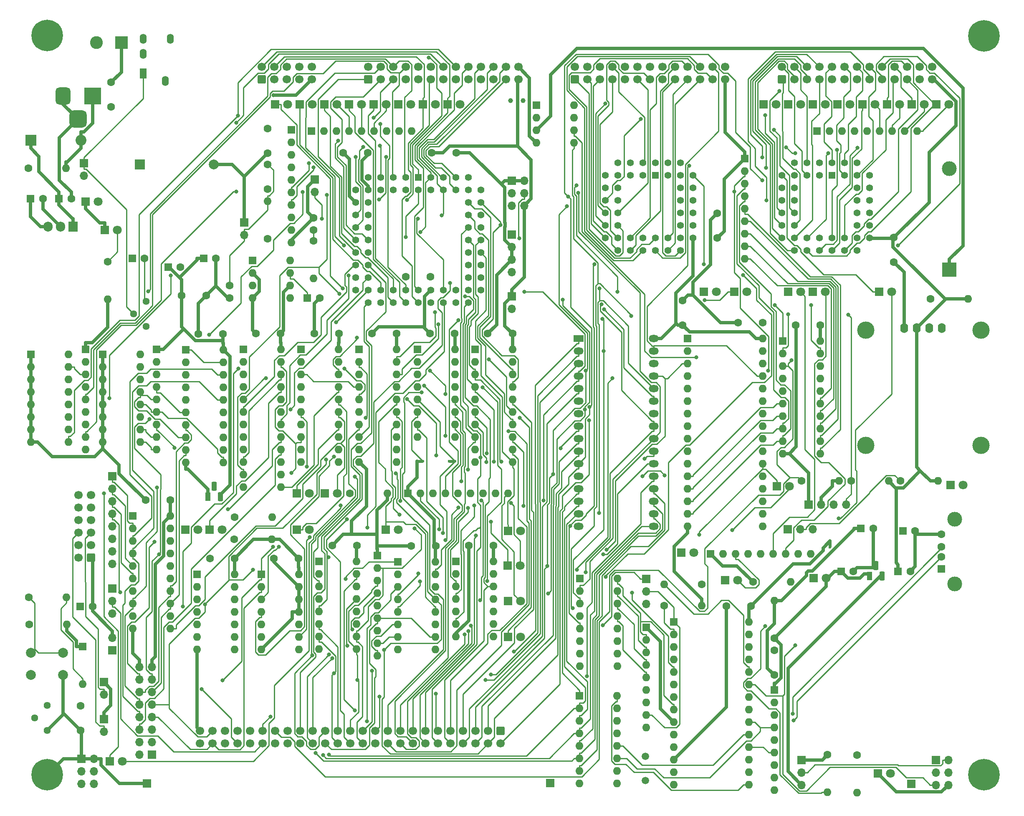
<source format=gbr>
%TF.GenerationSoftware,KiCad,Pcbnew,(6.0.11)*%
%TF.CreationDate,2024-01-15T12:10:07-05:00*%
%TF.ProjectId,SAB80535-Dev-Board,53414238-3035-4333-952d-4465762d426f,rev?*%
%TF.SameCoordinates,Original*%
%TF.FileFunction,Copper,L2,Bot*%
%TF.FilePolarity,Positive*%
%FSLAX46Y46*%
G04 Gerber Fmt 4.6, Leading zero omitted, Abs format (unit mm)*
G04 Created by KiCad (PCBNEW (6.0.11)) date 2024-01-15 12:10:07*
%MOMM*%
%LPD*%
G01*
G04 APERTURE LIST*
G04 Aperture macros list*
%AMRoundRect*
0 Rectangle with rounded corners*
0 $1 Rounding radius*
0 $2 $3 $4 $5 $6 $7 $8 $9 X,Y pos of 4 corners*
0 Add a 4 corners polygon primitive as box body*
4,1,4,$2,$3,$4,$5,$6,$7,$8,$9,$2,$3,0*
0 Add four circle primitives for the rounded corners*
1,1,$1+$1,$2,$3*
1,1,$1+$1,$4,$5*
1,1,$1+$1,$6,$7*
1,1,$1+$1,$8,$9*
0 Add four rect primitives between the rounded corners*
20,1,$1+$1,$2,$3,$4,$5,0*
20,1,$1+$1,$4,$5,$6,$7,0*
20,1,$1+$1,$6,$7,$8,$9,0*
20,1,$1+$1,$8,$9,$2,$3,0*%
G04 Aperture macros list end*
%TA.AperFunction,ComponentPad*%
%ADD10R,1.600000X1.600000*%
%TD*%
%TA.AperFunction,ComponentPad*%
%ADD11O,1.600000X1.600000*%
%TD*%
%TA.AperFunction,ComponentPad*%
%ADD12C,1.600000*%
%TD*%
%TA.AperFunction,ComponentPad*%
%ADD13R,1.700000X1.700000*%
%TD*%
%TA.AperFunction,ComponentPad*%
%ADD14O,1.700000X1.700000*%
%TD*%
%TA.AperFunction,ComponentPad*%
%ADD15R,1.800000X1.800000*%
%TD*%
%TA.AperFunction,ComponentPad*%
%ADD16C,1.800000*%
%TD*%
%TA.AperFunction,ComponentPad*%
%ADD17C,0.600000*%
%TD*%
%TA.AperFunction,ComponentPad*%
%ADD18R,2.600000X2.600000*%
%TD*%
%TA.AperFunction,ComponentPad*%
%ADD19C,2.600000*%
%TD*%
%TA.AperFunction,ComponentPad*%
%ADD20O,1.600000X2.000000*%
%TD*%
%TA.AperFunction,ComponentPad*%
%ADD21C,3.500000*%
%TD*%
%TA.AperFunction,ComponentPad*%
%ADD22R,1.500000X1.600000*%
%TD*%
%TA.AperFunction,ComponentPad*%
%ADD23C,3.000000*%
%TD*%
%TA.AperFunction,ComponentPad*%
%ADD24R,1.422400X1.422400*%
%TD*%
%TA.AperFunction,ComponentPad*%
%ADD25C,1.422400*%
%TD*%
%TA.AperFunction,ComponentPad*%
%ADD26RoundRect,0.250000X0.600000X-0.600000X0.600000X0.600000X-0.600000X0.600000X-0.600000X-0.600000X0*%
%TD*%
%TA.AperFunction,ComponentPad*%
%ADD27C,1.700000*%
%TD*%
%TA.AperFunction,ComponentPad*%
%ADD28C,6.400000*%
%TD*%
%TA.AperFunction,ComponentPad*%
%ADD29R,1.100000X1.800000*%
%TD*%
%TA.AperFunction,ComponentPad*%
%ADD30RoundRect,0.275000X-0.275000X-0.625000X0.275000X-0.625000X0.275000X0.625000X-0.275000X0.625000X0*%
%TD*%
%TA.AperFunction,ComponentPad*%
%ADD31R,3.500000X3.500000*%
%TD*%
%TA.AperFunction,ComponentPad*%
%ADD32RoundRect,0.750000X-0.750000X-1.000000X0.750000X-1.000000X0.750000X1.000000X-0.750000X1.000000X0*%
%TD*%
%TA.AperFunction,ComponentPad*%
%ADD33RoundRect,0.875000X-0.875000X-0.875000X0.875000X-0.875000X0.875000X0.875000X-0.875000X0.875000X0*%
%TD*%
%TA.AperFunction,ComponentPad*%
%ADD34R,2.200000X2.200000*%
%TD*%
%TA.AperFunction,ComponentPad*%
%ADD35O,2.200000X2.200000*%
%TD*%
%TA.AperFunction,ComponentPad*%
%ADD36C,1.440000*%
%TD*%
%TA.AperFunction,ComponentPad*%
%ADD37RoundRect,0.250000X-0.600000X0.600000X-0.600000X-0.600000X0.600000X-0.600000X0.600000X0.600000X0*%
%TD*%
%TA.AperFunction,ComponentPad*%
%ADD38C,1.500000*%
%TD*%
%TA.AperFunction,ComponentPad*%
%ADD39R,1.905000X2.000000*%
%TD*%
%TA.AperFunction,ComponentPad*%
%ADD40O,1.905000X2.000000*%
%TD*%
%TA.AperFunction,ComponentPad*%
%ADD41C,1.000000*%
%TD*%
%TA.AperFunction,ComponentPad*%
%ADD42RoundRect,0.250000X0.600000X0.600000X-0.600000X0.600000X-0.600000X-0.600000X0.600000X-0.600000X0*%
%TD*%
%TA.AperFunction,ComponentPad*%
%ADD43R,2.000000X1.440000*%
%TD*%
%TA.AperFunction,ComponentPad*%
%ADD44O,2.000000X1.440000*%
%TD*%
%TA.AperFunction,ComponentPad*%
%ADD45C,2.000000*%
%TD*%
%TA.AperFunction,ComponentPad*%
%ADD46R,3.000000X3.000000*%
%TD*%
%TA.AperFunction,ComponentPad*%
%ADD47O,1.400000X2.000000*%
%TD*%
%TA.AperFunction,ComponentPad*%
%ADD48R,1.400000X2.000000*%
%TD*%
%TA.AperFunction,ComponentPad*%
%ADD49R,2.000000X2.000000*%
%TD*%
%TA.AperFunction,ViaPad*%
%ADD50C,0.800000*%
%TD*%
%TA.AperFunction,Conductor*%
%ADD51C,0.700000*%
%TD*%
%TA.AperFunction,Conductor*%
%ADD52C,0.250000*%
%TD*%
G04 APERTURE END LIST*
%TO.C,NT1*%
G36*
X137725000Y-131700000D02*
G01*
X136525000Y-131700000D01*
X136525000Y-131100000D01*
X137725000Y-131100000D01*
X137725000Y-131700000D01*
G37*
%TO.C,NT3*%
G36*
X131225000Y-131700000D02*
G01*
X130025000Y-131700000D01*
X130025000Y-131100000D01*
X131225000Y-131100000D01*
X131225000Y-131700000D01*
G37*
%TO.C,NT2*%
G36*
X214100000Y-148800000D02*
G01*
X213500000Y-148800000D01*
X213500000Y-147600000D01*
X214100000Y-147600000D01*
X214100000Y-148800000D01*
G37*
%TD*%
D10*
%TO.P,U17,1,D2*%
%TO.N,D1*%
X110160000Y-151695000D03*
D11*
%TO.P,U17,2,D3*%
%TO.N,D2*%
X110160000Y-154235000D03*
%TO.P,U17,3,D4*%
%TO.N,D3*%
X110160000Y-156775000D03*
%TO.P,U17,4,Rb*%
%TO.N,A15*%
X110160000Y-159315000D03*
%TO.P,U17,5,Ra*%
%TO.N,A14*%
X110160000Y-161855000D03*
%TO.P,U17,6,Q4*%
%TO.N,ZA17*%
X110160000Y-164395000D03*
%TO.P,U17,7,Q3*%
%TO.N,ZA16*%
X110160000Y-166935000D03*
%TO.P,U17,8,GND*%
%TO.N,GND*%
X110160000Y-169475000D03*
%TO.P,U17,9,Q2*%
%TO.N,ZA15*%
X117780000Y-169475000D03*
%TO.P,U17,10,Q1*%
%TO.N,ZA14*%
X117780000Y-166935000D03*
%TO.P,U17,11,~{Er}*%
%TO.N,~{PAGE-EN}*%
X117780000Y-164395000D03*
%TO.P,U17,12,~{Ew}*%
%TO.N,~{CS-MMU-WR}*%
X117780000Y-161855000D03*
%TO.P,U17,13,Wb*%
%TO.N,A1*%
X117780000Y-159315000D03*
%TO.P,U17,14,Wa*%
%TO.N,A0*%
X117780000Y-156775000D03*
%TO.P,U17,15,D1*%
%TO.N,D0*%
X117780000Y-154235000D03*
%TO.P,U17,16,VCC*%
%TO.N,VCC*%
X117780000Y-151695000D03*
%TD*%
D12*
%TO.P,R3,1*%
%TO.N,VDD1*%
X202500000Y-167310000D03*
D11*
%TO.P,R3,2*%
%TO.N,/USB-SD/VDD3*%
X202500000Y-159690000D03*
%TD*%
D10*
%TO.P,U15,1,A0*%
%TO.N,A5*%
X130075000Y-108700000D03*
D11*
%TO.P,U15,2,A1*%
%TO.N,A6*%
X130075000Y-111240000D03*
%TO.P,U15,3,A2*%
%TO.N,A7*%
X130075000Y-113780000D03*
%TO.P,U15,4,E1*%
%TO.N,~{IO-SEL}*%
X130075000Y-116320000D03*
%TO.P,U15,5,E2*%
%TO.N,ZERO*%
X130075000Y-118860000D03*
%TO.P,U15,6,E3*%
%TO.N,ONE*%
X130075000Y-121400000D03*
%TO.P,U15,7,O7*%
%TO.N,~{Y7}*%
X130075000Y-123940000D03*
%TO.P,U15,8,GND*%
%TO.N,GND*%
X130075000Y-126480000D03*
%TO.P,U15,9,O6*%
%TO.N,~{Y6}*%
X137695000Y-126480000D03*
%TO.P,U15,10,O5*%
%TO.N,~{Y5}*%
X137695000Y-123940000D03*
%TO.P,U15,11,O4*%
%TO.N,~{Y4}*%
X137695000Y-121400000D03*
%TO.P,U15,12,O3*%
%TO.N,~{Y3}*%
X137695000Y-118860000D03*
%TO.P,U15,13,O2*%
%TO.N,~{Y2}*%
X137695000Y-116320000D03*
%TO.P,U15,14,O1*%
%TO.N,~{Y1}*%
X137695000Y-113780000D03*
%TO.P,U15,15,O0*%
%TO.N,~{Y0}*%
X137695000Y-111240000D03*
%TO.P,U15,16,VCC*%
%TO.N,VCC*%
X137695000Y-108700000D03*
%TD*%
D13*
%TO.P,J25,1,Pin_1*%
%TO.N,~{INT0}*%
X176500000Y-155250000D03*
D14*
%TO.P,J25,2,Pin_2*%
%TO.N,/USB-SD/~{INT-USB}*%
X176500000Y-157790000D03*
%TO.P,J25,3,Pin_3*%
%TO.N,~{INT1}*%
X176500000Y-160330000D03*
%TD*%
D10*
%TO.P,U4,1,~{INT}*%
%TO.N,/USB-SD/~{INT-USB}*%
X182125000Y-163975000D03*
D11*
%TO.P,U4,2,RSTI*%
%TO.N,/USB-SD/RST*%
X182125000Y-166515000D03*
%TO.P,U4,3,~{WR}*%
%TO.N,Net-(RN4-Pad14)*%
X182125000Y-169055000D03*
%TO.P,U4,4,~{RD}*%
%TO.N,Net-(RN4-Pad15)*%
X182125000Y-171595000D03*
%TO.P,U4,5,TXD*%
%TO.N,ZERO*%
X182125000Y-174135000D03*
%TO.P,U4,6,RXD*%
%TO.N,unconnected-(U4-Pad6)*%
X182125000Y-176675000D03*
%TO.P,U4,7,SD_DI*%
%TO.N,/USB-SD/SDDO*%
X182125000Y-179215000D03*
%TO.P,U4,8,A0*%
%TO.N,Net-(RN4-Pad16)*%
X182125000Y-181755000D03*
%TO.P,U4,9,V3*%
%TO.N,VDD1*%
X182125000Y-184295000D03*
%TO.P,U4,10,UD+*%
%TO.N,/USB-SD/UD+*%
X182125000Y-186835000D03*
%TO.P,U4,11,UD-*%
%TO.N,/USB-SD/UD-*%
X182125000Y-189375000D03*
%TO.P,U4,12,GND*%
%TO.N,GND*%
X182125000Y-191915000D03*
%TO.P,U4,13,XI*%
%TO.N,Net-(U4-Pad13)*%
X182125000Y-194455000D03*
%TO.P,U4,14,XO*%
%TO.N,Net-(U4-Pad14)*%
X182125000Y-196995000D03*
%TO.P,U4,15,D0*%
%TO.N,Net-(RN5-Pad16)*%
X197365000Y-196995000D03*
%TO.P,U4,16,D1*%
%TO.N,Net-(RN5-Pad15)*%
X197365000Y-194455000D03*
%TO.P,U4,17,D2*%
%TO.N,Net-(RN5-Pad14)*%
X197365000Y-191915000D03*
%TO.P,U4,18,D3*%
%TO.N,Net-(RN5-Pad13)*%
X197365000Y-189375000D03*
%TO.P,U4,19,D4*%
%TO.N,Net-(RN5-Pad12)*%
X197365000Y-186835000D03*
%TO.P,U4,20,D5*%
%TO.N,Net-(RN5-Pad11)*%
X197365000Y-184295000D03*
%TO.P,U4,21,D6*%
%TO.N,Net-(RN5-Pad10)*%
X197365000Y-181755000D03*
%TO.P,U4,22,D7*%
%TO.N,Net-(RN5-Pad9)*%
X197365000Y-179215000D03*
%TO.P,U4,23,SD_CS*%
%TO.N,/USB-SD/SDCS*%
X197365000Y-176675000D03*
%TO.P,U4,24,~{ACT}*%
%TO.N,Net-(R7-Pad2)*%
X197365000Y-174135000D03*
%TO.P,U4,25,SD_DO*%
%TO.N,/USB-SD/SDDI*%
X197365000Y-171595000D03*
%TO.P,U4,26,SD_CK*%
%TO.N,/USB-SD/SDCK*%
X197365000Y-169055000D03*
%TO.P,U4,27,~{PCS}*%
%TO.N,Net-(RN4-Pad13)*%
X197365000Y-166515000D03*
%TO.P,U4,28,VCC*%
%TO.N,/USB-SD/VDD2*%
X197365000Y-163975000D03*
%TD*%
D10*
%TO.P,RN3,1,common*%
%TO.N,VCC*%
X62800000Y-108700000D03*
D11*
%TO.P,RN3,2,R1*%
%TO.N,P4.0*%
X62800000Y-111240000D03*
%TO.P,RN3,3,R2*%
%TO.N,P4.1*%
X62800000Y-113780000D03*
%TO.P,RN3,4,R3*%
%TO.N,P4.2*%
X62800000Y-116320000D03*
%TO.P,RN3,5,R4*%
%TO.N,P4.3*%
X62800000Y-118860000D03*
%TO.P,RN3,6,R5*%
%TO.N,P4.4*%
X62800000Y-121400000D03*
%TO.P,RN3,7,R6*%
%TO.N,P4.5*%
X62800000Y-123940000D03*
%TO.P,RN3,8,R7*%
%TO.N,P4.6*%
X62800000Y-126480000D03*
%TO.P,RN3,9,R8*%
%TO.N,P4.7*%
X62800000Y-129020000D03*
%TD*%
D12*
%TO.P,R12,1*%
%TO.N,Net-(D40-Pad2)*%
X51190000Y-72000000D03*
D11*
%TO.P,R12,2*%
%TO.N,/Power/9VDC*%
X58810000Y-72000000D03*
%TD*%
D15*
%TO.P,D32,1,K*%
%TO.N,~{CS-USB-SD}*%
X192475000Y-155500000D03*
D16*
%TO.P,D32,2,A*%
%TO.N,Net-(D32-Pad2)*%
X195015000Y-155500000D03*
%TD*%
D12*
%TO.P,C15,1*%
%TO.N,VCC*%
X200120000Y-103300000D03*
%TO.P,C15,2*%
%TO.N,GND*%
X195120000Y-103300000D03*
%TD*%
D13*
%TO.P,J7,1,Pin_1*%
%TO.N,VDD1*%
X208000000Y-191975000D03*
D14*
%TO.P,J7,2,Pin_2*%
%TO.N,Net-(J6-Pad2)*%
X208000000Y-194515000D03*
%TO.P,J7,3,Pin_3*%
%TO.N,VCC*%
X208000000Y-197055000D03*
%TD*%
D10*
%TO.P,C24,1*%
%TO.N,VCC*%
X51644900Y-78100000D03*
D12*
%TO.P,C24,2*%
%TO.N,GND*%
X54144900Y-78100000D03*
%TD*%
D10*
%TO.P,RN6,1,common*%
%TO.N,VDD1*%
X202500000Y-177825000D03*
D11*
%TO.P,RN6,2,R1*%
%TO.N,Net-(RN5-Pad9)*%
X202500000Y-180365000D03*
%TO.P,RN6,3,R2*%
%TO.N,Net-(RN5-Pad10)*%
X202500000Y-182905000D03*
%TO.P,RN6,4,R3*%
%TO.N,Net-(RN5-Pad11)*%
X202500000Y-185445000D03*
%TO.P,RN6,5,R4*%
%TO.N,Net-(RN5-Pad12)*%
X202500000Y-187985000D03*
%TO.P,RN6,6,R5*%
%TO.N,Net-(RN5-Pad13)*%
X202500000Y-190525000D03*
%TO.P,RN6,7,R6*%
%TO.N,Net-(RN5-Pad14)*%
X202500000Y-193065000D03*
%TO.P,RN6,8,R7*%
%TO.N,Net-(RN5-Pad15)*%
X202500000Y-195605000D03*
%TO.P,RN6,9,R8*%
%TO.N,Net-(RN5-Pad16)*%
X202500000Y-198145000D03*
%TD*%
D10*
%TO.P,RN13,1,common*%
%TO.N,VCC*%
X77200000Y-108725000D03*
D11*
%TO.P,RN13,2,R1*%
%TO.N,Net-(RN13-Pad2)*%
X77200000Y-111265000D03*
%TO.P,RN13,3,R2*%
%TO.N,Net-(RN13-Pad3)*%
X77200000Y-113805000D03*
%TO.P,RN13,4,R3*%
%TO.N,Net-(RN13-Pad4)*%
X77200000Y-116345000D03*
%TO.P,RN13,5,R4*%
%TO.N,Net-(RN13-Pad5)*%
X77200000Y-118885000D03*
%TO.P,RN13,6,R5*%
%TO.N,Net-(RN13-Pad6)*%
X77200000Y-121425000D03*
%TO.P,RN13,7,R6*%
%TO.N,Net-(RN13-Pad7)*%
X77200000Y-123965000D03*
%TO.P,RN13,8,R7*%
%TO.N,Net-(RN13-Pad8)*%
X77200000Y-126505000D03*
%TO.P,RN13,9,R8*%
%TO.N,Net-(RN13-Pad9)*%
X77200000Y-129045000D03*
%TD*%
D12*
%TO.P,C27,1*%
%TO.N,VCC*%
X120000000Y-68800000D03*
%TO.P,C27,2*%
%TO.N,GND*%
X115000000Y-68800000D03*
%TD*%
%TO.P,C22,1*%
%TO.N,VCC*%
X102375000Y-105500000D03*
%TO.P,C22,2*%
%TO.N,GND*%
X97375000Y-105500000D03*
%TD*%
D10*
%TO.P,RN2,1,Pin_1*%
%TO.N,Net-(C1-Pad1)*%
X104500000Y-64190000D03*
D11*
%TO.P,RN2,2,Pin_2*%
%TO.N,P5.7*%
X104500000Y-66730000D03*
%TO.P,RN2,3,Pin_3*%
%TO.N,P5.6*%
X104500000Y-69270000D03*
%TO.P,RN2,4,Pin_4*%
%TO.N,P5.5*%
X104500000Y-71810000D03*
%TO.P,RN2,5,Pin_5*%
%TO.N,P5.4*%
X104500000Y-74350000D03*
%TO.P,RN2,6,Pin_6*%
%TO.N,P5.3*%
X104500000Y-76890000D03*
%TO.P,RN2,7,Pin_7*%
%TO.N,P5.2*%
X104500000Y-79430000D03*
%TO.P,RN2,8,Pin_8*%
%TO.N,P5.1*%
X104500000Y-81970000D03*
%TO.P,RN2,9,Pin_9*%
%TO.N,P5.0*%
X104500000Y-84510000D03*
%TO.P,RN2,10,Pin_10*%
%TO.N,GND*%
X104500000Y-87050000D03*
%TD*%
D17*
%TO.P,NT1,1,1*%
%TO.N,GND*%
X136525000Y-131400000D03*
%TO.P,NT1,2,2*%
%TO.N,ZERO*%
X137725000Y-131400000D03*
%TD*%
D18*
%TO.P,J12,1,Pin_1*%
%TO.N,/Power/9VDC*%
X70045000Y-46445000D03*
D19*
%TO.P,J12,2,Pin_2*%
%TO.N,GND*%
X64965000Y-46445000D03*
%TD*%
D20*
%TO.P,Brd1,1,GND*%
%TO.N,GND*%
X228830000Y-104348000D03*
%TO.P,Brd1,2,VCC*%
%TO.N,VCC*%
X231370000Y-104348000D03*
%TO.P,Brd1,3,SCL*%
%TO.N,I2C-SCL*%
X233910000Y-104348000D03*
%TO.P,Brd1,4,SDA*%
%TO.N,I2C-SDA*%
X236450000Y-104348000D03*
D21*
%TO.P,Brd1,5*%
%TO.N,N/C*%
X221050000Y-104800000D03*
%TO.P,Brd1,6*%
X244450000Y-104800000D03*
%TO.P,Brd1,7*%
X221050000Y-128150000D03*
%TO.P,Brd1,8*%
X244450000Y-128150000D03*
%TD*%
D13*
%TO.P,J6,1,Pin_1*%
%TO.N,/USB-SD/SDDI*%
X235225000Y-191975000D03*
D14*
%TO.P,J6,2,Pin_2*%
%TO.N,Net-(J6-Pad2)*%
X237765000Y-191975000D03*
%TO.P,J6,3,Pin_3*%
%TO.N,/USB-SD/SDCK*%
X235225000Y-194515000D03*
%TO.P,J6,4,Pin_4*%
%TO.N,/USB-SD/SDDO*%
X237765000Y-194515000D03*
%TO.P,J6,5,Pin_5*%
%TO.N,/USB-SD/SDCS*%
X235225000Y-197055000D03*
%TO.P,J6,6,Pin_6*%
%TO.N,GND*%
X237765000Y-197055000D03*
%TD*%
D12*
%TO.P,R5,1*%
%TO.N,/USB-SD/RST*%
X180190000Y-160700000D03*
D11*
%TO.P,R5,2*%
%TO.N,GND*%
X187810000Y-160700000D03*
%TD*%
D10*
%TO.P,RN11,1,common*%
%TO.N,GND*%
X121960000Y-150520000D03*
D11*
%TO.P,RN11,2,R1*%
%TO.N,ZA14*%
X121960000Y-153060000D03*
%TO.P,RN11,3,R2*%
%TO.N,ZA15*%
X121960000Y-155600000D03*
%TO.P,RN11,4,R3*%
%TO.N,ZA16*%
X121960000Y-158140000D03*
%TO.P,RN11,5,R4*%
%TO.N,ZA17*%
X121960000Y-160680000D03*
%TO.P,RN11,6,R5*%
%TO.N,ZA18*%
X121960000Y-163220000D03*
%TO.P,RN11,7,R6*%
%TO.N,ZA19*%
X121960000Y-165760000D03*
%TO.P,RN11,8,R7*%
%TO.N,ZA20*%
X121960000Y-168300000D03*
%TO.P,RN11,9,R8*%
%TO.N,ZA21*%
X121960000Y-170840000D03*
%TD*%
D13*
%TO.P,J13,1,Pin_1*%
%TO.N,GND*%
X149210000Y-74475000D03*
D14*
%TO.P,J13,2,Pin_2*%
X151750000Y-74475000D03*
%TO.P,J13,3,Pin_3*%
%TO.N,~{PE}*%
X149210000Y-77015000D03*
%TO.P,J13,4,Pin_4*%
%TO.N,~{EA}*%
X151750000Y-77015000D03*
%TO.P,J13,5,Pin_5*%
%TO.N,VCC*%
X149210000Y-79555000D03*
%TO.P,J13,6,Pin_6*%
X151750000Y-79555000D03*
%TD*%
D12*
%TO.P,C43,1*%
%TO.N,VCC*%
X145500000Y-148500000D03*
%TO.P,C43,2*%
%TO.N,GND*%
X140500000Y-148500000D03*
%TD*%
%TO.P,R11,1*%
%TO.N,Net-(D30-Pad2)*%
X93000000Y-142750000D03*
D11*
%TO.P,R11,2*%
%TO.N,VCC*%
X100620000Y-142750000D03*
%TD*%
D15*
%TO.P,D37,1,K*%
%TO.N,T1*%
X210255000Y-97000000D03*
D16*
%TO.P,D37,2,A*%
%TO.N,Net-(D37-Pad2)*%
X212795000Y-97000000D03*
%TD*%
D13*
%TO.P,J24,1,Pin_1*%
%TO.N,Net-(J24-Pad1)*%
X68250000Y-169775000D03*
D14*
%TO.P,J24,2,Pin_2*%
%TO.N,GND*%
X68250000Y-167235000D03*
%TD*%
D22*
%TO.P,J8,1,VBUS*%
%TO.N,/USB-SD/VBUS*%
X236390000Y-153250000D03*
D12*
%TO.P,J8,2,D-*%
%TO.N,/USB-SD/UD-*%
X236390000Y-150750000D03*
%TO.P,J8,3,D+*%
%TO.N,/USB-SD/UD+*%
X236390000Y-148750000D03*
%TO.P,J8,4,GND*%
%TO.N,GND*%
X236390000Y-146250000D03*
D23*
%TO.P,J8,5,Shield*%
X239100000Y-143180000D03*
X239100000Y-156320000D03*
%TD*%
D15*
%TO.P,D21,1,K*%
%TO.N,~{CS-RAM}*%
X203020000Y-136500000D03*
D16*
%TO.P,D21,2,A*%
%TO.N,Net-(D21-Pad2)*%
X205560000Y-136500000D03*
%TD*%
D13*
%TO.P,J4,1,Pin_1*%
%TO.N,Net-(J4-Pad1)*%
X68200000Y-134475000D03*
D14*
%TO.P,J4,2,Pin_2*%
%TO.N,Net-(J4-Pad2)*%
X68200000Y-137015000D03*
%TO.P,J4,3,Pin_3*%
%TO.N,Net-(J4-Pad3)*%
X68200000Y-139555000D03*
%TO.P,J4,4,Pin_4*%
%TO.N,Net-(J4-Pad4)*%
X68200000Y-142095000D03*
%TO.P,J4,5,Pin_5*%
%TO.N,Net-(J4-Pad5)*%
X68200000Y-144635000D03*
%TO.P,J4,6,Pin_6*%
%TO.N,Net-(J4-Pad6)*%
X68200000Y-147175000D03*
%TO.P,J4,7,Pin_7*%
%TO.N,Net-(J4-Pad7)*%
X68200000Y-149715000D03*
%TO.P,J4,8,Pin_8*%
%TO.N,Net-(J4-Pad8)*%
X68200000Y-152255000D03*
%TD*%
D10*
%TO.P,U9,1,I0/CLK*%
%TO.N,unconnected-(U9-Pad1)*%
X94775000Y-108700000D03*
D11*
%TO.P,U9,2,I1*%
%TO.N,~{RD}*%
X94775000Y-111240000D03*
%TO.P,U9,3,I2*%
%TO.N,~{PSEN}*%
X94775000Y-113780000D03*
%TO.P,U9,4,I3*%
%TO.N,~{WR}*%
X94775000Y-116320000D03*
%TO.P,U9,5,I4*%
%TO.N,~{CS-LCD}*%
X94775000Y-118860000D03*
%TO.P,U9,6,I5*%
%TO.N,TxD*%
X94775000Y-121400000D03*
%TO.P,U9,7,I6*%
%TO.N,T0*%
X94775000Y-123940000D03*
%TO.P,U9,8,I7*%
%TO.N,RxD-1*%
X94775000Y-126480000D03*
%TO.P,U9,9,I8*%
%TO.N,RxD-0*%
X94775000Y-129020000D03*
%TO.P,U9,10,I9*%
%TO.N,/GALs/CS-LCD-WR*%
X94775000Y-131560000D03*
%TO.P,U9,11,I10*%
%TO.N,~{RES-OUT}*%
X94775000Y-134100000D03*
%TO.P,U9,12,GND*%
%TO.N,GND*%
X94775000Y-136640000D03*
%TO.P,U9,13,I11*%
%TO.N,A*%
X102395000Y-136640000D03*
%TO.P,U9,14,O9*%
%TO.N,~{CS-I2C-WR}*%
X102395000Y-134100000D03*
%TO.P,U9,15,O8*%
%TO.N,RESET*%
X102395000Y-131560000D03*
%TO.P,U9,16,O7*%
%TO.N,E*%
X102395000Y-129020000D03*
%TO.P,U9,17,O6*%
%TO.N,RX-LED*%
X102395000Y-126480000D03*
%TO.P,U9,18,O5*%
%TO.N,RxD*%
X102395000Y-123940000D03*
%TO.P,U9,19,O4*%
%TO.N,TxD-0*%
X102395000Y-121400000D03*
%TO.P,U9,20,O3*%
%TO.N,TxD-1*%
X102395000Y-118860000D03*
%TO.P,U9,21,O2*%
%TO.N,TX-LED*%
X102395000Y-116320000D03*
%TO.P,U9,22,O1*%
%TO.N,/GALs/CS-LCD-WR*%
X102395000Y-113780000D03*
%TO.P,U9,23,O0*%
%TO.N,~{OE}*%
X102395000Y-111240000D03*
%TO.P,U9,24,VCC*%
%TO.N,VCC*%
X102395000Y-108700000D03*
%TD*%
D15*
%TO.P,D30,1,K*%
%TO.N,RX-LED*%
X83000000Y-145250000D03*
D16*
%TO.P,D30,2,A*%
%TO.N,Net-(D30-Pad2)*%
X85540000Y-145250000D03*
%TD*%
D12*
%TO.P,R10,1*%
%TO.N,Net-(D29-Pad2)*%
X92940000Y-147250000D03*
D11*
%TO.P,R10,2*%
%TO.N,VCC*%
X100560000Y-147250000D03*
%TD*%
D24*
%TO.P,U12,1,P4.0*%
%TO.N,P4.0*%
X130250000Y-73800000D03*
D25*
%TO.P,U12,2,P4.1*%
%TO.N,P4.1*%
X130250000Y-76340000D03*
%TO.P,U12,3,P4.2*%
%TO.N,P4.2*%
X127710000Y-73800000D03*
%TO.P,U12,4,~{PE}*%
%TO.N,~{PE}*%
X127710000Y-76340000D03*
%TO.P,U12,5,P4.3*%
%TO.N,P4.3*%
X125170000Y-73800000D03*
%TO.P,U12,6,P4.4*%
%TO.N,P4.4*%
X125170000Y-76340000D03*
%TO.P,U12,7,P4.5*%
%TO.N,P4.5*%
X122630000Y-73800000D03*
%TO.P,U12,8,P4.6*%
%TO.N,P4.6*%
X122630000Y-76340000D03*
%TO.P,U12,9,P4.7*%
%TO.N,P4.7*%
X120090000Y-73800000D03*
%TO.P,U12,10,~{RESET}*%
%TO.N,~{RES-OUT}*%
X117550000Y-76340000D03*
%TO.P,U12,11,VAREF*%
%TO.N,VCC*%
X120090000Y-76340000D03*
%TO.P,U12,12,VAGND*%
%TO.N,GND*%
X117550000Y-78880000D03*
%TO.P,U12,13,P6.7*%
%TO.N,P6.7*%
X120090000Y-78880000D03*
%TO.P,U12,14,P6.6*%
%TO.N,P6.6*%
X117550000Y-81420000D03*
%TO.P,U12,15,P6.5*%
%TO.N,P6.5*%
X120090000Y-81420000D03*
%TO.P,U12,16,P6.4*%
%TO.N,P6.4*%
X117550000Y-83960000D03*
%TO.P,U12,17,P6.3*%
%TO.N,P6.3*%
X120090000Y-83960000D03*
%TO.P,U12,18,P6.2*%
%TO.N,P6.2*%
X117550000Y-86500000D03*
%TO.P,U12,19,P6.1*%
%TO.N,P6.1*%
X120090000Y-86500000D03*
%TO.P,U12,20,P6.0*%
%TO.N,P6.0*%
X117550000Y-89040000D03*
%TO.P,U12,21,P3.0/RxD*%
%TO.N,RxD*%
X120090000Y-89040000D03*
%TO.P,U12,22,P3.1/TxD*%
%TO.N,TxD*%
X117550000Y-91580000D03*
%TO.P,U12,23,P3.2/~{INT0}*%
%TO.N,~{INT0}*%
X120090000Y-91580000D03*
%TO.P,U12,24,P3.3/~{INT1}*%
%TO.N,~{INT1}*%
X117550000Y-94120000D03*
%TO.P,U12,25,P3.4/T0*%
%TO.N,T0*%
X120090000Y-94120000D03*
%TO.P,U12,26,P3.5/T1*%
%TO.N,T1*%
X117550000Y-96660000D03*
%TO.P,U12,27,P3.6/~{WR}*%
%TO.N,~{WR}*%
X120090000Y-99200000D03*
%TO.P,U12,28,P3.7/~{RD}*%
%TO.N,~{RD}*%
X120090000Y-96660000D03*
%TO.P,U12,29,P1.7/T2*%
%TO.N,P1.7*%
X122630000Y-99200000D03*
%TO.P,U12,30,P1.6/CLKOUT*%
%TO.N,P1.6*%
X122630000Y-96660000D03*
%TO.P,U12,31,P1.5/T2EX*%
%TO.N,P1.5*%
X125170000Y-99200000D03*
%TO.P,U12,32,P1.4/~{INT2}*%
%TO.N,P1.4*%
X125170000Y-96660000D03*
%TO.P,U12,33,P1.3/INT6/CC3*%
%TO.N,P1.3*%
X127710000Y-99200000D03*
%TO.P,U12,34,P1.2/INT5/CC2*%
%TO.N,P1.2*%
X127710000Y-96660000D03*
%TO.P,U12,35,P1.1/INT4/CC1*%
%TO.N,P1.1*%
X130250000Y-99200000D03*
%TO.P,U12,36,P1.0/~{INT3}/CC0*%
%TO.N,P1.0*%
X130250000Y-96660000D03*
%TO.P,U12,37,VCC*%
%TO.N,/SAB80535/VBB*%
X132790000Y-99200000D03*
%TO.P,U12,38,GND*%
%TO.N,GND*%
X132790000Y-96660000D03*
%TO.P,U12,39,XTAL2*%
%TO.N,CLK*%
X135330000Y-99200000D03*
%TO.P,U12,40,XTAL1*%
%TO.N,Net-(J21-Pad2)*%
X135330000Y-96660000D03*
%TO.P,U12,41,P2.0*%
%TO.N,A8*%
X137870000Y-99200000D03*
%TO.P,U12,42,P2.1*%
%TO.N,A9*%
X137870000Y-96660000D03*
%TO.P,U12,43,P2.2*%
%TO.N,A10*%
X140410000Y-99200000D03*
%TO.P,U12,44,P2.3*%
%TO.N,A11*%
X142950000Y-96660000D03*
%TO.P,U12,45,P2.4*%
%TO.N,A12*%
X140410000Y-96660000D03*
%TO.P,U12,46,P2.5*%
%TO.N,A13*%
X142950000Y-94120000D03*
%TO.P,U12,47,P2.6*%
%TO.N,A14*%
X140410000Y-94120000D03*
%TO.P,U12,48,P2.7*%
%TO.N,A15*%
X142950000Y-91580000D03*
%TO.P,U12,49,~{PSEN}*%
%TO.N,~{PSEN}*%
X140410000Y-91580000D03*
%TO.P,U12,50,ALE*%
%TO.N,ALE*%
X142950000Y-89040000D03*
%TO.P,U12,51,~{EA}*%
%TO.N,~{EA}*%
X140410000Y-89040000D03*
%TO.P,U12,52,P0.0*%
%TO.N,D0*%
X142950000Y-86500000D03*
%TO.P,U12,53,P0.1*%
%TO.N,D1*%
X140410000Y-86500000D03*
%TO.P,U12,54,P0.2*%
%TO.N,D2*%
X142950000Y-83960000D03*
%TO.P,U12,55,P0.3*%
%TO.N,D3*%
X140410000Y-83960000D03*
%TO.P,U12,56,P0.4*%
%TO.N,D4*%
X142950000Y-81420000D03*
%TO.P,U12,57,P0.5*%
%TO.N,D5*%
X140410000Y-81420000D03*
%TO.P,U12,58,P0.6*%
%TO.N,D6*%
X142950000Y-78880000D03*
%TO.P,U12,59,P0.7*%
%TO.N,D7*%
X140410000Y-78880000D03*
%TO.P,U12,60,P5.7*%
%TO.N,P5.7*%
X142950000Y-76340000D03*
%TO.P,U12,61,P5.6*%
%TO.N,P5.6*%
X140410000Y-73800000D03*
%TO.P,U12,62,P5.5*%
%TO.N,P5.5*%
X140410000Y-76340000D03*
%TO.P,U12,63,P5.4*%
%TO.N,P5.4*%
X137870000Y-73800000D03*
%TO.P,U12,64,P5.3*%
%TO.N,P5.3*%
X137870000Y-76340000D03*
%TO.P,U12,65,P5.2*%
%TO.N,P5.2*%
X135330000Y-73800000D03*
%TO.P,U12,66,P5.1*%
%TO.N,P5.1*%
X135330000Y-76340000D03*
%TO.P,U12,67,P5.0*%
%TO.N,P5.0*%
X132790000Y-73800000D03*
%TO.P,U12,68,VCC*%
%TO.N,VCC*%
X132790000Y-76340000D03*
%TD*%
D10*
%TO.P,U16,1,~{R}*%
%TO.N,~{RES-OUT}*%
X98410000Y-154320000D03*
D11*
%TO.P,U16,2,D*%
%TO.N,D0*%
X98410000Y-156860000D03*
%TO.P,U16,3,C*%
%TO.N,~{CS-FF-WR}*%
X98410000Y-159400000D03*
%TO.P,U16,4,~{S}*%
%TO.N,ONE*%
X98410000Y-161940000D03*
%TO.P,U16,5,Q*%
%TO.N,unconnected-(U16-Pad5)*%
X98410000Y-164480000D03*
%TO.P,U16,6,~{Q}*%
%TO.N,~{PAGE-EN}*%
X98410000Y-167020000D03*
%TO.P,U16,7,GND*%
%TO.N,GND*%
X98410000Y-169560000D03*
%TO.P,U16,8,~{Q}*%
%TO.N,unconnected-(U16-Pad8)*%
X106030000Y-169560000D03*
%TO.P,U16,9,Q*%
%TO.N,CLK*%
X106030000Y-167020000D03*
%TO.P,U16,10,~{S}*%
%TO.N,Net-(U16-Pad10)*%
X106030000Y-164480000D03*
%TO.P,U16,11,C*%
%TO.N,GND*%
X106030000Y-161940000D03*
%TO.P,U16,12,D*%
X106030000Y-159400000D03*
%TO.P,U16,13,~{R}*%
X106030000Y-156860000D03*
%TO.P,U16,14,VCC*%
%TO.N,VCC*%
X106030000Y-154320000D03*
%TD*%
D15*
%TO.P,D26,1,K*%
%TO.N,~{OE}*%
X148435000Y-152600000D03*
D16*
%TO.P,D26,2,A*%
%TO.N,Net-(D26-Pad2)*%
X150975000Y-152600000D03*
%TD*%
D10*
%TO.P,U11,1,I1/CLK*%
%TO.N,unconnected-(U11-Pad1)*%
X118275000Y-108700000D03*
D11*
%TO.P,U11,2,I2*%
%TO.N,A2*%
X118275000Y-111240000D03*
%TO.P,U11,3,I3*%
%TO.N,A3*%
X118275000Y-113780000D03*
%TO.P,U11,4,I4*%
%TO.N,A4*%
X118275000Y-116320000D03*
%TO.P,U11,5,I5*%
%TO.N,~{Y0}*%
X118275000Y-118860000D03*
%TO.P,U11,6,I6*%
%TO.N,~{IO-SEL}*%
X118275000Y-121400000D03*
%TO.P,U11,7,I7*%
%TO.N,ZA19*%
X118275000Y-123940000D03*
%TO.P,U11,8,I8*%
%TO.N,~{WR}*%
X118275000Y-126480000D03*
%TO.P,U11,9,I9*%
%TO.N,unconnected-(U11-Pad9)*%
X118275000Y-129020000D03*
%TO.P,U11,10,GND*%
%TO.N,GND*%
X118275000Y-131560000D03*
%TO.P,U11,11,I10/~{OE}*%
%TO.N,unconnected-(U11-Pad11)*%
X125895000Y-131560000D03*
%TO.P,U11,12,IO8*%
%TO.N,unconnected-(U11-Pad12)*%
X125895000Y-129020000D03*
%TO.P,U11,13,IO7*%
%TO.N,unconnected-(U11-Pad13)*%
X125895000Y-126480000D03*
%TO.P,U11,14,IO6*%
%TO.N,~{CS-ROM}*%
X125895000Y-123940000D03*
%TO.P,U11,15,IO5*%
%TO.N,~{CS-RAM}*%
X125895000Y-121400000D03*
%TO.P,U11,16,IO4*%
%TO.N,~{CS-MMU-WR}*%
X125895000Y-118860000D03*
%TO.P,U11,17,I03*%
%TO.N,~{CS-LCD}*%
X125895000Y-116320000D03*
%TO.P,U11,18,IO2*%
%TO.N,~{CS-PPI1}*%
X125895000Y-113780000D03*
%TO.P,U11,19,IO1*%
%TO.N,~{CS-PPI0}*%
X125895000Y-111240000D03*
%TO.P,U11,20,VCC*%
%TO.N,VCC*%
X125895000Y-108700000D03*
%TD*%
D15*
%TO.P,D8,1,K*%
%TO.N,PE.7*%
X200320000Y-59000000D03*
D16*
%TO.P,D8,2,A*%
%TO.N,Net-(D8-Pad2)*%
X202860000Y-59000000D03*
%TD*%
D15*
%TO.P,D15,1,K*%
%TO.N,P1.3*%
X121225000Y-59000000D03*
D16*
%TO.P,D15,2,A*%
%TO.N,Net-(D15-Pad2)*%
X123765000Y-59000000D03*
%TD*%
D26*
%TO.P,J2,1,Pin_1*%
%TO.N,PF.0*%
X203990000Y-53947500D03*
D27*
%TO.P,J2,2,Pin_2*%
%TO.N,PD.0*%
X203990000Y-51407500D03*
%TO.P,J2,3,Pin_3*%
%TO.N,PF.1*%
X206530000Y-53947500D03*
%TO.P,J2,4,Pin_4*%
%TO.N,PD.1*%
X206530000Y-51407500D03*
%TO.P,J2,5,Pin_5*%
%TO.N,PF.2*%
X209070000Y-53947500D03*
%TO.P,J2,6,Pin_6*%
%TO.N,PD.2*%
X209070000Y-51407500D03*
%TO.P,J2,7,Pin_7*%
%TO.N,PF.3*%
X211610000Y-53947500D03*
%TO.P,J2,8,Pin_8*%
%TO.N,PD.3*%
X211610000Y-51407500D03*
%TO.P,J2,9,Pin_9*%
%TO.N,PF.4*%
X214150000Y-53947500D03*
%TO.P,J2,10,Pin_10*%
%TO.N,PD.4*%
X214150000Y-51407500D03*
%TO.P,J2,11,Pin_11*%
%TO.N,PF.5*%
X216690000Y-53947500D03*
%TO.P,J2,12,Pin_12*%
%TO.N,PD.5*%
X216690000Y-51407500D03*
%TO.P,J2,13,Pin_13*%
%TO.N,PF.6*%
X219230000Y-53947500D03*
%TO.P,J2,14,Pin_14*%
%TO.N,PD.6*%
X219230000Y-51407500D03*
%TO.P,J2,15,Pin_15*%
%TO.N,PF.7*%
X221770000Y-53947500D03*
%TO.P,J2,16,Pin_16*%
%TO.N,PD.7*%
X221770000Y-51407500D03*
%TO.P,J2,17,Pin_17*%
%TO.N,PE.7*%
X224310000Y-53947500D03*
%TO.P,J2,18,Pin_18*%
%TO.N,PE.0*%
X224310000Y-51407500D03*
%TO.P,J2,19,Pin_19*%
%TO.N,PE.6*%
X226850000Y-53947500D03*
%TO.P,J2,20,Pin_20*%
%TO.N,PE.1*%
X226850000Y-51407500D03*
%TO.P,J2,21,Pin_21*%
%TO.N,PE.5*%
X229390000Y-53947500D03*
%TO.P,J2,22,Pin_22*%
%TO.N,PE.2*%
X229390000Y-51407500D03*
%TO.P,J2,23,Pin_23*%
%TO.N,PE.4*%
X231930000Y-53947500D03*
%TO.P,J2,24,Pin_24*%
%TO.N,PE.3*%
X231930000Y-51407500D03*
%TO.P,J2,25,Pin_25*%
%TO.N,VCC*%
X234470000Y-53947500D03*
%TO.P,J2,26,Pin_26*%
%TO.N,GND*%
X234470000Y-51407500D03*
%TD*%
D10*
%TO.P,RN12,1,common*%
%TO.N,VCC*%
X189525000Y-150150000D03*
D11*
%TO.P,RN12,2,R1*%
%TO.N,Net-(D31-Pad2)*%
X192065000Y-150150000D03*
%TO.P,RN12,3,R2*%
%TO.N,Net-(D32-Pad2)*%
X194605000Y-150150000D03*
%TO.P,RN12,4,R3*%
%TO.N,Net-(D33-Pad2)*%
X197145000Y-150150000D03*
%TO.P,RN12,5,R4*%
%TO.N,Net-(D35-Pad2)*%
X199685000Y-150150000D03*
%TO.P,RN12,6,R5*%
%TO.N,Net-(D36-Pad2)*%
X202225000Y-150150000D03*
%TO.P,RN12,7,R6*%
%TO.N,Net-(D37-Pad2)*%
X204765000Y-150150000D03*
%TO.P,RN12,8,R7*%
%TO.N,Net-(D38-Pad2)*%
X207305000Y-150150000D03*
%TO.P,RN12,9,R8*%
%TO.N,Net-(D39-Pad2)*%
X209845000Y-150150000D03*
%TD*%
D10*
%TO.P,RN10,1,common*%
%TO.N,VCC*%
X196500000Y-70000000D03*
D11*
%TO.P,RN10,2,R1*%
%TO.N,D0*%
X196500000Y-72540000D03*
%TO.P,RN10,3,R2*%
%TO.N,D1*%
X196500000Y-75080000D03*
%TO.P,RN10,4,R3*%
%TO.N,D2*%
X196500000Y-77620000D03*
%TO.P,RN10,5,R4*%
%TO.N,D3*%
X196500000Y-80160000D03*
%TO.P,RN10,6,R5*%
%TO.N,D4*%
X196500000Y-82700000D03*
%TO.P,RN10,7,R6*%
%TO.N,D5*%
X196500000Y-85240000D03*
%TO.P,RN10,8,R7*%
%TO.N,D6*%
X196500000Y-87780000D03*
%TO.P,RN10,9,R8*%
%TO.N,D7*%
X196500000Y-90320000D03*
%TD*%
D12*
%TO.P,R17,1*%
%TO.N,~{RES-OUT}*%
X51340000Y-164500000D03*
D11*
%TO.P,R17,2*%
%TO.N,VCC*%
X58960000Y-164500000D03*
%TD*%
D10*
%TO.P,RN8,1,common*%
%TO.N,VCC*%
X108575000Y-64400000D03*
D11*
%TO.P,RN8,2,R1*%
%TO.N,Net-(D19-Pad2)*%
X111115000Y-64400000D03*
%TO.P,RN8,3,R2*%
%TO.N,Net-(D18-Pad2)*%
X113655000Y-64400000D03*
%TO.P,RN8,4,R3*%
%TO.N,Net-(D17-Pad2)*%
X116195000Y-64400000D03*
%TO.P,RN8,5,R4*%
%TO.N,Net-(D16-Pad2)*%
X118735000Y-64400000D03*
%TO.P,RN8,6,R5*%
%TO.N,Net-(D15-Pad2)*%
X121275000Y-64400000D03*
%TO.P,RN8,7,R6*%
%TO.N,Net-(D14-Pad2)*%
X123815000Y-64400000D03*
%TO.P,RN8,8,R7*%
%TO.N,Net-(D13-Pad2)*%
X126355000Y-64400000D03*
%TO.P,RN8,9,R8*%
%TO.N,Net-(D12-Pad2)*%
X128895000Y-64400000D03*
%TD*%
D12*
%TO.P,R9,1*%
%TO.N,Net-(D28-Pad2)*%
X67250000Y-90940000D03*
D11*
%TO.P,R9,2*%
%TO.N,VCC*%
X67250000Y-98560000D03*
%TD*%
D12*
%TO.P,C7,1*%
%TO.N,Net-(C7-Pad1)*%
X109000000Y-84500000D03*
%TO.P,C7,2*%
%TO.N,GND*%
X109000000Y-82000000D03*
%TD*%
D15*
%TO.P,D11,1,K*%
%TO.N,GND*%
X223475000Y-194750000D03*
D16*
%TO.P,D11,2,A*%
%TO.N,Net-(D11-Pad2)*%
X226015000Y-194750000D03*
%TD*%
D10*
%TO.P,SW3,1*%
%TO.N,GND*%
X66232500Y-109700000D03*
D11*
%TO.P,SW3,2*%
X66232500Y-112240000D03*
%TO.P,SW3,3*%
X66232500Y-114780000D03*
%TO.P,SW3,4*%
X66232500Y-117320000D03*
%TO.P,SW3,5*%
X66232500Y-119860000D03*
%TO.P,SW3,6*%
X66232500Y-122400000D03*
%TO.P,SW3,7*%
X66232500Y-124940000D03*
%TO.P,SW3,8*%
X66232500Y-127480000D03*
%TO.P,SW3,9*%
%TO.N,Net-(RN13-Pad9)*%
X73852500Y-127480000D03*
%TO.P,SW3,10*%
%TO.N,Net-(RN13-Pad8)*%
X73852500Y-124940000D03*
%TO.P,SW3,11*%
%TO.N,Net-(RN13-Pad7)*%
X73852500Y-122400000D03*
%TO.P,SW3,12*%
%TO.N,Net-(RN13-Pad6)*%
X73852500Y-119860000D03*
%TO.P,SW3,13*%
%TO.N,Net-(RN13-Pad5)*%
X73852500Y-117320000D03*
%TO.P,SW3,14*%
%TO.N,Net-(RN13-Pad4)*%
X73852500Y-114780000D03*
%TO.P,SW3,15*%
%TO.N,Net-(RN13-Pad3)*%
X73852500Y-112240000D03*
%TO.P,SW3,16*%
%TO.N,Net-(RN13-Pad2)*%
X73852500Y-109700000D03*
%TD*%
D12*
%TO.P,C13,1*%
%TO.N,LCD-ADJ*%
X61750000Y-181000000D03*
%TO.P,C13,2*%
%TO.N,GND*%
X61750000Y-186000000D03*
%TD*%
D10*
%TO.P,D34,1,K*%
%TO.N,VCC*%
X62250000Y-169000000D03*
D11*
%TO.P,D34,2,A*%
%TO.N,~{RES-OUT}*%
X62250000Y-176620000D03*
%TD*%
D28*
%TO.P,H1,1,1*%
%TO.N,GND*%
X55000000Y-45000000D03*
%TD*%
D10*
%TO.P,C11,1*%
%TO.N,/USB-SD/VBUS*%
X228567600Y-145500000D03*
D12*
%TO.P,C11,2*%
%TO.N,GND*%
X231067600Y-145500000D03*
%TD*%
D10*
%TO.P,C29,1*%
%TO.N,VCC*%
X227589800Y-153750000D03*
D12*
%TO.P,C29,2*%
%TO.N,GND*%
X230089800Y-153750000D03*
%TD*%
%TO.P,C3,1*%
%TO.N,Net-(C2-Pad2)*%
X92000000Y-95750000D03*
%TO.P,C3,2*%
%TO.N,GND*%
X92000000Y-98250000D03*
%TD*%
%TO.P,R6,1*%
%TO.N,VCC*%
X198190000Y-155900000D03*
D11*
%TO.P,R6,2*%
%TO.N,/USB-SD/VBUS*%
X205810000Y-155900000D03*
%TD*%
D13*
%TO.P,TP2,1,1*%
%TO.N,GND*%
X75250000Y-196750000D03*
%TD*%
D12*
%TO.P,C2,1*%
%TO.N,Net-(C1-Pad1)*%
X99750000Y-76190000D03*
%TO.P,C2,2*%
%TO.N,Net-(C2-Pad2)*%
X99750000Y-71190000D03*
%TD*%
D15*
%TO.P,D39,1,K*%
%TO.N,~{IO-SEL}*%
X148460000Y-167000000D03*
D16*
%TO.P,D39,2,A*%
%TO.N,Net-(D39-Pad2)*%
X151000000Y-167000000D03*
%TD*%
D15*
%TO.P,D6,1,K*%
%TO.N,PE.5*%
X210325000Y-59000000D03*
D16*
%TO.P,D6,2,A*%
%TO.N,Net-(D6-Pad2)*%
X212865000Y-59000000D03*
%TD*%
D12*
%TO.P,C5,1*%
%TO.N,GND*%
X87300000Y-97800000D03*
%TO.P,C5,2*%
%TO.N,VCC*%
X82300000Y-97800000D03*
%TD*%
D10*
%TO.P,RN5,1,R1.1*%
%TO.N,D0*%
X163000000Y-179000000D03*
D11*
%TO.P,RN5,2,R2.1*%
%TO.N,D1*%
X163000000Y-181540000D03*
%TO.P,RN5,3,R3.1*%
%TO.N,D2*%
X163000000Y-184080000D03*
%TO.P,RN5,4,R4.1*%
%TO.N,D3*%
X163000000Y-186620000D03*
%TO.P,RN5,5,R5.1*%
%TO.N,D4*%
X163000000Y-189160000D03*
%TO.P,RN5,6,R6.1*%
%TO.N,D5*%
X163000000Y-191700000D03*
%TO.P,RN5,7,R7.1*%
%TO.N,D6*%
X163000000Y-194240000D03*
%TO.P,RN5,8,R8.1*%
%TO.N,D7*%
X163000000Y-196780000D03*
%TO.P,RN5,9,R8.2*%
%TO.N,Net-(RN5-Pad9)*%
X170620000Y-196780000D03*
%TO.P,RN5,10,R7.2*%
%TO.N,Net-(RN5-Pad10)*%
X170620000Y-194240000D03*
%TO.P,RN5,11,R6.2*%
%TO.N,Net-(RN5-Pad11)*%
X170620000Y-191700000D03*
%TO.P,RN5,12,R5.2*%
%TO.N,Net-(RN5-Pad12)*%
X170620000Y-189160000D03*
%TO.P,RN5,13,R4.2*%
%TO.N,Net-(RN5-Pad13)*%
X170620000Y-186620000D03*
%TO.P,RN5,14,R3.2*%
%TO.N,Net-(RN5-Pad14)*%
X170620000Y-184080000D03*
%TO.P,RN5,15,R2.2*%
%TO.N,Net-(RN5-Pad15)*%
X170620000Y-181540000D03*
%TO.P,RN5,16,R1.2*%
%TO.N,Net-(RN5-Pad16)*%
X170620000Y-179000000D03*
%TD*%
D12*
%TO.P,C38,1*%
%TO.N,VCC*%
X80000000Y-139300000D03*
%TO.P,C38,2*%
%TO.N,GND*%
X75000000Y-139300000D03*
%TD*%
D29*
%TO.P,U21,1,Pin_1*%
%TO.N,GND*%
X87625000Y-138550000D03*
D30*
%TO.P,U21,2,Pin_2*%
%TO.N,~{RES-OUT}*%
X88895000Y-136480000D03*
%TO.P,U21,3,Pin_3*%
%TO.N,VCC*%
X90165000Y-138550000D03*
%TD*%
D15*
%TO.P,D25,1,K*%
%TO.N,~{CS-LATCH-OE}*%
X105600000Y-137900000D03*
D16*
%TO.P,D25,2,A*%
%TO.N,Net-(D25-Pad2)*%
X108140000Y-137900000D03*
%TD*%
D15*
%TO.P,D35,1,K*%
%TO.N,~{CS-FF-WR}*%
X105600000Y-145250000D03*
D16*
%TO.P,D35,2,A*%
%TO.N,Net-(D35-Pad2)*%
X108140000Y-145250000D03*
%TD*%
D15*
%TO.P,D42,1,K*%
%TO.N,Net-(D42-Pad1)*%
X111350000Y-137900000D03*
D16*
%TO.P,D42,2,A*%
%TO.N,CS-LATCH-WR*%
X113890000Y-137900000D03*
%TD*%
D12*
%TO.P,C18,1*%
%TO.N,/Power/9VDC*%
X68000000Y-54500000D03*
%TO.P,C18,2*%
%TO.N,GND*%
X68000000Y-59500000D03*
%TD*%
%TO.P,C14,1*%
%TO.N,VCC*%
X226750000Y-86000000D03*
%TO.P,C14,2*%
%TO.N,GND*%
X226750000Y-91000000D03*
%TD*%
D10*
%TO.P,RN9,1,common*%
%TO.N,VCC*%
X128200000Y-137900000D03*
D11*
%TO.P,RN9,2,R1*%
%TO.N,Net-(D20-Pad2)*%
X130740000Y-137900000D03*
%TO.P,RN9,3,R2*%
%TO.N,Net-(D21-Pad2)*%
X133280000Y-137900000D03*
%TO.P,RN9,4,R3*%
%TO.N,Net-(D22-Pad2)*%
X135820000Y-137900000D03*
%TO.P,RN9,5,R4*%
%TO.N,Net-(D23-Pad2)*%
X138360000Y-137900000D03*
%TO.P,RN9,6,R5*%
%TO.N,Net-(D24-Pad2)*%
X140900000Y-137900000D03*
%TO.P,RN9,7,R6*%
%TO.N,Net-(D25-Pad2)*%
X143440000Y-137900000D03*
%TO.P,RN9,8,R7*%
%TO.N,Net-(D26-Pad2)*%
X145980000Y-137900000D03*
%TO.P,RN9,9,R8*%
%TO.N,Net-(D27-Pad2)*%
X148520000Y-137900000D03*
%TD*%
D10*
%TO.P,C30,1*%
%TO.N,VDD1*%
X216044900Y-153750000D03*
D12*
%TO.P,C30,2*%
%TO.N,GND*%
X218544900Y-153750000D03*
%TD*%
D10*
%TO.P,U22,1,I1/CLK*%
%TO.N,unconnected-(U22-Pad1)*%
X106525000Y-108700000D03*
D11*
%TO.P,U22,2,I2*%
%TO.N,~{Y0}*%
X106525000Y-111240000D03*
%TO.P,U22,3,I3*%
%TO.N,A4*%
X106525000Y-113780000D03*
%TO.P,U22,4,I4*%
%TO.N,A3*%
X106525000Y-116320000D03*
%TO.P,U22,5,I5*%
%TO.N,A2*%
X106525000Y-118860000D03*
%TO.P,U22,6,I6*%
%TO.N,A1*%
X106525000Y-121400000D03*
%TO.P,U22,7,I7*%
%TO.N,~{WR}*%
X106525000Y-123940000D03*
%TO.P,U22,8,I8*%
%TO.N,~{OE}*%
X106525000Y-126480000D03*
%TO.P,U22,9,I9*%
%TO.N,unconnected-(U22-Pad9)*%
X106525000Y-129020000D03*
%TO.P,U22,10,GND*%
%TO.N,GND*%
X106525000Y-131560000D03*
%TO.P,U22,11,I10/~{OE}*%
%TO.N,unconnected-(U22-Pad11)*%
X114145000Y-131560000D03*
%TO.P,U22,12,IO8*%
%TO.N,unconnected-(U22-Pad12)*%
X114145000Y-129020000D03*
%TO.P,U22,13,IO7*%
%TO.N,unconnected-(U22-Pad13)*%
X114145000Y-126480000D03*
%TO.P,U22,14,IO6*%
%TO.N,~{CS-LATCH-OE}*%
X114145000Y-123940000D03*
%TO.P,U22,15,IO5*%
%TO.N,CS-LATCH-WR*%
X114145000Y-121400000D03*
%TO.P,U22,16,IO4*%
%TO.N,~{CS-FF-WR}*%
X114145000Y-118860000D03*
%TO.P,U22,17,I03*%
%TO.N,A*%
X114145000Y-116320000D03*
%TO.P,U22,18,IO2*%
%TO.N,~{CS-I2C}*%
X114145000Y-113780000D03*
%TO.P,U22,19,IO1*%
%TO.N,~{CS-USB-SD}*%
X114145000Y-111240000D03*
%TO.P,U22,20,VCC*%
%TO.N,VCC*%
X114145000Y-108700000D03*
%TD*%
D15*
%TO.P,D20,1,K*%
%TO.N,~{CS-ROM}*%
X183625000Y-149900000D03*
D16*
%TO.P,D20,2,A*%
%TO.N,Net-(D20-Pad2)*%
X186165000Y-149900000D03*
%TD*%
D12*
%TO.P,C42,1*%
%TO.N,VCC*%
X133800000Y-148600000D03*
%TO.P,C42,2*%
%TO.N,GND*%
X128800000Y-148600000D03*
%TD*%
D28*
%TO.P,H2,1,1*%
%TO.N,GND*%
X245000000Y-45117500D03*
%TD*%
%TO.P,H4,1,1*%
%TO.N,GND*%
X245000000Y-195000000D03*
%TD*%
D15*
%TO.P,D1,1,K*%
%TO.N,PE.0*%
X235325000Y-59000000D03*
D16*
%TO.P,D1,2,A*%
%TO.N,Net-(D1-Pad2)*%
X237865000Y-59000000D03*
%TD*%
D12*
%TO.P,C19,1*%
%TO.N,VCC*%
X183900000Y-103800000D03*
%TO.P,C19,2*%
%TO.N,GND*%
X183900000Y-98800000D03*
%TD*%
D15*
%TO.P,D28,1,K*%
%TO.N,GND*%
X66725000Y-84500000D03*
D16*
%TO.P,D28,2,A*%
%TO.N,Net-(D28-Pad2)*%
X69265000Y-84500000D03*
%TD*%
D15*
%TO.P,D41,1,K*%
%TO.N,~{RES-OUT}*%
X194360000Y-97000000D03*
D16*
%TO.P,D41,2,A*%
%TO.N,Net-(D41-Pad2)*%
X196900000Y-97000000D03*
%TD*%
D31*
%TO.P,J11,1*%
%TO.N,/Power/9VDC*%
X64250000Y-57292500D03*
D32*
%TO.P,J11,2*%
%TO.N,GND*%
X58250000Y-57292500D03*
D33*
%TO.P,J11,MP,MountPin*%
X61250000Y-61992500D03*
%TD*%
D12*
%TO.P,C36,1*%
%TO.N,VCC*%
X149375000Y-105500000D03*
%TO.P,C36,2*%
%TO.N,GND*%
X144375000Y-105500000D03*
%TD*%
D15*
%TO.P,D3,1,K*%
%TO.N,PE.2*%
X225325000Y-59000000D03*
D16*
%TO.P,D3,2,A*%
%TO.N,Net-(D3-Pad2)*%
X227865000Y-59000000D03*
%TD*%
D34*
%TO.P,D10,1,K*%
%TO.N,/Power/VI*%
X51670000Y-66250000D03*
D35*
%TO.P,D10,2,A*%
%TO.N,/Power/9VDC*%
X61830000Y-66250000D03*
%TD*%
D12*
%TO.P,C16,1*%
%TO.N,VCC*%
X125875000Y-105500000D03*
%TO.P,C16,2*%
%TO.N,GND*%
X120875000Y-105500000D03*
%TD*%
D13*
%TO.P,J21,1,Pin_1*%
%TO.N,GND*%
X109250000Y-74225000D03*
D14*
%TO.P,J21,2,Pin_2*%
%TO.N,Net-(J21-Pad2)*%
X109250000Y-76765000D03*
%TD*%
D15*
%TO.P,D23,1,K*%
%TO.N,~{CS-PPI1}*%
X223725000Y-97000000D03*
D16*
%TO.P,D23,2,A*%
%TO.N,Net-(D23-Pad2)*%
X226265000Y-97000000D03*
%TD*%
D15*
%TO.P,D5,1,K*%
%TO.N,PE.4*%
X215325000Y-59000000D03*
D16*
%TO.P,D5,2,A*%
%TO.N,Net-(D5-Pad2)*%
X217865000Y-59000000D03*
%TD*%
D12*
%TO.P,R16,1*%
%TO.N,Net-(J24-Pad1)*%
X51290000Y-159000000D03*
D11*
%TO.P,R16,2*%
%TO.N,~{RES-OUT}*%
X58910000Y-159000000D03*
%TD*%
D12*
%TO.P,C34,1*%
%TO.N,VCC*%
X117800000Y-148500000D03*
%TO.P,C34,2*%
%TO.N,GND*%
X112800000Y-148500000D03*
%TD*%
D17*
%TO.P,NT3,1,1*%
%TO.N,VCC*%
X130025000Y-131400000D03*
%TO.P,NT3,2,2*%
%TO.N,ONE*%
X131225000Y-131400000D03*
%TD*%
D13*
%TO.P,J14,1,Pin_1*%
%TO.N,VCC*%
X149250000Y-97975000D03*
D14*
%TO.P,J14,2,Pin_2*%
%TO.N,/SAB80535/VBB*%
X149250000Y-100515000D03*
%TD*%
D15*
%TO.P,D38,1,K*%
%TO.N,ALE*%
X148450000Y-145500000D03*
D16*
%TO.P,D38,2,A*%
%TO.N,Net-(D38-Pad2)*%
X150990000Y-145500000D03*
%TD*%
D12*
%TO.P,R2,1*%
%TO.N,Net-(C7-Pad1)*%
X109000000Y-86690000D03*
D11*
%TO.P,R2,2*%
%TO.N,Net-(C8-Pad1)*%
X109000000Y-94310000D03*
%TD*%
D10*
%TO.P,C6,1*%
%TO.N,Net-(C6-Pad1)*%
X107794900Y-98300000D03*
D12*
%TO.P,C6,2*%
%TO.N,GND*%
X110294900Y-98300000D03*
%TD*%
D15*
%TO.P,D29,1,K*%
%TO.N,TX-LED*%
X87975000Y-145250000D03*
D16*
%TO.P,D29,2,A*%
%TO.N,Net-(D29-Pad2)*%
X90515000Y-145250000D03*
%TD*%
D36*
%TO.P,RV1,1,1*%
%TO.N,Net-(C8-Pad2)*%
X75100000Y-99000000D03*
%TO.P,RV1,2,2*%
%TO.N,/Audio/AUDIO*%
X72560000Y-101540000D03*
%TO.P,RV1,3,3*%
%TO.N,GND*%
X75100000Y-104080000D03*
%TD*%
D15*
%TO.P,D13,1,K*%
%TO.N,P1.1*%
X131225000Y-59000000D03*
D16*
%TO.P,D13,2,A*%
%TO.N,Net-(D13-Pad2)*%
X133765000Y-59000000D03*
%TD*%
D10*
%TO.P,U19,1,CLK*%
%TO.N,CLK*%
X204170000Y-106975000D03*
D11*
%TO.P,U19,2,SDA*%
%TO.N,I2C-SDA*%
X204170000Y-109515000D03*
%TO.P,U19,3,SCL*%
%TO.N,I2C-SCL*%
X204170000Y-112055000D03*
%TO.P,U19,4,~{IACK}*%
%TO.N,unconnected-(U19-Pad4)*%
X204170000Y-114595000D03*
%TO.P,U19,5,~{INT}*%
%TO.N,Net-(J23-Pad2)*%
X204170000Y-117135000D03*
%TO.P,U19,6,A0*%
%TO.N,A0*%
X204170000Y-119675000D03*
%TO.P,U19,7,D0*%
%TO.N,D0*%
X204170000Y-122215000D03*
%TO.P,U19,8,D1*%
%TO.N,D1*%
X204170000Y-124755000D03*
%TO.P,U19,9,D2*%
%TO.N,D2*%
X204170000Y-127295000D03*
%TO.P,U19,10,VSS*%
%TO.N,GND*%
X204170000Y-129835000D03*
%TO.P,U19,11,D3*%
%TO.N,D3*%
X211790000Y-129835000D03*
%TO.P,U19,12,D4*%
%TO.N,D4*%
X211790000Y-127295000D03*
%TO.P,U19,13,D5*%
%TO.N,D5*%
X211790000Y-124755000D03*
%TO.P,U19,14,D6*%
%TO.N,D6*%
X211790000Y-122215000D03*
%TO.P,U19,15,D7*%
%TO.N,D7*%
X211790000Y-119675000D03*
%TO.P,U19,16,~{RD}*%
%TO.N,~{OE}*%
X211790000Y-117135000D03*
%TO.P,U19,17,~{CS}*%
%TO.N,~{CS-I2C}*%
X211790000Y-114595000D03*
%TO.P,U19,18,~{WR}*%
%TO.N,~{CS-I2C-WR}*%
X211790000Y-112055000D03*
%TO.P,U19,19,~{RST}*%
%TO.N,~{RES-OUT}*%
X211790000Y-109515000D03*
%TO.P,U19,20,VDD*%
%TO.N,VCC*%
X211790000Y-106975000D03*
%TD*%
D10*
%TO.P,RN4,1,R1.1*%
%TO.N,A0*%
X163050000Y-155150000D03*
D11*
%TO.P,RN4,2,R2.1*%
%TO.N,~{OE}*%
X163050000Y-157690000D03*
%TO.P,RN4,3,R3.1*%
%TO.N,~{WR}*%
X163050000Y-160230000D03*
%TO.P,RN4,4,R4.1*%
%TO.N,~{CS-USB-SD}*%
X163050000Y-162770000D03*
%TO.P,RN4,5,R5.1*%
%TO.N,RESET*%
X163050000Y-165310000D03*
%TO.P,RN4,6,R6.1*%
%TO.N,unconnected-(RN4-Pad6)*%
X163050000Y-167850000D03*
%TO.P,RN4,7,R7.1*%
%TO.N,unconnected-(RN4-Pad7)*%
X163050000Y-170390000D03*
%TO.P,RN4,8,R8.1*%
%TO.N,unconnected-(RN4-Pad8)*%
X163050000Y-172930000D03*
%TO.P,RN4,9,R8.2*%
%TO.N,unconnected-(RN4-Pad9)*%
X170670000Y-172930000D03*
%TO.P,RN4,10,R7.2*%
%TO.N,unconnected-(RN4-Pad10)*%
X170670000Y-170390000D03*
%TO.P,RN4,11,R6.2*%
%TO.N,unconnected-(RN4-Pad11)*%
X170670000Y-167850000D03*
%TO.P,RN4,12,R5.2*%
%TO.N,/USB-SD/RST*%
X170670000Y-165310000D03*
%TO.P,RN4,13,R4.2*%
%TO.N,Net-(RN4-Pad13)*%
X170670000Y-162770000D03*
%TO.P,RN4,14,R3.2*%
%TO.N,Net-(RN4-Pad14)*%
X170670000Y-160230000D03*
%TO.P,RN4,15,R2.2*%
%TO.N,Net-(RN4-Pad15)*%
X170670000Y-157690000D03*
%TO.P,RN4,16,R1.2*%
%TO.N,Net-(RN4-Pad16)*%
X170670000Y-155150000D03*
%TD*%
D12*
%TO.P,R14,1*%
%TO.N,Net-(D42-Pad1)*%
X116375000Y-137900000D03*
D11*
%TO.P,R14,2*%
%TO.N,GND*%
X123995000Y-137900000D03*
%TD*%
D10*
%TO.P,U13,1,OE*%
%TO.N,GND*%
X141775000Y-108700000D03*
D11*
%TO.P,U13,2,O0*%
%TO.N,A0*%
X141775000Y-111240000D03*
%TO.P,U13,3,D0*%
%TO.N,D0*%
X141775000Y-113780000D03*
%TO.P,U13,4,D1*%
%TO.N,D1*%
X141775000Y-116320000D03*
%TO.P,U13,5,O1*%
%TO.N,A1*%
X141775000Y-118860000D03*
%TO.P,U13,6,O2*%
%TO.N,A2*%
X141775000Y-121400000D03*
%TO.P,U13,7,D2*%
%TO.N,D2*%
X141775000Y-123940000D03*
%TO.P,U13,8,D3*%
%TO.N,D3*%
X141775000Y-126480000D03*
%TO.P,U13,9,O3*%
%TO.N,A3*%
X141775000Y-129020000D03*
%TO.P,U13,10,GND*%
%TO.N,GND*%
X141775000Y-131560000D03*
%TO.P,U13,11,LE*%
%TO.N,ALE*%
X149395000Y-131560000D03*
%TO.P,U13,12,O4*%
%TO.N,A4*%
X149395000Y-129020000D03*
%TO.P,U13,13,D4*%
%TO.N,D4*%
X149395000Y-126480000D03*
%TO.P,U13,14,D5*%
%TO.N,D5*%
X149395000Y-123940000D03*
%TO.P,U13,15,O5*%
%TO.N,A5*%
X149395000Y-121400000D03*
%TO.P,U13,16,O6*%
%TO.N,A6*%
X149395000Y-118860000D03*
%TO.P,U13,17,D6*%
%TO.N,D6*%
X149395000Y-116320000D03*
%TO.P,U13,18,D7*%
%TO.N,D7*%
X149395000Y-113780000D03*
%TO.P,U13,19,O7*%
%TO.N,A7*%
X149395000Y-111240000D03*
%TO.P,U13,20,VCC*%
%TO.N,VCC*%
X149395000Y-108700000D03*
%TD*%
D13*
%TO.P,TP1,1,1*%
%TO.N,VCC*%
X157000000Y-196700000D03*
%TD*%
D15*
%TO.P,D12,1,K*%
%TO.N,P1.0*%
X136225000Y-59000000D03*
D16*
%TO.P,D12,2,A*%
%TO.N,Net-(D12-Pad2)*%
X138765000Y-59000000D03*
%TD*%
D13*
%TO.P,J23,1,Pin_1*%
%TO.N,~{INT0}*%
X205250000Y-145200000D03*
D14*
%TO.P,J23,2,Pin_2*%
%TO.N,Net-(J23-Pad2)*%
X207790000Y-145200000D03*
%TO.P,J23,3,Pin_3*%
%TO.N,~{INT1}*%
X210330000Y-145200000D03*
%TD*%
D15*
%TO.P,D33,1,K*%
%TO.N,~{CS-I2C}*%
X238250000Y-136200000D03*
D16*
%TO.P,D33,2,A*%
%TO.N,Net-(D33-Pad2)*%
X240790000Y-136200000D03*
%TD*%
D12*
%TO.P,R4,1*%
%TO.N,VDD1*%
X213250000Y-190940000D03*
D11*
%TO.P,R4,2*%
%TO.N,Net-(J5-Pad8)*%
X213250000Y-198560000D03*
%TD*%
D13*
%TO.P,J9,1,Pin_1*%
%TO.N,GND*%
X61975000Y-191725000D03*
D14*
%TO.P,J9,2,Pin_2*%
X64515000Y-191725000D03*
%TO.P,J9,3,Pin_3*%
%TO.N,LCD-PWR2*%
X61975000Y-194265000D03*
%TO.P,J9,4,Pin_4*%
%TO.N,LCD-PWR1*%
X64515000Y-194265000D03*
%TO.P,J9,5,Pin_5*%
%TO.N,VCC*%
X61975000Y-196805000D03*
%TO.P,J9,6,Pin_6*%
X64515000Y-196805000D03*
%TD*%
D15*
%TO.P,D40,1,K*%
%TO.N,GND*%
X62790000Y-78750000D03*
D16*
%TO.P,D40,2,A*%
%TO.N,Net-(D40-Pad2)*%
X65330000Y-78750000D03*
%TD*%
D37*
%TO.P,J20,1,Pin_1*%
%TO.N,VCC*%
X147000000Y-186102500D03*
D27*
%TO.P,J20,2,Pin_2*%
%TO.N,A5*%
X147000000Y-188642500D03*
%TO.P,J20,3,Pin_3*%
%TO.N,A2*%
X144460000Y-186102500D03*
%TO.P,J20,4,Pin_4*%
%TO.N,A1*%
X144460000Y-188642500D03*
%TO.P,J20,5,Pin_5*%
%TO.N,A0*%
X141920000Y-186102500D03*
%TO.P,J20,6,Pin_6*%
%TO.N,A3*%
X141920000Y-188642500D03*
%TO.P,J20,7,Pin_7*%
%TO.N,A6*%
X139380000Y-186102500D03*
%TO.P,J20,8,Pin_8*%
%TO.N,A7*%
X139380000Y-188642500D03*
%TO.P,J20,9,Pin_9*%
%TO.N,A4*%
X136840000Y-186102500D03*
%TO.P,J20,10,Pin_10*%
%TO.N,A8*%
X136840000Y-188642500D03*
%TO.P,J20,11,Pin_11*%
%TO.N,CLK*%
X134300000Y-186102500D03*
%TO.P,J20,12,Pin_12*%
%TO.N,A10*%
X134300000Y-188642500D03*
%TO.P,J20,13,Pin_13*%
%TO.N,~{Y7}*%
X131760000Y-186102500D03*
%TO.P,J20,14,Pin_14*%
%TO.N,A9*%
X131760000Y-188642500D03*
%TO.P,J20,15,Pin_15*%
%TO.N,~{Y4}*%
X129220000Y-186102500D03*
%TO.P,J20,16,Pin_16*%
%TO.N,~{Y5}*%
X129220000Y-188642500D03*
%TO.P,J20,17,Pin_17*%
%TO.N,~{Y3}*%
X126680000Y-186102500D03*
%TO.P,J20,18,Pin_18*%
%TO.N,~{Y2}*%
X126680000Y-188642500D03*
%TO.P,J20,19,Pin_19*%
%TO.N,~{Y1}*%
X124140000Y-186102500D03*
%TO.P,J20,20,Pin_20*%
%TO.N,~{Y6}*%
X124140000Y-188642500D03*
%TO.P,J20,21,Pin_21*%
%TO.N,~{WR}*%
X121600000Y-186102500D03*
%TO.P,J20,22,Pin_22*%
%TO.N,VCC*%
X121600000Y-188642500D03*
%TO.P,J20,23,Pin_23*%
%TO.N,A11*%
X119060000Y-186102500D03*
%TO.P,J20,24,Pin_24*%
%TO.N,ZA14*%
X119060000Y-188642500D03*
%TO.P,J20,25,Pin_25*%
%TO.N,ZA15*%
X116520000Y-186102500D03*
%TO.P,J20,26,Pin_26*%
%TO.N,~{OE}*%
X116520000Y-188642500D03*
%TO.P,J20,27,Pin_27*%
%TO.N,ZA17*%
X113980000Y-186102500D03*
%TO.P,J20,28,Pin_28*%
%TO.N,ZA16*%
X113980000Y-188642500D03*
%TO.P,J20,29,Pin_29*%
%TO.N,ZA19*%
X111440000Y-186102500D03*
%TO.P,J20,30,Pin_30*%
%TO.N,ZA18*%
X111440000Y-188642500D03*
%TO.P,J20,31,Pin_31*%
%TO.N,ZA21*%
X108900000Y-186102500D03*
%TO.P,J20,32,Pin_32*%
%TO.N,ZA20*%
X108900000Y-188642500D03*
%TO.P,J20,33,Pin_33*%
%TO.N,~{INT0}*%
X106360000Y-186102500D03*
%TO.P,J20,34,Pin_34*%
%TO.N,unconnected-(J20-Pad34)*%
X106360000Y-188642500D03*
%TO.P,J20,35,Pin_35*%
%TO.N,~{INT1}*%
X103820000Y-186102500D03*
%TO.P,J20,36,Pin_36*%
%TO.N,unconnected-(J20-Pad36)*%
X103820000Y-188642500D03*
%TO.P,J20,37,Pin_37*%
%TO.N,I2C-SCL*%
X101280000Y-186102500D03*
%TO.P,J20,38,Pin_38*%
%TO.N,~{RES-OUT}*%
X101280000Y-188642500D03*
%TO.P,J20,39,Pin_39*%
%TO.N,I2C-SDA*%
X98740000Y-186102500D03*
%TO.P,J20,40,Pin_40*%
%TO.N,~{RES-IN}*%
X98740000Y-188642500D03*
%TO.P,J20,41,Pin_41*%
%TO.N,D6*%
X96200000Y-186102500D03*
%TO.P,J20,42,Pin_42*%
%TO.N,D4*%
X96200000Y-188642500D03*
%TO.P,J20,43,Pin_43*%
%TO.N,D5*%
X93660000Y-186102500D03*
%TO.P,J20,44,Pin_44*%
%TO.N,D7*%
X93660000Y-188642500D03*
%TO.P,J20,45,Pin_45*%
%TO.N,D3*%
X91120000Y-186102500D03*
%TO.P,J20,46,Pin_46*%
%TO.N,D1*%
X91120000Y-188642500D03*
%TO.P,J20,47,Pin_47*%
%TO.N,D2*%
X88580000Y-186102500D03*
%TO.P,J20,48,Pin_48*%
%TO.N,D0*%
X88580000Y-188642500D03*
%TO.P,J20,49,Pin_49*%
%TO.N,GND*%
X86040000Y-186102500D03*
%TO.P,J20,50,Pin_50*%
X86040000Y-188642500D03*
%TD*%
D12*
%TO.P,C28,1*%
%TO.N,VCC*%
X90675000Y-105600000D03*
%TO.P,C28,2*%
%TO.N,GND*%
X85675000Y-105600000D03*
%TD*%
D26*
%TO.P,J1,1,Pin_1*%
%TO.N,PC.0*%
X162060000Y-53947500D03*
D27*
%TO.P,J1,2,Pin_2*%
%TO.N,PA.0*%
X162060000Y-51407500D03*
%TO.P,J1,3,Pin_3*%
%TO.N,PC.1*%
X164600000Y-53947500D03*
%TO.P,J1,4,Pin_4*%
%TO.N,PA.1*%
X164600000Y-51407500D03*
%TO.P,J1,5,Pin_5*%
%TO.N,PC.2*%
X167140000Y-53947500D03*
%TO.P,J1,6,Pin_6*%
%TO.N,PA.2*%
X167140000Y-51407500D03*
%TO.P,J1,7,Pin_7*%
%TO.N,PC.3*%
X169680000Y-53947500D03*
%TO.P,J1,8,Pin_8*%
%TO.N,PA.3*%
X169680000Y-51407500D03*
%TO.P,J1,9,Pin_9*%
%TO.N,PC.4*%
X172220000Y-53947500D03*
%TO.P,J1,10,Pin_10*%
%TO.N,PA.4*%
X172220000Y-51407500D03*
%TO.P,J1,11,Pin_11*%
%TO.N,PC.5*%
X174760000Y-53947500D03*
%TO.P,J1,12,Pin_12*%
%TO.N,PA.5*%
X174760000Y-51407500D03*
%TO.P,J1,13,Pin_13*%
%TO.N,PC.6*%
X177300000Y-53947500D03*
%TO.P,J1,14,Pin_14*%
%TO.N,PA.6*%
X177300000Y-51407500D03*
%TO.P,J1,15,Pin_15*%
%TO.N,PC.7*%
X179840000Y-53947500D03*
%TO.P,J1,16,Pin_16*%
%TO.N,PA.7*%
X179840000Y-51407500D03*
%TO.P,J1,17,Pin_17*%
%TO.N,PB.7*%
X182380000Y-53947500D03*
%TO.P,J1,18,Pin_18*%
%TO.N,PB.0*%
X182380000Y-51407500D03*
%TO.P,J1,19,Pin_19*%
%TO.N,PB.6*%
X184920000Y-53947500D03*
%TO.P,J1,20,Pin_20*%
%TO.N,PB.1*%
X184920000Y-51407500D03*
%TO.P,J1,21,Pin_21*%
%TO.N,PB.5*%
X187460000Y-53947500D03*
%TO.P,J1,22,Pin_22*%
%TO.N,PB.2*%
X187460000Y-51407500D03*
%TO.P,J1,23,Pin_23*%
%TO.N,PB.4*%
X190000000Y-53947500D03*
%TO.P,J1,24,Pin_24*%
%TO.N,PB.3*%
X190000000Y-51407500D03*
%TO.P,J1,25,Pin_25*%
%TO.N,VCC*%
X192540000Y-53947500D03*
%TO.P,J1,26,Pin_26*%
%TO.N,GND*%
X192540000Y-51407500D03*
%TD*%
D12*
%TO.P,C23,1*%
%TO.N,VCC*%
X114175000Y-105500000D03*
%TO.P,C23,2*%
%TO.N,GND*%
X109175000Y-105500000D03*
%TD*%
D24*
%TO.P,U2,1,NC*%
%TO.N,unconnected-(U2-Pad1)*%
X214200000Y-73400000D03*
D25*
%TO.P,U2,2,PA3*%
%TO.N,PD.3*%
X211660000Y-70860000D03*
%TO.P,U2,3,PA2*%
%TO.N,PD.2*%
X211660000Y-73400000D03*
%TO.P,U2,4,PA1*%
%TO.N,PD.1*%
X209120000Y-70860000D03*
%TO.P,U2,5,PA0*%
%TO.N,PD.0*%
X209120000Y-73400000D03*
%TO.P,U2,6,~{RD}*%
%TO.N,~{OE}*%
X206580000Y-70860000D03*
%TO.P,U2,7,~{CS}*%
%TO.N,~{CS-PPI1}*%
X204040000Y-73400000D03*
%TO.P,U2,8,GND*%
%TO.N,GND*%
X206580000Y-73400000D03*
%TO.P,U2,9,A1*%
%TO.N,A1*%
X204040000Y-75940000D03*
%TO.P,U2,10,A0*%
%TO.N,A0*%
X206580000Y-75940000D03*
%TO.P,U2,11,PC7*%
%TO.N,PF.7*%
X204040000Y-78480000D03*
%TO.P,U2,12,NC*%
%TO.N,unconnected-(U2-Pad12)*%
X206580000Y-78480000D03*
%TO.P,U2,13,PC6*%
%TO.N,PF.6*%
X204040000Y-81020000D03*
%TO.P,U2,14,PC5*%
%TO.N,PF.5*%
X206580000Y-81020000D03*
%TO.P,U2,15,PC4*%
%TO.N,PF.4*%
X204040000Y-83560000D03*
%TO.P,U2,16,PC0*%
%TO.N,PF.0*%
X206580000Y-83560000D03*
%TO.P,U2,17,PC1*%
%TO.N,PF.1*%
X204040000Y-86100000D03*
%TO.P,U2,18,PC2*%
%TO.N,PF.2*%
X206580000Y-88640000D03*
%TO.P,U2,19,PC3*%
%TO.N,PF.3*%
X206580000Y-86100000D03*
%TO.P,U2,20,PB0*%
%TO.N,PE.0*%
X209120000Y-88640000D03*
%TO.P,U2,21,PB1*%
%TO.N,PE.1*%
X209120000Y-86100000D03*
%TO.P,U2,22,PB2*%
%TO.N,PE.2*%
X211660000Y-88640000D03*
%TO.P,U2,23,NC*%
%TO.N,unconnected-(U2-Pad23)*%
X211660000Y-86100000D03*
%TO.P,U2,24,PB3*%
%TO.N,PE.3*%
X214200000Y-88640000D03*
%TO.P,U2,25,PB4*%
%TO.N,PE.4*%
X214200000Y-86100000D03*
%TO.P,U2,26,PB5*%
%TO.N,PE.5*%
X216740000Y-88640000D03*
%TO.P,U2,27,PB6*%
%TO.N,PE.6*%
X216740000Y-86100000D03*
%TO.P,U2,28,PB7*%
%TO.N,PE.7*%
X219280000Y-88640000D03*
%TO.P,U2,29,VCC*%
%TO.N,VCC*%
X221820000Y-86100000D03*
%TO.P,U2,30,D7*%
%TO.N,D7*%
X219280000Y-86100000D03*
%TO.P,U2,31,D6*%
%TO.N,D6*%
X221820000Y-83560000D03*
%TO.P,U2,32,D5*%
%TO.N,D5*%
X219280000Y-83560000D03*
%TO.P,U2,33,D4*%
%TO.N,D4*%
X221820000Y-81020000D03*
%TO.P,U2,34,NC*%
%TO.N,unconnected-(U2-Pad34)*%
X219280000Y-81020000D03*
%TO.P,U2,35,D3*%
%TO.N,D3*%
X221820000Y-78480000D03*
%TO.P,U2,36,D2*%
%TO.N,D2*%
X219280000Y-78480000D03*
%TO.P,U2,37,D1*%
%TO.N,D1*%
X221820000Y-75940000D03*
%TO.P,U2,38,D0*%
%TO.N,D0*%
X219280000Y-75940000D03*
%TO.P,U2,39,RESET*%
%TO.N,RESET*%
X221820000Y-73400000D03*
%TO.P,U2,40,~{WR}*%
%TO.N,~{WR}*%
X219280000Y-70860000D03*
%TO.P,U2,41,PA7*%
%TO.N,PD.7*%
X219280000Y-73400000D03*
%TO.P,U2,42,PA6*%
%TO.N,PD.6*%
X216740000Y-70860000D03*
%TO.P,U2,43,PA5*%
%TO.N,PD.5*%
X216740000Y-73400000D03*
%TO.P,U2,44,PA4*%
%TO.N,PD.4*%
X214200000Y-70860000D03*
%TD*%
D12*
%TO.P,C37,1*%
%TO.N,VCC*%
X93000000Y-151100000D03*
%TO.P,C37,2*%
%TO.N,GND*%
X88000000Y-151100000D03*
%TD*%
D15*
%TO.P,D19,1,K*%
%TO.N,P1.7*%
X101225000Y-59000000D03*
D16*
%TO.P,D19,2,A*%
%TO.N,Net-(D19-Pad2)*%
X103765000Y-59000000D03*
%TD*%
D15*
%TO.P,D2,1,K*%
%TO.N,PE.1*%
X230325000Y-59000000D03*
D16*
%TO.P,D2,2,A*%
%TO.N,Net-(D2-Pad2)*%
X232865000Y-59000000D03*
%TD*%
D12*
%TO.P,R13,1*%
%TO.N,Net-(D41-Pad2)*%
X234190000Y-98500000D03*
D11*
%TO.P,R13,2*%
%TO.N,VCC*%
X241810000Y-98500000D03*
%TD*%
D15*
%TO.P,D22,1,K*%
%TO.N,~{CS-PPI0}*%
X188225000Y-97000000D03*
D16*
%TO.P,D22,2,A*%
%TO.N,Net-(D22-Pad2)*%
X190765000Y-97000000D03*
%TD*%
D10*
%TO.P,SW1,1*%
%TO.N,GND*%
X51750000Y-109700000D03*
D11*
%TO.P,SW1,2*%
X51750000Y-112240000D03*
%TO.P,SW1,3*%
X51750000Y-114780000D03*
%TO.P,SW1,4*%
X51750000Y-117320000D03*
%TO.P,SW1,5*%
X51750000Y-119860000D03*
%TO.P,SW1,6*%
X51750000Y-122400000D03*
%TO.P,SW1,7*%
X51750000Y-124940000D03*
%TO.P,SW1,8*%
X51750000Y-127480000D03*
%TO.P,SW1,9*%
%TO.N,P4.7*%
X59370000Y-127480000D03*
%TO.P,SW1,10*%
%TO.N,P4.6*%
X59370000Y-124940000D03*
%TO.P,SW1,11*%
%TO.N,P4.5*%
X59370000Y-122400000D03*
%TO.P,SW1,12*%
%TO.N,P4.4*%
X59370000Y-119860000D03*
%TO.P,SW1,13*%
%TO.N,P4.3*%
X59370000Y-117320000D03*
%TO.P,SW1,14*%
%TO.N,P4.2*%
X59370000Y-114780000D03*
%TO.P,SW1,15*%
%TO.N,P4.1*%
X59370000Y-112240000D03*
%TO.P,SW1,16*%
%TO.N,P4.0*%
X59370000Y-109700000D03*
%TD*%
D12*
%TO.P,C32,1*%
%TO.N,VCC*%
X106000000Y-151100000D03*
%TO.P,C32,2*%
%TO.N,GND*%
X101000000Y-151100000D03*
%TD*%
%TO.P,C10,1*%
%TO.N,/USB-SD/VDD3*%
X202500000Y-174750000D03*
%TO.P,C10,2*%
%TO.N,GND*%
X202500000Y-169750000D03*
%TD*%
D17*
%TO.P,NT2,1,1*%
%TO.N,/USB-SD/VDD2*%
X213800000Y-147600000D03*
%TO.P,NT2,2,2*%
%TO.N,VDD1*%
X213800000Y-148800000D03*
%TD*%
D15*
%TO.P,D36,1,K*%
%TO.N,T0*%
X205255000Y-97000000D03*
D16*
%TO.P,D36,2,A*%
%TO.N,Net-(D36-Pad2)*%
X207795000Y-97000000D03*
%TD*%
D38*
%TO.P,Y1,1,1*%
%TO.N,Net-(U4-Pad13)*%
X176325000Y-191250000D03*
%TO.P,Y1,2,2*%
%TO.N,Net-(U4-Pad14)*%
X176325000Y-196130000D03*
%TD*%
D36*
%TO.P,RV2,1,1*%
%TO.N,VCC*%
X54985000Y-180960000D03*
%TO.P,RV2,2,2*%
%TO.N,LCD-ADJ*%
X52445000Y-183500000D03*
%TO.P,RV2,3,3*%
%TO.N,GND*%
X54985000Y-186040000D03*
%TD*%
D39*
%TO.P,U5,1,VI*%
%TO.N,/Power/VI*%
X60240000Y-83770000D03*
D40*
%TO.P,U5,2,GND*%
%TO.N,GND*%
X57700000Y-83770000D03*
%TO.P,U5,3,VO*%
%TO.N,VCC*%
X55160000Y-83770000D03*
%TD*%
D15*
%TO.P,D18,1,K*%
%TO.N,P1.6*%
X106225000Y-59000000D03*
D16*
%TO.P,D18,2,A*%
%TO.N,Net-(D18-Pad2)*%
X108765000Y-59000000D03*
%TD*%
D15*
%TO.P,D27,1,K*%
%TO.N,~{WR}*%
X148465000Y-159750000D03*
D16*
%TO.P,D27,2,A*%
%TO.N,Net-(D27-Pad2)*%
X151005000Y-159750000D03*
%TD*%
D41*
%TO.P,X1,1,1*%
%TO.N,Net-(U24-Pad2)*%
X148950000Y-58250000D03*
%TO.P,X1,2,2*%
%TO.N,Net-(U24-Pad1)*%
X151490000Y-58250000D03*
%TD*%
D10*
%TO.P,U20,1,Pin_1*%
%TO.N,VCC*%
X85410000Y-154320000D03*
D11*
%TO.P,U20,2,Pin_2*%
%TO.N,unconnected-(U20-Pad2)*%
X85410000Y-156860000D03*
%TO.P,U20,3,Pin_3*%
%TO.N,unconnected-(U20-Pad3)*%
X85410000Y-159400000D03*
%TO.P,U20,4,Pin_4*%
%TO.N,GND*%
X85410000Y-161940000D03*
%TO.P,U20,5,Pin_5*%
%TO.N,unconnected-(U20-Pad5)*%
X85410000Y-164480000D03*
%TO.P,U20,6,Pin_6*%
%TO.N,unconnected-(U20-Pad6)*%
X85410000Y-167020000D03*
%TO.P,U20,7,Pin_7*%
%TO.N,GND*%
X85410000Y-169560000D03*
%TO.P,U20,8,Pin_8*%
%TO.N,Net-(U16-Pad10)*%
X93030000Y-169560000D03*
%TO.P,U20,9,Pin_9*%
%TO.N,unconnected-(U20-Pad9)*%
X93030000Y-167020000D03*
%TO.P,U20,10,Pin_10*%
%TO.N,unconnected-(U20-Pad10)*%
X93030000Y-164480000D03*
%TO.P,U20,11,Pin_11*%
%TO.N,Net-(U16-Pad10)*%
X93030000Y-161940000D03*
%TO.P,U20,12,Pin_12*%
%TO.N,unconnected-(U20-Pad12)*%
X93030000Y-159400000D03*
%TO.P,U20,13,Pin_13*%
%TO.N,unconnected-(U20-Pad13)*%
X93030000Y-156860000D03*
%TO.P,U20,14,Pin_14*%
%TO.N,VCC*%
X93030000Y-154320000D03*
%TD*%
D13*
%TO.P,TP3,1,1*%
%TO.N,VDD1*%
X230250000Y-196800000D03*
%TD*%
D42*
%TO.P,J19,1,Pin_1*%
%TO.N,GND*%
X63897500Y-150950000D03*
D27*
%TO.P,J19,2,Pin_2*%
X61357500Y-150950000D03*
%TO.P,J19,3,Pin_3*%
%TO.N,unconnected-(J19-Pad3)*%
X63897500Y-148410000D03*
%TO.P,J19,4,Pin_4*%
%TO.N,unconnected-(J19-Pad4)*%
X61357500Y-148410000D03*
%TO.P,J19,5,Pin_5*%
%TO.N,Net-(J19-Pad5)*%
X63897500Y-145870000D03*
%TO.P,J19,6,Pin_6*%
%TO.N,Net-(J19-Pad6)*%
X61357500Y-145870000D03*
%TO.P,J19,7,Pin_7*%
%TO.N,RxD-0*%
X63897500Y-143330000D03*
%TO.P,J19,8,Pin_8*%
%TO.N,RxD-1*%
X61357500Y-143330000D03*
%TO.P,J19,9,Pin_9*%
%TO.N,TxD-0*%
X63897500Y-140790000D03*
%TO.P,J19,10,Pin_10*%
%TO.N,TxD-1*%
X61357500Y-140790000D03*
%TO.P,J19,11,Pin_11*%
%TO.N,unconnected-(J19-Pad11)*%
X63897500Y-138250000D03*
%TO.P,J19,12,Pin_12*%
%TO.N,unconnected-(J19-Pad12)*%
X61357500Y-138250000D03*
%TD*%
D43*
%TO.P,U7,1,A18*%
%TO.N,ZA18*%
X162749900Y-106500000D03*
D44*
%TO.P,U7,2,A16*%
%TO.N,ZA16*%
X162749900Y-109040000D03*
%TO.P,U7,3,A15*%
%TO.N,ZA15*%
X162749900Y-111580000D03*
%TO.P,U7,4,A12*%
%TO.N,A12*%
X162749900Y-114120000D03*
%TO.P,U7,5,A7*%
%TO.N,A7*%
X162749900Y-116660000D03*
%TO.P,U7,6,A6*%
%TO.N,A6*%
X162749900Y-119200000D03*
%TO.P,U7,7,A5*%
%TO.N,A5*%
X162749900Y-121740000D03*
%TO.P,U7,8,A4*%
%TO.N,A4*%
X162749900Y-124280000D03*
%TO.P,U7,9,A3*%
%TO.N,A3*%
X162749900Y-126820000D03*
%TO.P,U7,10,A2*%
%TO.N,A2*%
X162749900Y-129360000D03*
%TO.P,U7,11,A1*%
%TO.N,A1*%
X162749900Y-131900000D03*
%TO.P,U7,12,A0*%
%TO.N,A0*%
X162749900Y-134440000D03*
%TO.P,U7,13,D0*%
%TO.N,D0*%
X162749900Y-136980000D03*
%TO.P,U7,14,D1*%
%TO.N,D1*%
X162749900Y-139520000D03*
%TO.P,U7,15,D2*%
%TO.N,D2*%
X162749900Y-142060000D03*
%TO.P,U7,16,GND*%
%TO.N,GND*%
X162749900Y-144600000D03*
%TO.P,U7,17,D3*%
%TO.N,D3*%
X177989900Y-144600000D03*
%TO.P,U7,18,D4*%
%TO.N,D4*%
X177989900Y-142060000D03*
%TO.P,U7,19,D5*%
%TO.N,D5*%
X177989900Y-139520000D03*
%TO.P,U7,20,D6*%
%TO.N,D6*%
X177989900Y-136980000D03*
%TO.P,U7,21,D7*%
%TO.N,D7*%
X177989900Y-134440000D03*
%TO.P,U7,22,CE*%
%TO.N,~{CS-ROM}*%
X177989900Y-131900000D03*
%TO.P,U7,23,A10*%
%TO.N,A10*%
X177989900Y-129360000D03*
%TO.P,U7,24,OE*%
%TO.N,~{OE}*%
X177989900Y-126820000D03*
%TO.P,U7,25,A11*%
%TO.N,A11*%
X177989900Y-124280000D03*
%TO.P,U7,26,A9*%
%TO.N,A9*%
X177989900Y-121740000D03*
%TO.P,U7,27,A8*%
%TO.N,A8*%
X177989900Y-119200000D03*
%TO.P,U7,28,A13*%
%TO.N,A13*%
X177989900Y-116660000D03*
%TO.P,U7,29,A14*%
%TO.N,ZA14*%
X177989900Y-114120000D03*
%TO.P,U7,30,A17*%
%TO.N,ZA17*%
X177989900Y-111580000D03*
%TO.P,U7,31,PGM*%
%TO.N,~{WR}*%
X177989900Y-109040000D03*
%TO.P,U7,32,VCC*%
%TO.N,VCC*%
X177989900Y-106500000D03*
%TD*%
D10*
%TO.P,C26,1*%
%TO.N,VCC*%
X79544900Y-92000000D03*
D12*
%TO.P,C26,2*%
%TO.N,GND*%
X82044900Y-92000000D03*
%TD*%
D10*
%TO.P,U8,1,A18*%
%TO.N,ZA18*%
X184904900Y-106525000D03*
D11*
%TO.P,U8,2,A16*%
%TO.N,ZA16*%
X184904900Y-109065000D03*
%TO.P,U8,3,A14*%
%TO.N,ZA14*%
X184904900Y-111605000D03*
%TO.P,U8,4,A12*%
%TO.N,A12*%
X184904900Y-114145000D03*
%TO.P,U8,5,A7*%
%TO.N,A7*%
X184904900Y-116685000D03*
%TO.P,U8,6,A6*%
%TO.N,A6*%
X184904900Y-119225000D03*
%TO.P,U8,7,A5*%
%TO.N,A5*%
X184904900Y-121765000D03*
%TO.P,U8,8,A4*%
%TO.N,A4*%
X184904900Y-124305000D03*
%TO.P,U8,9,A3*%
%TO.N,A3*%
X184904900Y-126845000D03*
%TO.P,U8,10,A2*%
%TO.N,A2*%
X184904900Y-129385000D03*
%TO.P,U8,11,A1*%
%TO.N,A1*%
X184904900Y-131925000D03*
%TO.P,U8,12,A0*%
%TO.N,A0*%
X184904900Y-134465000D03*
%TO.P,U8,13,DQ0*%
%TO.N,D0*%
X184904900Y-137005000D03*
%TO.P,U8,14,DQ1*%
%TO.N,D1*%
X184904900Y-139545000D03*
%TO.P,U8,15,DQ2*%
%TO.N,D2*%
X184904900Y-142085000D03*
%TO.P,U8,16,VSS*%
%TO.N,GND*%
X184904900Y-144625000D03*
%TO.P,U8,17,DQ3*%
%TO.N,D3*%
X200144900Y-144625000D03*
%TO.P,U8,18,DQ4*%
%TO.N,D4*%
X200144900Y-142085000D03*
%TO.P,U8,19,DQ5*%
%TO.N,D5*%
X200144900Y-139545000D03*
%TO.P,U8,20,DQ6*%
%TO.N,D6*%
X200144900Y-137005000D03*
%TO.P,U8,21,DQ7*%
%TO.N,D7*%
X200144900Y-134465000D03*
%TO.P,U8,22,CE#*%
%TO.N,~{CS-RAM}*%
X200144900Y-131925000D03*
%TO.P,U8,23,A10*%
%TO.N,A10*%
X200144900Y-129385000D03*
%TO.P,U8,24,OE#*%
%TO.N,~{OE}*%
X200144900Y-126845000D03*
%TO.P,U8,25,A11*%
%TO.N,A11*%
X200144900Y-124305000D03*
%TO.P,U8,26,A9*%
%TO.N,A9*%
X200144900Y-121765000D03*
%TO.P,U8,27,A8*%
%TO.N,A8*%
X200144900Y-119225000D03*
%TO.P,U8,28,A13*%
%TO.N,A13*%
X200144900Y-116685000D03*
%TO.P,U8,29,WE#*%
%TO.N,~{WR}*%
X200144900Y-114145000D03*
%TO.P,U8,30,A17*%
%TO.N,ZA17*%
X200144900Y-111605000D03*
%TO.P,U8,31,A15*%
%TO.N,ZA15*%
X200144900Y-109065000D03*
%TO.P,U8,32,VCC*%
%TO.N,VCC*%
X200144900Y-106525000D03*
%TD*%
D10*
%TO.P,RN1,1,common*%
%TO.N,VCC*%
X211155000Y-64400000D03*
D11*
%TO.P,RN1,2,R1*%
%TO.N,Net-(D8-Pad2)*%
X213695000Y-64400000D03*
%TO.P,RN1,3,R2*%
%TO.N,Net-(D7-Pad2)*%
X216235000Y-64400000D03*
%TO.P,RN1,4,R3*%
%TO.N,Net-(D6-Pad2)*%
X218775000Y-64400000D03*
%TO.P,RN1,5,R4*%
%TO.N,Net-(D5-Pad2)*%
X221315000Y-64400000D03*
%TO.P,RN1,6,R5*%
%TO.N,Net-(D4-Pad2)*%
X223855000Y-64400000D03*
%TO.P,RN1,7,R6*%
%TO.N,Net-(D3-Pad2)*%
X226395000Y-64400000D03*
%TO.P,RN1,8,R7*%
%TO.N,Net-(D2-Pad2)*%
X228935000Y-64400000D03*
%TO.P,RN1,9,R8*%
%TO.N,Net-(D1-Pad2)*%
X231475000Y-64400000D03*
%TD*%
D10*
%TO.P,U23,1,OE*%
%TO.N,ZERO*%
X72410000Y-142470000D03*
D11*
%TO.P,U23,2,O0*%
%TO.N,Net-(J4-Pad1)*%
X72410000Y-145010000D03*
%TO.P,U23,3,D0*%
%TO.N,D0*%
X72410000Y-147550000D03*
%TO.P,U23,4,D1*%
%TO.N,D1*%
X72410000Y-150090000D03*
%TO.P,U23,5,O1*%
%TO.N,Net-(J4-Pad2)*%
X72410000Y-152630000D03*
%TO.P,U23,6,O2*%
%TO.N,Net-(J4-Pad3)*%
X72410000Y-155170000D03*
%TO.P,U23,7,D2*%
%TO.N,D2*%
X72410000Y-157710000D03*
%TO.P,U23,8,D3*%
%TO.N,D3*%
X72410000Y-160250000D03*
%TO.P,U23,9,O3*%
%TO.N,Net-(J4-Pad4)*%
X72410000Y-162790000D03*
%TO.P,U23,10,GND*%
%TO.N,GND*%
X72410000Y-165330000D03*
%TO.P,U23,11,Cp*%
%TO.N,CS-LATCH-WR*%
X80030000Y-165330000D03*
%TO.P,U23,12,O4*%
%TO.N,Net-(J4-Pad5)*%
X80030000Y-162790000D03*
%TO.P,U23,13,D4*%
%TO.N,D4*%
X80030000Y-160250000D03*
%TO.P,U23,14,D5*%
%TO.N,D5*%
X80030000Y-157710000D03*
%TO.P,U23,15,O5*%
%TO.N,Net-(J4-Pad6)*%
X80030000Y-155170000D03*
%TO.P,U23,16,O6*%
%TO.N,Net-(J4-Pad7)*%
X80030000Y-152630000D03*
%TO.P,U23,17,D6*%
%TO.N,D6*%
X80030000Y-150090000D03*
%TO.P,U23,18,D7*%
%TO.N,D7*%
X80030000Y-147550000D03*
%TO.P,U23,19,O7*%
%TO.N,Net-(J4-Pad8)*%
X80030000Y-145010000D03*
%TO.P,U23,20,VCC*%
%TO.N,VCC*%
X80030000Y-142470000D03*
%TD*%
D26*
%TO.P,J15,1,Pin_1*%
%TO.N,P1.7*%
X98520000Y-53947500D03*
D27*
%TO.P,J15,2,Pin_2*%
%TO.N,P1.0*%
X98520000Y-51407500D03*
%TO.P,J15,3,Pin_3*%
%TO.N,P1.6*%
X101060000Y-53947500D03*
%TO.P,J15,4,Pin_4*%
%TO.N,P1.1*%
X101060000Y-51407500D03*
%TO.P,J15,5,Pin_5*%
%TO.N,P1.5*%
X103600000Y-53947500D03*
%TO.P,J15,6,Pin_6*%
%TO.N,P1.2*%
X103600000Y-51407500D03*
%TO.P,J15,7,Pin_7*%
%TO.N,P1.4*%
X106140000Y-53947500D03*
%TO.P,J15,8,Pin_8*%
%TO.N,P1.3*%
X106140000Y-51407500D03*
%TO.P,J15,9,Pin_9*%
%TO.N,VCC*%
X108680000Y-53947500D03*
%TO.P,J15,10,Pin_10*%
%TO.N,GND*%
X108680000Y-51407500D03*
%TD*%
D10*
%TO.P,U10,1*%
%TO.N,A15*%
X137910000Y-151695000D03*
D11*
%TO.P,U10,2*%
%TO.N,A14*%
X137910000Y-154235000D03*
%TO.P,U10,3*%
%TO.N,A13*%
X137910000Y-156775000D03*
%TO.P,U10,4*%
%TO.N,A12*%
X137910000Y-159315000D03*
%TO.P,U10,5*%
%TO.N,A11*%
X137910000Y-161855000D03*
%TO.P,U10,6*%
%TO.N,A10*%
X137910000Y-164395000D03*
%TO.P,U10,7,GND*%
%TO.N,GND*%
X137910000Y-166935000D03*
%TO.P,U10,8*%
%TO.N,~{IO-SEL}*%
X145530000Y-166935000D03*
%TO.P,U10,9*%
%TO.N,N/C*%
X145530000Y-164395000D03*
%TO.P,U10,10*%
X145530000Y-161855000D03*
%TO.P,U10,11*%
%TO.N,A9*%
X145530000Y-159315000D03*
%TO.P,U10,12*%
%TO.N,A8*%
X145530000Y-156775000D03*
%TO.P,U10,13*%
%TO.N,N/C*%
X145530000Y-154235000D03*
%TO.P,U10,14,VCC*%
%TO.N,VCC*%
X145530000Y-151695000D03*
%TD*%
D45*
%TO.P,SW2,1,1*%
%TO.N,Net-(J24-Pad1)*%
X58250000Y-170250000D03*
X51750000Y-170250000D03*
%TO.P,SW2,2,2*%
%TO.N,GND*%
X58250000Y-174750000D03*
X51750000Y-174750000D03*
%TD*%
D15*
%TO.P,D14,1,K*%
%TO.N,P1.2*%
X126250000Y-59000000D03*
D16*
%TO.P,D14,2,A*%
%TO.N,Net-(D14-Pad2)*%
X128790000Y-59000000D03*
%TD*%
D10*
%TO.P,C9,1*%
%TO.N,/USB-SD/VDD3*%
X220027300Y-145000000D03*
D12*
%TO.P,C9,2*%
%TO.N,GND*%
X222527300Y-145000000D03*
%TD*%
%TO.P,C17,1*%
%TO.N,VCC*%
X132950000Y-68800000D03*
%TO.P,C17,2*%
%TO.N,GND*%
X137950000Y-68800000D03*
%TD*%
D28*
%TO.P,H3,1,1*%
%TO.N,GND*%
X55000000Y-195000000D03*
%TD*%
D13*
%TO.P,JP4,1,A*%
%TO.N,VCC*%
X66500000Y-183725000D03*
D14*
%TO.P,JP4,2,B*%
%TO.N,Net-(J19-Pad6)*%
X66500000Y-186265000D03*
%TD*%
D12*
%TO.P,R15,1*%
%TO.N,Net-(J23-Pad2)*%
X228040000Y-135400000D03*
D11*
%TO.P,R15,2*%
%TO.N,VCC*%
X235660000Y-135400000D03*
%TD*%
D10*
%TO.P,RN7,1,common*%
%TO.N,VDD1*%
X176500000Y-165075000D03*
D11*
%TO.P,RN7,2,R1*%
%TO.N,Net-(RN4-Pad16)*%
X176500000Y-167615000D03*
%TO.P,RN7,3,R2*%
%TO.N,Net-(RN4-Pad15)*%
X176500000Y-170155000D03*
%TO.P,RN7,4,R3*%
%TO.N,Net-(RN4-Pad14)*%
X176500000Y-172695000D03*
%TO.P,RN7,5,R4*%
%TO.N,Net-(RN4-Pad13)*%
X176500000Y-175235000D03*
%TO.P,RN7,6,R5*%
%TO.N,/USB-SD/SDCS*%
X176500000Y-177775000D03*
%TO.P,RN7,7,R6*%
%TO.N,/USB-SD/SDDO*%
X176500000Y-180315000D03*
%TO.P,RN7,8,R7*%
%TO.N,/USB-SD/~{INT-USB}*%
X176500000Y-182855000D03*
%TO.P,RN7,9,R8*%
%TO.N,unconnected-(RN7-Pad9)*%
X176500000Y-185395000D03*
%TD*%
D26*
%TO.P,J18,1,Pin_1*%
%TO.N,P6.0*%
X120100000Y-53947500D03*
D27*
%TO.P,J18,2,Pin_2*%
%TO.N,P4.0*%
X120100000Y-51407500D03*
%TO.P,J18,3,Pin_3*%
%TO.N,P6.1*%
X122640000Y-53947500D03*
%TO.P,J18,4,Pin_4*%
%TO.N,P4.1*%
X122640000Y-51407500D03*
%TO.P,J18,5,Pin_5*%
%TO.N,P6.2*%
X125180000Y-53947500D03*
%TO.P,J18,6,Pin_6*%
%TO.N,P4.2*%
X125180000Y-51407500D03*
%TO.P,J18,7,Pin_7*%
%TO.N,P6.3*%
X127720000Y-53947500D03*
%TO.P,J18,8,Pin_8*%
%TO.N,P4.3*%
X127720000Y-51407500D03*
%TO.P,J18,9,Pin_9*%
%TO.N,P6.4*%
X130260000Y-53947500D03*
%TO.P,J18,10,Pin_10*%
%TO.N,P4.4*%
X130260000Y-51407500D03*
%TO.P,J18,11,Pin_11*%
%TO.N,P6.5*%
X132800000Y-53947500D03*
%TO.P,J18,12,Pin_12*%
%TO.N,P4.5*%
X132800000Y-51407500D03*
%TO.P,J18,13,Pin_13*%
%TO.N,P6.6*%
X135340000Y-53947500D03*
%TO.P,J18,14,Pin_14*%
%TO.N,P4.6*%
X135340000Y-51407500D03*
%TO.P,J18,15,Pin_15*%
%TO.N,P6.7*%
X137880000Y-53947500D03*
%TO.P,J18,16,Pin_16*%
%TO.N,P4.7*%
X137880000Y-51407500D03*
%TO.P,J18,17,Pin_17*%
%TO.N,P5.7*%
X140420000Y-53947500D03*
%TO.P,J18,18,Pin_18*%
%TO.N,P5.0*%
X140420000Y-51407500D03*
%TO.P,J18,19,Pin_19*%
%TO.N,P5.6*%
X142960000Y-53947500D03*
%TO.P,J18,20,Pin_20*%
%TO.N,P5.1*%
X142960000Y-51407500D03*
%TO.P,J18,21,Pin_21*%
%TO.N,P5.5*%
X145500000Y-53947500D03*
%TO.P,J18,22,Pin_22*%
%TO.N,P5.2*%
X145500000Y-51407500D03*
%TO.P,J18,23,Pin_23*%
%TO.N,P5.4*%
X148040000Y-53947500D03*
%TO.P,J18,24,Pin_24*%
%TO.N,P5.3*%
X148040000Y-51407500D03*
%TO.P,J18,25,Pin_25*%
%TO.N,VCC*%
X150580000Y-53947500D03*
%TO.P,J18,26,Pin_26*%
%TO.N,GND*%
X150580000Y-51407500D03*
%TD*%
D13*
%TO.P,JP3,1,A*%
%TO.N,VCC*%
X66500000Y-176225000D03*
D14*
%TO.P,JP3,2,B*%
%TO.N,Net-(J19-Pad5)*%
X66500000Y-178765000D03*
%TD*%
D29*
%TO.P,U6,1,VO*%
%TO.N,VDD1*%
X221774900Y-154670000D03*
D30*
%TO.P,U6,2,GND*%
%TO.N,GND*%
X223044900Y-152600000D03*
%TO.P,U6,3,VI*%
%TO.N,VCC*%
X224314900Y-154670000D03*
%TD*%
D10*
%TO.P,U18,1,D2*%
%TO.N,D5*%
X126160000Y-151795000D03*
D11*
%TO.P,U18,2,D3*%
%TO.N,D6*%
X126160000Y-154335000D03*
%TO.P,U18,3,D4*%
%TO.N,D7*%
X126160000Y-156875000D03*
%TO.P,U18,4,Rb*%
%TO.N,A15*%
X126160000Y-159415000D03*
%TO.P,U18,5,Ra*%
%TO.N,A14*%
X126160000Y-161955000D03*
%TO.P,U18,6,Q4*%
%TO.N,ZA21*%
X126160000Y-164495000D03*
%TO.P,U18,7,Q3*%
%TO.N,ZA20*%
X126160000Y-167035000D03*
%TO.P,U18,8,GND*%
%TO.N,GND*%
X126160000Y-169575000D03*
%TO.P,U18,9,Q2*%
%TO.N,ZA19*%
X133780000Y-169575000D03*
%TO.P,U18,10,Q1*%
%TO.N,ZA18*%
X133780000Y-167035000D03*
%TO.P,U18,11,~{Er}*%
%TO.N,~{PAGE-EN}*%
X133780000Y-164495000D03*
%TO.P,U18,12,~{Ew}*%
%TO.N,~{CS-MMU-WR}*%
X133780000Y-161955000D03*
%TO.P,U18,13,Wb*%
%TO.N,A1*%
X133780000Y-159415000D03*
%TO.P,U18,14,Wa*%
%TO.N,A0*%
X133780000Y-156875000D03*
%TO.P,U18,15,D1*%
%TO.N,D4*%
X133780000Y-154335000D03*
%TO.P,U18,16,VCC*%
%TO.N,VCC*%
X133780000Y-151795000D03*
%TD*%
D15*
%TO.P,D31,1,K*%
%TO.N,~{CS-MMU-WR}*%
X123695000Y-145250000D03*
D16*
%TO.P,D31,2,A*%
%TO.N,Net-(D31-Pad2)*%
X126235000Y-145250000D03*
%TD*%
D13*
%TO.P,J16,1,Pin_1*%
%TO.N,~{INT1}*%
X149250000Y-85450000D03*
D14*
%TO.P,J16,2,Pin_2*%
%TO.N,GND*%
X149250000Y-87990000D03*
%TO.P,J16,3,Pin_3*%
X149250000Y-90530000D03*
%TO.P,J16,4,Pin_4*%
%TO.N,T1*%
X149250000Y-93070000D03*
%TD*%
D15*
%TO.P,D7,1,K*%
%TO.N,PE.6*%
X205325000Y-59000000D03*
D16*
%TO.P,D7,2,A*%
%TO.N,Net-(D7-Pad2)*%
X207865000Y-59000000D03*
%TD*%
D10*
%TO.P,C4,1*%
%TO.N,VCC*%
X86750000Y-90250000D03*
D12*
%TO.P,C4,2*%
%TO.N,GND*%
X89250000Y-90250000D03*
%TD*%
D10*
%TO.P,U24,1,X1*%
%TO.N,Net-(U24-Pad1)*%
X154200000Y-59200000D03*
D11*
%TO.P,U24,2,X2*%
%TO.N,Net-(U24-Pad2)*%
X154200000Y-61740000D03*
%TO.P,U24,3,VBAT*%
%TO.N,/I2C/VBAT*%
X154200000Y-64280000D03*
%TO.P,U24,4,GND*%
%TO.N,GND*%
X154200000Y-66820000D03*
%TO.P,U24,5,SDA*%
%TO.N,I2C-SDA*%
X161820000Y-66820000D03*
%TO.P,U24,6,SCL*%
%TO.N,I2C-SCL*%
X161820000Y-64280000D03*
%TO.P,U24,7,SQW/OUT*%
%TO.N,unconnected-(U24-Pad7)*%
X161820000Y-61740000D03*
%TO.P,U24,8,VCC*%
%TO.N,VCC*%
X161820000Y-59200000D03*
%TD*%
D15*
%TO.P,D16,1,K*%
%TO.N,P1.4*%
X116225000Y-59000000D03*
D16*
%TO.P,D16,2,A*%
%TO.N,Net-(D16-Pad2)*%
X118765000Y-59000000D03*
%TD*%
D13*
%TO.P,J10,1,Pin_1*%
%TO.N,LCD-PWR1*%
X76275000Y-190875000D03*
D14*
%TO.P,J10,2,Pin_2*%
%TO.N,LCD-PWR2*%
X73735000Y-190875000D03*
%TO.P,J10,3,Pin_3*%
%TO.N,LCD-ADJ*%
X76275000Y-188335000D03*
%TO.P,J10,4,Pin_4*%
%TO.N,A1*%
X73735000Y-188335000D03*
%TO.P,J10,5,Pin_5*%
%TO.N,A0*%
X76275000Y-185795000D03*
%TO.P,J10,6,Pin_6*%
%TO.N,E*%
X73735000Y-185795000D03*
%TO.P,J10,7,Pin_7*%
%TO.N,D0*%
X76275000Y-183255000D03*
%TO.P,J10,8,Pin_8*%
%TO.N,D1*%
X73735000Y-183255000D03*
%TO.P,J10,9,Pin_9*%
%TO.N,D2*%
X76275000Y-180715000D03*
%TO.P,J10,10,Pin_10*%
%TO.N,D3*%
X73735000Y-180715000D03*
%TO.P,J10,11,Pin_11*%
%TO.N,D4*%
X76275000Y-178175000D03*
%TO.P,J10,12,Pin_12*%
%TO.N,D5*%
X73735000Y-178175000D03*
%TO.P,J10,13,Pin_13*%
%TO.N,D6*%
X76275000Y-175635000D03*
%TO.P,J10,14,Pin_14*%
%TO.N,D7*%
X73735000Y-175635000D03*
%TO.P,J10,15,Pin_15*%
%TO.N,VCC*%
X76275000Y-173095000D03*
%TO.P,J10,16,Pin_16*%
%TO.N,GND*%
X73735000Y-173095000D03*
%TD*%
D12*
%TO.P,C25,1*%
%TO.N,VCC*%
X190920000Y-86100000D03*
%TO.P,C25,2*%
%TO.N,GND*%
X190920000Y-81100000D03*
%TD*%
D10*
%TO.P,C31,1*%
%TO.N,~{RES-OUT}*%
X61704700Y-160850000D03*
D12*
%TO.P,C31,2*%
%TO.N,GND*%
X64204700Y-160850000D03*
%TD*%
D10*
%TO.P,U3,1,GAIN*%
%TO.N,unconnected-(U3-Pad1)*%
X96700000Y-90700000D03*
D11*
%TO.P,U3,2,-*%
%TO.N,GND*%
X96700000Y-93240000D03*
%TO.P,U3,3,+*%
%TO.N,Net-(C2-Pad2)*%
X96700000Y-95780000D03*
%TO.P,U3,4,GND*%
%TO.N,GND*%
X96700000Y-98320000D03*
%TO.P,U3,5*%
%TO.N,Net-(C8-Pad1)*%
X104320000Y-98320000D03*
%TO.P,U3,6,V+*%
%TO.N,VCC*%
X104320000Y-95780000D03*
%TO.P,U3,7,BYPASS*%
%TO.N,Net-(C6-Pad1)*%
X104320000Y-93240000D03*
%TO.P,U3,8,GAIN*%
%TO.N,unconnected-(U3-Pad8)*%
X104320000Y-90700000D03*
%TD*%
D13*
%TO.P,JP2,1,A*%
%TO.N,/Audio/AUDIO*%
X62500000Y-70925000D03*
D14*
%TO.P,JP2,2,B*%
%TO.N,Net-(JP2-Pad2)*%
X62500000Y-73465000D03*
%TD*%
D46*
%TO.P,BT1,1,+*%
%TO.N,/I2C/VBAT*%
X238000000Y-92500000D03*
D23*
%TO.P,BT1,2,-*%
%TO.N,GND*%
X238000000Y-72010000D03*
%TD*%
D12*
%TO.P,R18,1*%
%TO.N,I2C-SCL*%
X208040000Y-135400000D03*
D11*
%TO.P,R18,2*%
%TO.N,VCC*%
X215660000Y-135400000D03*
%TD*%
D12*
%TO.P,R7,1*%
%TO.N,Net-(D9-Pad1)*%
X187810000Y-156400000D03*
D11*
%TO.P,R7,2*%
%TO.N,Net-(R7-Pad2)*%
X180190000Y-156400000D03*
%TD*%
D12*
%TO.P,C20,1*%
%TO.N,VCC*%
X137675000Y-105500000D03*
%TO.P,C20,2*%
%TO.N,GND*%
X132675000Y-105500000D03*
%TD*%
%TO.P,R8,1*%
%TO.N,Net-(D11-Pad2)*%
X219250000Y-191000000D03*
D11*
%TO.P,R8,2*%
%TO.N,VDD1*%
X219250000Y-198620000D03*
%TD*%
D24*
%TO.P,U1,1,NC*%
%TO.N,unconnected-(U1-Pad1)*%
X178340000Y-73400000D03*
D25*
%TO.P,U1,2,PA3*%
%TO.N,PA.3*%
X175800000Y-70860000D03*
%TO.P,U1,3,PA2*%
%TO.N,PA.2*%
X175800000Y-73400000D03*
%TO.P,U1,4,PA1*%
%TO.N,PA.1*%
X173260000Y-70860000D03*
%TO.P,U1,5,PA0*%
%TO.N,PA.0*%
X173260000Y-73400000D03*
%TO.P,U1,6,~{RD}*%
%TO.N,~{OE}*%
X170720000Y-70860000D03*
%TO.P,U1,7,~{CS}*%
%TO.N,~{CS-PPI0}*%
X168180000Y-73400000D03*
%TO.P,U1,8,GND*%
%TO.N,GND*%
X170720000Y-73400000D03*
%TO.P,U1,9,A1*%
%TO.N,A1*%
X168180000Y-75940000D03*
%TO.P,U1,10,A0*%
%TO.N,A0*%
X170720000Y-75940000D03*
%TO.P,U1,11,PC7*%
%TO.N,PC.7*%
X168180000Y-78480000D03*
%TO.P,U1,12,NC*%
%TO.N,unconnected-(U1-Pad12)*%
X170720000Y-78480000D03*
%TO.P,U1,13,PC6*%
%TO.N,PC.6*%
X168180000Y-81020000D03*
%TO.P,U1,14,PC5*%
%TO.N,PC.5*%
X170720000Y-81020000D03*
%TO.P,U1,15,PC4*%
%TO.N,PC.4*%
X168180000Y-83560000D03*
%TO.P,U1,16,PC0*%
%TO.N,PC.0*%
X170720000Y-83560000D03*
%TO.P,U1,17,PC1*%
%TO.N,PC.1*%
X168180000Y-86100000D03*
%TO.P,U1,18,PC2*%
%TO.N,PC.2*%
X170720000Y-88640000D03*
%TO.P,U1,19,PC3*%
%TO.N,PC.3*%
X170720000Y-86100000D03*
%TO.P,U1,20,PB0*%
%TO.N,PB.0*%
X173260000Y-88640000D03*
%TO.P,U1,21,PB1*%
%TO.N,PB.1*%
X173260000Y-86100000D03*
%TO.P,U1,22,PB2*%
%TO.N,PB.2*%
X175800000Y-88640000D03*
%TO.P,U1,23,NC*%
%TO.N,unconnected-(U1-Pad23)*%
X175800000Y-86100000D03*
%TO.P,U1,24,PB3*%
%TO.N,PB.3*%
X178340000Y-88640000D03*
%TO.P,U1,25,PB4*%
%TO.N,PB.4*%
X178340000Y-86100000D03*
%TO.P,U1,26,PB5*%
%TO.N,PB.5*%
X180880000Y-88640000D03*
%TO.P,U1,27,PB6*%
%TO.N,PB.6*%
X180880000Y-86100000D03*
%TO.P,U1,28,PB7*%
%TO.N,PB.7*%
X183420000Y-88640000D03*
%TO.P,U1,29,VCC*%
%TO.N,VCC*%
X185960000Y-86100000D03*
%TO.P,U1,30,D7*%
%TO.N,D7*%
X183420000Y-86100000D03*
%TO.P,U1,31,D6*%
%TO.N,D6*%
X185960000Y-83560000D03*
%TO.P,U1,32,D5*%
%TO.N,D5*%
X183420000Y-83560000D03*
%TO.P,U1,33,D4*%
%TO.N,D4*%
X185960000Y-81020000D03*
%TO.P,U1,34,NC*%
%TO.N,unconnected-(U1-Pad34)*%
X183420000Y-81020000D03*
%TO.P,U1,35,D3*%
%TO.N,D3*%
X185960000Y-78480000D03*
%TO.P,U1,36,D2*%
%TO.N,D2*%
X183420000Y-78480000D03*
%TO.P,U1,37,D1*%
%TO.N,D1*%
X185960000Y-75940000D03*
%TO.P,U1,38,D0*%
%TO.N,D0*%
X183420000Y-75940000D03*
%TO.P,U1,39,RESET*%
%TO.N,RESET*%
X185960000Y-73400000D03*
%TO.P,U1,40,~{WR}*%
%TO.N,~{WR}*%
X183420000Y-70860000D03*
%TO.P,U1,41,PA7*%
%TO.N,PA.7*%
X183420000Y-73400000D03*
%TO.P,U1,42,PA6*%
%TO.N,PA.6*%
X180880000Y-70860000D03*
%TO.P,U1,43,PA5*%
%TO.N,PA.5*%
X180880000Y-73400000D03*
%TO.P,U1,44,PA4*%
%TO.N,PA.4*%
X178340000Y-70860000D03*
%TD*%
D12*
%TO.P,C1,1*%
%TO.N,Net-(C1-Pad1)*%
X99750000Y-63940000D03*
%TO.P,C1,2*%
%TO.N,GND*%
X99750000Y-68940000D03*
%TD*%
D15*
%TO.P,D9,1,K*%
%TO.N,Net-(D9-Pad1)*%
X210470000Y-155100000D03*
D16*
%TO.P,D9,2,A*%
%TO.N,VDD1*%
X213010000Y-155100000D03*
%TD*%
D15*
%TO.P,D17,1,K*%
%TO.N,P1.5*%
X111225000Y-59000000D03*
D16*
%TO.P,D17,2,A*%
%TO.N,Net-(D17-Pad2)*%
X113765000Y-59000000D03*
%TD*%
D10*
%TO.P,C21,1*%
%TO.N,/Power/VI*%
X57400000Y-78100000D03*
D12*
%TO.P,C21,2*%
%TO.N,GND*%
X59900000Y-78100000D03*
%TD*%
%TO.P,C41,1*%
%TO.N,VCC*%
X211820000Y-103800000D03*
%TO.P,C41,2*%
%TO.N,GND*%
X206820000Y-103800000D03*
%TD*%
D10*
%TO.P,U14,1,OEa*%
%TO.N,~{CS-LATCH-OE}*%
X83085000Y-108795000D03*
D11*
%TO.P,U14,2,I0a*%
%TO.N,Net-(RN13-Pad2)*%
X83085000Y-111335000D03*
%TO.P,U14,3,O3b*%
%TO.N,D7*%
X83085000Y-113875000D03*
%TO.P,U14,4,I1a*%
%TO.N,Net-(RN13-Pad3)*%
X83085000Y-116415000D03*
%TO.P,U14,5,O2b*%
%TO.N,D6*%
X83085000Y-118955000D03*
%TO.P,U14,6,I2a*%
%TO.N,Net-(RN13-Pad4)*%
X83085000Y-121495000D03*
%TO.P,U14,7,O1b*%
%TO.N,D5*%
X83085000Y-124035000D03*
%TO.P,U14,8,I3a*%
%TO.N,Net-(RN13-Pad5)*%
X83085000Y-126575000D03*
%TO.P,U14,9,O0b*%
%TO.N,D4*%
X83085000Y-129115000D03*
%TO.P,U14,10,GND*%
%TO.N,GND*%
X83085000Y-131655000D03*
%TO.P,U14,11,I0b*%
%TO.N,Net-(RN13-Pad6)*%
X90705000Y-131655000D03*
%TO.P,U14,12,O3a*%
%TO.N,D3*%
X90705000Y-129115000D03*
%TO.P,U14,13,I1b*%
%TO.N,Net-(RN13-Pad7)*%
X90705000Y-126575000D03*
%TO.P,U14,14,O2a*%
%TO.N,D2*%
X90705000Y-124035000D03*
%TO.P,U14,15,I2b*%
%TO.N,Net-(RN13-Pad8)*%
X90705000Y-121495000D03*
%TO.P,U14,16,O1a*%
%TO.N,D1*%
X90705000Y-118955000D03*
%TO.P,U14,17,I3b*%
%TO.N,Net-(RN13-Pad9)*%
X90705000Y-116415000D03*
%TO.P,U14,18,O0a*%
%TO.N,D0*%
X90705000Y-113875000D03*
%TO.P,U14,19,OEb*%
%TO.N,~{CS-LATCH-OE}*%
X90705000Y-111335000D03*
%TO.P,U14,20,VCC*%
%TO.N,VCC*%
X90705000Y-108795000D03*
%TD*%
D10*
%TO.P,C8,1*%
%TO.N,Net-(C8-Pad1)*%
X72247300Y-90250000D03*
D12*
%TO.P,C8,2*%
%TO.N,Net-(C8-Pad2)*%
X74747300Y-90250000D03*
%TD*%
D13*
%TO.P,J22,1,Pin_1*%
%TO.N,GND*%
X209450000Y-140200000D03*
D14*
%TO.P,J22,2,Pin_2*%
%TO.N,VCC*%
X211990000Y-140200000D03*
%TO.P,J22,3,Pin_3*%
%TO.N,I2C-SCL*%
X214530000Y-140200000D03*
%TO.P,J22,4,Pin_4*%
%TO.N,I2C-SDA*%
X217070000Y-140200000D03*
%TD*%
D12*
%TO.P,R19,1*%
%TO.N,I2C-SDA*%
X218040000Y-135400000D03*
D11*
%TO.P,R19,2*%
%TO.N,VCC*%
X225660000Y-135400000D03*
%TD*%
D12*
%TO.P,R1,1*%
%TO.N,GND*%
X99750000Y-86250000D03*
D11*
%TO.P,R1,2*%
%TO.N,Net-(C2-Pad2)*%
X99750000Y-78630000D03*
%TD*%
D12*
%TO.P,C12,1*%
%TO.N,/USB-SD/VDD2*%
X197750000Y-160750000D03*
%TO.P,C12,2*%
%TO.N,GND*%
X192750000Y-160750000D03*
%TD*%
D15*
%TO.P,D24,1,K*%
%TO.N,~{CS-LCD}*%
X67725000Y-192250000D03*
D16*
%TO.P,D24,2,A*%
%TO.N,Net-(D24-Pad2)*%
X70265000Y-192250000D03*
%TD*%
D47*
%TO.P,J3,*%
%TO.N,*%
X79967500Y-45750000D03*
%TO.P,J3,R1*%
%TO.N,unconnected-(J3-PadR1)*%
X74467500Y-48750000D03*
%TO.P,J3,R2*%
%TO.N,unconnected-(J3-PadR2)*%
X74467500Y-45750000D03*
%TO.P,J3,S*%
%TO.N,GND*%
X78967500Y-54250000D03*
D48*
%TO.P,J3,T*%
%TO.N,/Audio/AUDIO*%
X74467500Y-52750000D03*
%TD*%
D13*
%TO.P,JP5,1,Pin_1*%
%TO.N,~{RES-OUT}*%
X68250000Y-157225000D03*
D14*
%TO.P,JP5,2,Pin_2*%
%TO.N,~{RES-IN}*%
X68250000Y-159765000D03*
%TO.P,JP5,3,Pin_3*%
%TO.N,Net-(J24-Pad1)*%
X68250000Y-162305000D03*
%TD*%
D49*
%TO.P,LS1,1,1*%
%TO.N,Net-(JP2-Pad2)*%
X73810000Y-71200000D03*
D45*
%TO.P,LS1,2,2*%
%TO.N,GND*%
X88810000Y-71200000D03*
%TD*%
D13*
%TO.P,JP1,1,A*%
%TO.N,GND*%
X95000000Y-82975000D03*
D14*
%TO.P,JP1,2,B*%
%TO.N,Net-(C2-Pad2)*%
X95000000Y-85515000D03*
%TD*%
D15*
%TO.P,D4,1,K*%
%TO.N,PE.3*%
X220325000Y-59000000D03*
D16*
%TO.P,D4,2,A*%
%TO.N,Net-(D4-Pad2)*%
X222865000Y-59000000D03*
%TD*%
D12*
%TO.P,C33,1*%
%TO.N,/SAB80535/VBB*%
X132750000Y-94000000D03*
%TO.P,C33,2*%
%TO.N,GND*%
X127750000Y-94000000D03*
%TD*%
D50*
%TO.N,VCC*%
X100913400Y-57177000D03*
%TO.N,RESET*%
X161127700Y-144481000D03*
X165977700Y-91464500D03*
X188178800Y-91447300D03*
%TO.N,RX-LED*%
X91699600Y-141168300D03*
%TO.N,PE.1*%
X213452200Y-68919400D03*
%TO.N,PE.2*%
X219376700Y-67797300D03*
%TO.N,PE.4*%
X215236500Y-68224600D03*
%TO.N,PE.7*%
X227528600Y-87591300D03*
%TO.N,P1.2*%
X122539100Y-62965500D03*
%TO.N,P1.7*%
X114958900Y-96319700D03*
%TO.N,D7*%
X76755800Y-147730800D03*
X164455600Y-174964500D03*
X119894500Y-184174600D03*
X86329800Y-177609200D03*
%TO.N,D6*%
X75769300Y-122807400D03*
X77674300Y-150237000D03*
X146935900Y-83444800D03*
%TO.N,D5*%
X115527900Y-155270900D03*
X109471500Y-190594100D03*
%TO.N,D4*%
X151595500Y-140470600D03*
X138427300Y-140792000D03*
%TO.N,D3*%
X110973700Y-191019100D03*
X140315100Y-133082200D03*
X77300000Y-136746200D03*
X117426200Y-134535800D03*
%TO.N,D2*%
X144115700Y-131535800D03*
X111541500Y-131063300D03*
X86993300Y-160463400D03*
X96769900Y-153413700D03*
%TO.N,D1*%
X112150900Y-190898400D03*
X145609500Y-131494700D03*
%TO.N,D0*%
X117394400Y-181933800D03*
X201193700Y-113050700D03*
X194411800Y-76693100D03*
X147099800Y-131505700D03*
%TO.N,A0*%
X180229500Y-134253700D03*
X156473500Y-152687900D03*
X175781200Y-134440000D03*
X164217300Y-113019900D03*
X160454100Y-79674500D03*
X157592600Y-134014600D03*
%TO.N,A1*%
X125750000Y-133865000D03*
X107701900Y-132535600D03*
X123303000Y-169688700D03*
X115926700Y-168785300D03*
X160675700Y-77676700D03*
X200039200Y-74415800D03*
X165022700Y-120401900D03*
%TO.N,A5*%
X164896700Y-123070700D03*
X144603700Y-110741400D03*
%TO.N,A2*%
X144132900Y-129748600D03*
X119582600Y-122561500D03*
%TO.N,A3*%
X131477000Y-116061300D03*
X135818500Y-126241800D03*
%TO.N,A6*%
X135781000Y-117734700D03*
X132691600Y-113009600D03*
%TO.N,A4*%
X133924500Y-130203100D03*
X128029000Y-118821000D03*
X159161000Y-128775800D03*
%TO.N,A8*%
X139785400Y-97927000D03*
X167920100Y-100586000D03*
%TO.N,A12*%
X141645100Y-140374600D03*
X151769000Y-97027100D03*
X155638500Y-139357500D03*
%TO.N,A10*%
X142929300Y-130596600D03*
X176210400Y-130854600D03*
%TO.N,A13*%
X166961800Y-141855500D03*
X167015900Y-96338000D03*
X140328300Y-140835800D03*
%TO.N,A9*%
X159578600Y-98630200D03*
X156592900Y-158207400D03*
X140916900Y-164764300D03*
X164102000Y-120904700D03*
%TO.N,~{WR}*%
X206697100Y-68897100D03*
X167832700Y-109040000D03*
X185217500Y-71436600D03*
X122367900Y-179107200D03*
X204891800Y-67689700D03*
X167655300Y-102545400D03*
%TO.N,A11*%
X164265700Y-153878000D03*
X167428100Y-99585600D03*
X120906500Y-173909100D03*
%TO.N,A14*%
X130610500Y-155749600D03*
X136688400Y-95268100D03*
X112048900Y-150856300D03*
%TO.N,A15*%
X168289800Y-154846400D03*
X196126100Y-93603100D03*
X130257300Y-154142600D03*
%TO.N,~{OE}*%
X115813300Y-143172400D03*
X104500000Y-133750000D03*
X162705200Y-76942000D03*
X145034900Y-143646000D03*
%TO.N,P4.0*%
X132363100Y-49496700D03*
%TO.N,P4.1*%
X127714500Y-85933400D03*
X115173400Y-87604900D03*
%TO.N,P4.2*%
X75479500Y-96926300D03*
%TO.N,P4.4*%
X67641000Y-118590000D03*
X80082900Y-93718200D03*
%TO.N,P4.5*%
X122480800Y-67409500D03*
X106860100Y-76824100D03*
X87899000Y-105699300D03*
%TO.N,P4.6*%
X93338400Y-76667900D03*
X93338400Y-62703000D03*
%TO.N,P4.7*%
X93666600Y-61301900D03*
%TO.N,P5.0*%
X130719600Y-84874900D03*
%TO.N,P5.1*%
X134983400Y-81522200D03*
%TO.N,P5.2*%
X109020900Y-71812800D03*
%TO.N,P5.3*%
X108074500Y-70955300D03*
%TO.N,P6.2*%
X114056400Y-66402000D03*
X121245800Y-61671600D03*
%TO.N,P6.4*%
X119071700Y-67661400D03*
%TO.N,P6.5*%
X127957200Y-78369400D03*
%TO.N,P6.6*%
X117579400Y-69713900D03*
%TO.N,P6.7*%
X123737100Y-69652700D03*
X122335600Y-78275300D03*
%TO.N,PC.4*%
X168181200Y-58877300D03*
%TO.N,PC.7*%
X175402800Y-61983200D03*
%TO.N,PD.2*%
X200847700Y-71854000D03*
%TO.N,PD.3*%
X200008300Y-69777600D03*
%TO.N,PF.4*%
X200659000Y-61183000D03*
%TO.N,PF.5*%
X202373900Y-64140000D03*
%TO.N,PF.6*%
X203522800Y-56307900D03*
%TO.N,PF.7*%
X200889500Y-78480000D03*
%TO.N,~{INT0}*%
X167707500Y-164677600D03*
%TO.N,~{RES-OUT}*%
X111723600Y-77356200D03*
X188326800Y-98699600D03*
X100798200Y-148719700D03*
X209990900Y-99741900D03*
X90575400Y-175819800D03*
X114237600Y-97440300D03*
%TO.N,RxD*%
X116133600Y-93751800D03*
%TO.N,~{RD}*%
X113561800Y-103188200D03*
%TO.N,T0*%
X104375400Y-120874700D03*
%TO.N,~{CS-LCD}*%
X99382100Y-114578100D03*
X66490900Y-137925600D03*
%TO.N,~{CS-PPI1}*%
X134362900Y-103634700D03*
%TO.N,~{CS-PPI0}*%
X162353700Y-75462300D03*
X133637600Y-101148700D03*
X170674400Y-97000000D03*
%TO.N,~{EA}*%
X150807500Y-86187600D03*
%TO.N,~{CS-RAM}*%
X126638800Y-139430000D03*
X187276800Y-146310300D03*
%TO.N,Net-(D21-Pad2)*%
X193935000Y-145377600D03*
%TO.N,Net-(D22-Pad2)*%
X138389600Y-102774600D03*
%TO.N,Net-(D23-Pad2)*%
X215572300Y-143026000D03*
%TO.N,Net-(D24-Pad2)*%
X114498100Y-140391700D03*
%TO.N,Net-(D26-Pad2)*%
X149106600Y-139883500D03*
%TO.N,Net-(D20-Pad2)*%
X134522200Y-145195700D03*
%TO.N,~{CS-FF-WR}*%
X101977800Y-148721100D03*
%TO.N,ZERO*%
X135751500Y-147430500D03*
X173633600Y-158105600D03*
%TO.N,/USB-SD/SDCS*%
X206725200Y-168756700D03*
%TO.N,Net-(J5-Pad8)*%
X200651700Y-164845400D03*
%TO.N,/USB-SD/UD-*%
X206412700Y-183979900D03*
%TO.N,/USB-SD/UD+*%
X206221700Y-182592700D03*
%TO.N,~{Y7}*%
X135277300Y-145950500D03*
X142000000Y-146500000D03*
%TO.N,~{Y4}*%
X142842500Y-159601700D03*
X140400200Y-165865300D03*
X139011300Y-135466000D03*
X143080700Y-139339600D03*
%TO.N,~{Y2}*%
X139648200Y-166559600D03*
X144273300Y-155662500D03*
X143335100Y-116376500D03*
%TO.N,~{Y1}*%
X130935700Y-117465500D03*
%TO.N,~{Y6}*%
X148599300Y-125290900D03*
%TO.N,ZA14*%
X129500000Y-145000000D03*
X168452500Y-149344300D03*
%TO.N,ZA15*%
X143892500Y-175767200D03*
X117952900Y-175767200D03*
%TO.N,ZA17*%
X169666200Y-114570300D03*
X162465900Y-153415700D03*
%TO.N,ZA16*%
X116897200Y-165531700D03*
X145050500Y-174655200D03*
X113144800Y-174400300D03*
%TO.N,ZA19*%
X108766600Y-170806700D03*
%TO.N,ZA18*%
X149644300Y-170025600D03*
%TO.N,ZA21*%
X112802800Y-171386700D03*
%TO.N,ZA20*%
X112165100Y-170600700D03*
%TO.N,Net-(J21-Pad2)*%
X110753900Y-82220800D03*
X130205200Y-82182300D03*
%TO.N,ONE*%
X113158900Y-130434600D03*
%TO.N,I2C-SCL*%
X205984600Y-110873400D03*
X186650700Y-110335100D03*
%TO.N,I2C-SDA*%
X217497000Y-101689800D03*
X100314500Y-183181100D03*
X205295300Y-101628900D03*
X173492000Y-101902600D03*
X161564700Y-161201600D03*
%TO.N,~{CS-USB-SD}*%
X82524800Y-160840600D03*
X93807600Y-112557100D03*
%TO.N,~{IO-SEL}*%
X150815800Y-122593200D03*
%TO.N,~{Y0}*%
X115288500Y-112557500D03*
%TO.N,~{CS-I2C}*%
X117867800Y-106353700D03*
%TO.N,CLK*%
X108261400Y-146814400D03*
X202592700Y-99767700D03*
X133868900Y-178514800D03*
X119963900Y-144838300D03*
%TO.N,Net-(J4-Pad4)*%
X69867200Y-158000400D03*
%TO.N,Net-(RN13-Pad7)*%
X80819600Y-128726400D03*
%TO.N,~{CS-ROM}*%
X126500000Y-142250000D03*
X167750000Y-150250000D03*
%TD*%
D51*
%TO.N,GND*%
X66232500Y-128830300D02*
X69600400Y-132198200D01*
X182174600Y-153714300D02*
X182174600Y-148705600D01*
X137910000Y-166304800D02*
X140500000Y-163714800D01*
X182174600Y-148705600D02*
X184904900Y-145975300D01*
X206942900Y-128412400D02*
X205520300Y-129835000D01*
X66232500Y-122400000D02*
X66232500Y-119860000D01*
X236340800Y-198479200D02*
X227204200Y-198479200D01*
X149210000Y-74475000D02*
X147809700Y-74475000D01*
X92000000Y-98250000D02*
X91650000Y-98250000D01*
X66232500Y-119860000D02*
X66232500Y-117320000D01*
X51750000Y-124940000D02*
X51750000Y-122400000D01*
X95000000Y-82975000D02*
X95000000Y-73690000D01*
X66232500Y-124940000D02*
X66232500Y-127480000D01*
X191583300Y-103300000D02*
X195120000Y-103300000D01*
X56046300Y-130426000D02*
X53100300Y-127480000D01*
X89250000Y-95850000D02*
X87300000Y-97800000D01*
X68250000Y-165834700D02*
X64204700Y-161789400D01*
X66232500Y-122400000D02*
X66232500Y-124940000D01*
X231067600Y-152772200D02*
X231067600Y-146250000D01*
X119750000Y-133035000D02*
X119750000Y-140500000D01*
X109175000Y-105500000D02*
X109175000Y-99419900D01*
X185989600Y-97706300D02*
X191583300Y-103300000D01*
X64204700Y-160850000D02*
X64204700Y-151257200D01*
X223044900Y-153000000D02*
X222527300Y-153000000D01*
X54144900Y-80214900D02*
X57700000Y-83770000D01*
X58250000Y-174750000D02*
X58250000Y-182500000D01*
X107820000Y-75655000D02*
X107820000Y-80820000D01*
X147886200Y-83838500D02*
X147886200Y-83051100D01*
X88810000Y-71200000D02*
X92510000Y-71200000D01*
X59900000Y-78100000D02*
X59900000Y-76826800D01*
X152840400Y-53667900D02*
X150580000Y-51407500D01*
X131520100Y-104345100D02*
X132675000Y-105500000D01*
X120875000Y-105500000D02*
X122230700Y-104144300D01*
X121933000Y-149169700D02*
X121960000Y-149169700D01*
X121933000Y-141312300D02*
X122872650Y-140372650D01*
X185989600Y-97706300D02*
X184993700Y-97706300D01*
X119013600Y-146250300D02*
X121749700Y-146250300D01*
X149210000Y-74475000D02*
X151750000Y-74475000D01*
X51750000Y-112240000D02*
X51750000Y-109700000D01*
X54144900Y-78100000D02*
X54144900Y-80214900D01*
X73735000Y-173095000D02*
X73735000Y-171694700D01*
X116288500Y-70088500D02*
X115000000Y-68800000D01*
X185989600Y-95083800D02*
X185989600Y-97706300D01*
X119750000Y-140500000D02*
X116750300Y-143499700D01*
X59900000Y-76826800D02*
X57456300Y-74383100D01*
X147109500Y-75175200D02*
X140734200Y-68800000D01*
X87625000Y-138150000D02*
X87625000Y-137099700D01*
X69600400Y-133900400D02*
X75000000Y-139300000D01*
X61975000Y-191725000D02*
X64515000Y-191725000D01*
X96700000Y-98320000D02*
X96700000Y-104825000D01*
X101000000Y-151100000D02*
X101000000Y-151830000D01*
X121933000Y-146067000D02*
X121933000Y-141312300D01*
X116288500Y-77618500D02*
X116288500Y-70088500D01*
X184904900Y-144625000D02*
X184904900Y-145975300D01*
X192750000Y-181290000D02*
X182125000Y-191915000D01*
X62790000Y-78750000D02*
X62790000Y-80200300D01*
X147809600Y-83915100D02*
X147886200Y-83838500D01*
X189548200Y-82471800D02*
X189548200Y-91525200D01*
X66232500Y-112240000D02*
X66232500Y-109700000D01*
X72410000Y-170369700D02*
X73735000Y-171694700D01*
X117550000Y-78880000D02*
X116288500Y-77618500D01*
X85379500Y-185442000D02*
X86040000Y-186102500D01*
X121749700Y-146250300D02*
X121933000Y-146067000D01*
X57456300Y-65786200D02*
X61250000Y-61992500D01*
X231067600Y-146250000D02*
X236390000Y-146250000D01*
X66232500Y-114780000D02*
X66232500Y-117320000D01*
X121966000Y-148600000D02*
X121933000Y-148567000D01*
X107820000Y-80820000D02*
X109000000Y-82000000D01*
X131520100Y-97929900D02*
X131520100Y-104144300D01*
X64204700Y-161789400D02*
X64204700Y-160850000D01*
X237765000Y-197055000D02*
X236340800Y-198479200D01*
X104679700Y-161940000D02*
X104679700Y-163290300D01*
X209450000Y-140200000D02*
X209450000Y-133764700D01*
X51750000Y-117320000D02*
X51750000Y-114780000D01*
X140734200Y-68800000D02*
X137950000Y-68800000D01*
X51750000Y-127480000D02*
X53100300Y-127480000D01*
X146188700Y-103686300D02*
X146188700Y-93591300D01*
X58250000Y-182500000D02*
X58387500Y-182637500D01*
X190920000Y-81100000D02*
X189548200Y-82471800D01*
X109000000Y-82000000D02*
X104500000Y-86500000D01*
X54985000Y-186040000D02*
X58387500Y-182637500D01*
X189548200Y-91525200D02*
X185989600Y-95083800D01*
X227204200Y-198479200D02*
X223475000Y-194750000D01*
X121933000Y-149169700D02*
X121933000Y-148567000D01*
X228830000Y-93080000D02*
X228830000Y-104348000D01*
X147886200Y-83051100D02*
X147809600Y-82974500D01*
X61975000Y-191725000D02*
X61975000Y-186225000D01*
X87300000Y-97800000D02*
X85675000Y-99425000D01*
X209450000Y-133764700D02*
X205520300Y-129835000D01*
X69600400Y-132198200D02*
X69600400Y-133900400D01*
X66232500Y-127480000D02*
X66232500Y-128830300D01*
X140500000Y-163714800D02*
X140500000Y-148500000D01*
X85379500Y-170940800D02*
X85379500Y-185442000D01*
X62790000Y-80200300D02*
X65639400Y-83049700D01*
X109250000Y-74225000D02*
X107820000Y-75655000D01*
X147809600Y-82974500D02*
X147809600Y-75875400D01*
X106030000Y-161940000D02*
X104679700Y-161940000D01*
X137910000Y-166935000D02*
X137910000Y-166304800D01*
X83085000Y-131655000D02*
X83085000Y-133005300D01*
X230089800Y-153750000D02*
X231067600Y-152772200D01*
X116750300Y-146250300D02*
X115049700Y-146250300D01*
X58275000Y-191725000D02*
X55000000Y-195000000D01*
X206820000Y-103800000D02*
X206942900Y-103922900D01*
X147109500Y-75175200D02*
X147809700Y-74475000D01*
X51750000Y-119860000D02*
X51750000Y-117320000D01*
X147809600Y-75875400D02*
X147109500Y-75175200D01*
X122230700Y-104144300D02*
X131520100Y-104144300D01*
X222527300Y-153000000D02*
X219294900Y-153000000D01*
X61975000Y-186225000D02*
X61750000Y-186000000D01*
X85410000Y-169560000D02*
X85410000Y-170910300D01*
X131520100Y-104144300D02*
X131520100Y-104345100D01*
X106030000Y-159400000D02*
X106030000Y-161940000D01*
X51750000Y-122400000D02*
X51750000Y-119860000D01*
X146188700Y-93591300D02*
X149250000Y-90530000D01*
X206942900Y-103922900D02*
X206942900Y-128412400D01*
X92510000Y-71200000D02*
X95000000Y-73690000D01*
X96700000Y-98320000D02*
X98050300Y-96969700D01*
X65639400Y-83049700D02*
X66725000Y-83049700D01*
X85675000Y-99425000D02*
X85675000Y-105600000D01*
X83530600Y-133005300D02*
X87625000Y-137099700D01*
X61250000Y-61992500D02*
X58250000Y-58992500D01*
X226750000Y-91000000D02*
X228830000Y-93080000D01*
X66232500Y-114780000D02*
X66232500Y-112240000D01*
X58387500Y-182637500D02*
X61750000Y-186000000D01*
X204170000Y-129835000D02*
X205520300Y-129835000D01*
X144375000Y-105500000D02*
X146188700Y-103686300D01*
X64636800Y-130426000D02*
X56046300Y-130426000D01*
X123995000Y-139250300D02*
X122872650Y-140372650D01*
X187810000Y-159349700D02*
X182174600Y-153714300D01*
X58250000Y-58992500D02*
X58250000Y-57292500D01*
X154200000Y-66820000D02*
X152840400Y-65460400D01*
X152840400Y-65460400D02*
X152840400Y-53667900D01*
X222527300Y-153000000D02*
X222527300Y-145000000D01*
X68250000Y-167235000D02*
X68250000Y-165834700D01*
X192750000Y-160750000D02*
X192750000Y-181290000D01*
X98050300Y-96969700D02*
X98050300Y-94590300D01*
X64515000Y-191725000D02*
X65915300Y-191725000D01*
X121933000Y-148567000D02*
X121933000Y-146067000D01*
X219294900Y-153000000D02*
X218544900Y-153750000D01*
X115049700Y-146250300D02*
X112800000Y-148500000D01*
X98050300Y-94590300D02*
X96700000Y-93240000D01*
X65915300Y-193037800D02*
X69627500Y-196750000D01*
X118275000Y-131560000D02*
X119750000Y-133035000D01*
X147809600Y-86549600D02*
X147809600Y-83915100D01*
X91650000Y-98250000D02*
X89250000Y-95850000D01*
X101000000Y-151830000D02*
X106030000Y-156860000D01*
X104679700Y-163290300D02*
X98410000Y-169560000D01*
X106030000Y-156860000D02*
X106030000Y-159400000D01*
X116750300Y-143499700D02*
X116750300Y-146250300D01*
X61975000Y-191725000D02*
X58275000Y-191725000D01*
X85410000Y-170910300D02*
X85379500Y-170940800D01*
X184993700Y-97706300D02*
X183900000Y-98800000D01*
X123995000Y-137900000D02*
X123995000Y-139250300D01*
X149250000Y-87990000D02*
X147809600Y-86549600D01*
X83085000Y-133005300D02*
X83530600Y-133005300D01*
X89250000Y-95850000D02*
X89250000Y-90250000D01*
X132790000Y-96660000D02*
X131520100Y-97929900D01*
X72410000Y-165330000D02*
X72410000Y-170369700D01*
X96700000Y-104825000D02*
X97375000Y-105500000D01*
X66232500Y-128830300D02*
X64636800Y-130426000D01*
X95000000Y-73690000D02*
X99750000Y-68940000D01*
X51750000Y-114780000D02*
X51750000Y-112240000D01*
X128800000Y-148600000D02*
X121966000Y-148600000D01*
X121960000Y-150520000D02*
X121960000Y-149169700D01*
X119013600Y-146250300D02*
X117250300Y-146250300D01*
X104500000Y-86500000D02*
X104500000Y-87050000D01*
X231067600Y-146250000D02*
X231067600Y-145500000D01*
X109175000Y-99419900D02*
X110294900Y-98300000D01*
X66725000Y-84500000D02*
X66725000Y-83049700D01*
X65915300Y-191725000D02*
X65915300Y-193037800D01*
X187810000Y-160700000D02*
X187810000Y-159349700D01*
X57456300Y-74383100D02*
X57456300Y-65786200D01*
X69627500Y-196750000D02*
X75250000Y-196750000D01*
X149250000Y-87990000D02*
X149250000Y-90530000D01*
X64204700Y-151257200D02*
X63897500Y-150950000D01*
X117250300Y-146250300D02*
X116750300Y-146250300D01*
X51750000Y-127480000D02*
X51750000Y-124940000D01*
%TO.N,VCC*%
X183900000Y-103800000D02*
X182912500Y-103800000D01*
X82300000Y-104168600D02*
X82300000Y-97800000D01*
X185274700Y-105174700D02*
X183900000Y-103800000D01*
X185960000Y-93840100D02*
X185960000Y-86100000D01*
X106000000Y-152939700D02*
X106000000Y-151100000D01*
X211790000Y-106975000D02*
X211790000Y-105624700D01*
X77200000Y-108725000D02*
X78550300Y-108725000D01*
X105450500Y-57177000D02*
X108680000Y-53947500D01*
X117780000Y-148520000D02*
X117780000Y-151695000D01*
X67900300Y-180924400D02*
X67900300Y-177625300D01*
X102375000Y-107329700D02*
X102375000Y-105500000D01*
X226569800Y-87976400D02*
X226569800Y-86180200D01*
X234874800Y-53947500D02*
X234470000Y-53947500D01*
X145530000Y-151695000D02*
X145530000Y-148530000D01*
X205271400Y-173407000D02*
X205271400Y-194326400D01*
X151750000Y-79555000D02*
X153176300Y-78128700D01*
X114145000Y-107349700D02*
X114175000Y-107319700D01*
X192540000Y-64689700D02*
X192540000Y-53947500D01*
X90674500Y-107414200D02*
X90674500Y-106960800D01*
X182541800Y-103429300D02*
X182541800Y-97258300D01*
X227589800Y-152399700D02*
X227200300Y-152010200D01*
X179540200Y-106500000D02*
X182576400Y-103463800D01*
X102395000Y-107349700D02*
X102375000Y-107329700D01*
X125875000Y-107329700D02*
X125875000Y-105500000D01*
X211820000Y-105594700D02*
X211820000Y-103800000D01*
X145530000Y-148530000D02*
X145500000Y-148500000D01*
X214309700Y-136480000D02*
X211990000Y-138799700D01*
X221900200Y-86180200D02*
X226569800Y-86180200D01*
X231370000Y-132615100D02*
X231370000Y-104348000D01*
X78637400Y-143862600D02*
X80030000Y-142470000D01*
X234154900Y-135400000D02*
X232091200Y-133336200D01*
X90705000Y-108795000D02*
X92055400Y-110145400D01*
X198190000Y-155900000D02*
X194895000Y-152605000D01*
X196500000Y-68649700D02*
X192540000Y-64689700D01*
X125895000Y-107349700D02*
X125875000Y-107329700D01*
X147839200Y-103964200D02*
X149375000Y-105500000D01*
X211790000Y-105624700D02*
X211820000Y-105594700D01*
X82300000Y-97800000D02*
X82300000Y-94578600D01*
X151750000Y-79555000D02*
X151750000Y-80955300D01*
X226569800Y-86180200D02*
X226750000Y-86000000D01*
X133539700Y-148339700D02*
X133800000Y-148600000D01*
X197444300Y-105174700D02*
X185274700Y-105174700D01*
X214309700Y-135400000D02*
X214309700Y-136480000D01*
X93000000Y-152939700D02*
X93000000Y-151100000D01*
X90705000Y-107444700D02*
X90674500Y-107414200D01*
X235660000Y-135400000D02*
X234154900Y-135400000D01*
X114175000Y-107319700D02*
X114175000Y-105500000D01*
X78637400Y-150617900D02*
X78637400Y-143862600D01*
X200144900Y-106525000D02*
X198794600Y-106525000D01*
X177989900Y-106500000D02*
X179540200Y-106500000D01*
X125895000Y-108700000D02*
X125895000Y-107349700D01*
X135289500Y-68800000D02*
X132950000Y-68800000D01*
X232091200Y-133336200D02*
X231370000Y-132615100D01*
X239315700Y-58388400D02*
X234874800Y-53947500D01*
X196500000Y-70000000D02*
X196500000Y-68649700D01*
X237093400Y-98500000D02*
X226569800Y-87976400D01*
X120090000Y-75584000D02*
X118828400Y-74322400D01*
X80000000Y-139300000D02*
X80030000Y-139330000D01*
X58960000Y-164500000D02*
X58960000Y-165850300D01*
X151757800Y-80963100D02*
X151750000Y-80955300D01*
X182541800Y-97258300D02*
X185960000Y-93840100D01*
X192311500Y-74188500D02*
X196500000Y-70000000D01*
X233883700Y-68728700D02*
X239315700Y-63296700D01*
X221820000Y-86100000D02*
X221900200Y-86180200D01*
X133539700Y-143239700D02*
X133539700Y-148339700D01*
X194895000Y-152605000D02*
X191980000Y-152605000D01*
X130025000Y-134724700D02*
X128200000Y-136549700D01*
X90674500Y-105600500D02*
X90675000Y-105600000D01*
X58960000Y-165850300D02*
X60899700Y-167790000D01*
X93030000Y-152969700D02*
X93000000Y-152939700D01*
X149250000Y-96574700D02*
X151757800Y-94066900D01*
X93030000Y-154320000D02*
X93030000Y-152969700D01*
X233883700Y-78866300D02*
X233883700Y-68728700D01*
X85399700Y-90557200D02*
X81839200Y-94117700D01*
X215660000Y-135400000D02*
X214309700Y-135400000D01*
X150400000Y-67449600D02*
X150400000Y-54127500D01*
X224314900Y-154363500D02*
X205271400Y-173407000D01*
X137695000Y-108700000D02*
X137695000Y-105520000D01*
X90674500Y-106960800D02*
X85092200Y-106960800D01*
X53657200Y-83770000D02*
X51644900Y-81757700D01*
X205271400Y-194326400D02*
X208000000Y-197055000D01*
X147839200Y-99385800D02*
X147839200Y-103964200D01*
X90705000Y-108795000D02*
X90705000Y-107444700D01*
X118828400Y-70445800D02*
X120000000Y-69274200D01*
X67900300Y-177625300D02*
X66500000Y-176225000D01*
X100913400Y-57177000D02*
X105450500Y-57177000D01*
X227061400Y-136801400D02*
X227200300Y-136801400D01*
X76922600Y-152332700D02*
X78637400Y-150617900D01*
X55160000Y-83770000D02*
X53657200Y-83770000D01*
X133780000Y-151795000D02*
X133780000Y-148620000D01*
X153176300Y-70225900D02*
X150400000Y-67449600D01*
X82703400Y-104571900D02*
X78550300Y-108725000D01*
X82300000Y-94578600D02*
X81839200Y-94117700D01*
X62250000Y-169000000D02*
X60899700Y-169000000D01*
X239315700Y-63296700D02*
X239315700Y-58388400D01*
X114145000Y-108700000D02*
X114145000Y-107349700D01*
X90674500Y-106960800D02*
X90674500Y-105600500D01*
X150400000Y-67449600D02*
X136639900Y-67449600D01*
X102395000Y-108700000D02*
X102395000Y-107349700D01*
X117800000Y-148500000D02*
X117780000Y-148520000D01*
X96850000Y-147250000D02*
X93000000Y-151100000D01*
X100560000Y-147250000D02*
X96850000Y-147250000D01*
X85092200Y-106960800D02*
X82703400Y-104571900D01*
X76275000Y-173095000D02*
X76275000Y-171694700D01*
X80030000Y-139330000D02*
X80030000Y-142470000D01*
X182576400Y-103463800D02*
X182541800Y-103429300D01*
X224314900Y-154270000D02*
X224314900Y-154363500D01*
X149250000Y-97975000D02*
X147839200Y-99385800D01*
X211990000Y-140200000D02*
X211990000Y-138799700D01*
X130025000Y-131400000D02*
X130025000Y-134724700D01*
X228626000Y-136801400D02*
X232091200Y-133336200D01*
X51644900Y-81757700D02*
X51644900Y-78100000D01*
X120090000Y-76340000D02*
X120090000Y-75584000D01*
X182912500Y-103800000D02*
X182576400Y-103463800D01*
X153176300Y-78128700D02*
X153176300Y-70225900D01*
X227589800Y-153750000D02*
X227589800Y-152399700D01*
X79721400Y-92000000D02*
X79544900Y-92000000D01*
X225660000Y-135400000D02*
X227061400Y-136801400D01*
X102958000Y-104917000D02*
X102958000Y-97142000D01*
X136639900Y-67449600D02*
X135289500Y-68800000D01*
X231370000Y-104348000D02*
X237093400Y-98624600D01*
X137695000Y-105520000D02*
X137675000Y-105500000D01*
X151757800Y-94066900D02*
X151757800Y-80963100D01*
X62800000Y-108700000D02*
X62800000Y-107349700D01*
X64150300Y-107349700D02*
X67250000Y-104250000D01*
X86750000Y-90250000D02*
X85399700Y-90250000D01*
X198794600Y-106525000D02*
X197444300Y-105174700D01*
X76922600Y-171047100D02*
X76922600Y-152332700D01*
X62800000Y-107349700D02*
X64150300Y-107349700D01*
X149250000Y-97975000D02*
X149250000Y-96574700D01*
X102150000Y-147250000D02*
X100560000Y-147250000D01*
X85399700Y-90250000D02*
X85399700Y-90557200D01*
X149375000Y-105500000D02*
X149395000Y-105520000D01*
X81839200Y-94117700D02*
X79721400Y-92000000D01*
X102958000Y-97142000D02*
X104320000Y-95780000D01*
X76275000Y-171694700D02*
X76922600Y-171047100D01*
X66500000Y-182324700D02*
X67900300Y-180924400D01*
X237093400Y-98500000D02*
X241810000Y-98500000D01*
X227200300Y-136801400D02*
X228626000Y-136801400D01*
X92055400Y-136259600D02*
X90165000Y-138150000D01*
X237093400Y-98624600D02*
X237093400Y-98500000D01*
X226750000Y-86000000D02*
X233883700Y-78866300D01*
X128200000Y-137900000D02*
X128200000Y-136549700D01*
X66500000Y-183725000D02*
X66500000Y-182324700D01*
X128200000Y-137900000D02*
X133539700Y-143239700D01*
X190920000Y-86100000D02*
X192311500Y-84708500D01*
X106030000Y-154320000D02*
X106030000Y-152969700D01*
X82703400Y-104571900D02*
X82300000Y-104168600D01*
X102375000Y-105500000D02*
X102958000Y-104917000D01*
X60899700Y-167790000D02*
X60899700Y-169000000D01*
X149395000Y-105520000D02*
X149395000Y-108700000D01*
X92055400Y-110145400D02*
X92055400Y-136259600D01*
X106000000Y-151100000D02*
X102150000Y-147250000D01*
X191980000Y-152605000D02*
X189525000Y-150150000D01*
X133780000Y-148620000D02*
X133800000Y-148600000D01*
X150400000Y-54127500D02*
X150580000Y-53947500D01*
X118828400Y-74322400D02*
X118828400Y-70445800D01*
X227200300Y-152010200D02*
X227200300Y-136801400D01*
X120000000Y-69274200D02*
X120000000Y-68800000D01*
X67250000Y-104250000D02*
X67250000Y-98560000D01*
X106030000Y-152969700D02*
X106000000Y-152939700D01*
X192311500Y-84708500D02*
X192311500Y-74188500D01*
D52*
%TO.N,RESET*%
X185960000Y-73400000D02*
X188178800Y-75618800D01*
X164313500Y-142047400D02*
X164313500Y-142288000D01*
X160816300Y-162232300D02*
X162768700Y-164184700D01*
X165756400Y-91685800D02*
X165756400Y-104104100D01*
X162181000Y-143330000D02*
X161127700Y-144383300D01*
X165756400Y-104104100D02*
X165946100Y-104293800D01*
X165946100Y-140414800D02*
X164313500Y-142047400D01*
X188178800Y-75618800D02*
X188178800Y-91447300D01*
X161127700Y-144383300D02*
X161127700Y-144481000D01*
X164313500Y-142288000D02*
X163271500Y-143330000D01*
X165946100Y-104293800D02*
X165946100Y-140414800D01*
X163050000Y-165310000D02*
X163050000Y-164184700D01*
X165977700Y-91464500D02*
X165756400Y-91685800D01*
X160816300Y-144792400D02*
X160816300Y-162232300D01*
X161127700Y-144481000D02*
X160816300Y-144792400D01*
X163271500Y-143330000D02*
X162181000Y-143330000D01*
X162768700Y-164184700D02*
X163050000Y-164184700D01*
%TO.N,TX-LED*%
X95167600Y-135370000D02*
X99913600Y-130624000D01*
X102395000Y-116320000D02*
X102395000Y-117445300D01*
X93400700Y-136404100D02*
X94434800Y-135370000D01*
X94434800Y-135370000D02*
X95167600Y-135370000D01*
X99913600Y-119645400D02*
X102113700Y-117445300D01*
X102113700Y-117445300D02*
X102395000Y-117445300D01*
X87975000Y-143425500D02*
X93400700Y-137999800D01*
X99913600Y-130624000D02*
X99913600Y-119645400D01*
X93400700Y-137999800D02*
X93400700Y-136404100D01*
X87975000Y-145250000D02*
X87975000Y-143425500D01*
%TO.N,Net-(D2-Pad2)*%
X232865000Y-60470000D02*
X232865000Y-59000000D01*
X228935000Y-64400000D02*
X232865000Y-60470000D01*
%TO.N,RX-LED*%
X91699600Y-141168300D02*
X91846800Y-141168300D01*
X102113700Y-127605300D02*
X102395000Y-127605300D01*
X91846800Y-141168300D02*
X100657500Y-132357600D01*
X100657500Y-129061500D02*
X102113700Y-127605300D01*
X100657500Y-132357600D02*
X100657500Y-129061500D01*
X102395000Y-126480000D02*
X102395000Y-127605300D01*
%TO.N,Net-(D3-Pad2)*%
X226395000Y-64400000D02*
X226395000Y-63274700D01*
X227865000Y-61804700D02*
X227865000Y-59000000D01*
X226395000Y-63274700D02*
X227865000Y-61804700D01*
%TO.N,PE.0*%
X225941200Y-49776300D02*
X224310000Y-51407500D01*
X230205000Y-76676100D02*
X230205000Y-63837900D01*
X210191400Y-89711400D02*
X217134600Y-89711400D01*
X209120000Y-88640000D02*
X210191400Y-89711400D01*
X221569600Y-84830000D02*
X222051100Y-84830000D01*
X217850700Y-88995300D02*
X217850700Y-88572700D01*
X235042900Y-59000000D02*
X235042900Y-58963500D01*
X219286800Y-87136600D02*
X219763900Y-87136600D01*
X220783400Y-86117100D02*
X220783400Y-85616200D01*
X230660000Y-50948500D02*
X229487800Y-49776300D01*
X230205000Y-63837900D02*
X235042900Y-59000000D01*
X229487800Y-49776300D02*
X225941200Y-49776300D01*
X230660000Y-54580600D02*
X230660000Y-50948500D01*
X235325000Y-59000000D02*
X235042900Y-59000000D01*
X222051100Y-84830000D02*
X230205000Y-76676100D01*
X217134600Y-89711400D02*
X217850700Y-88995300D01*
X217850700Y-88572700D02*
X219286800Y-87136600D01*
X235042900Y-58963500D02*
X230660000Y-54580600D01*
X219763900Y-87136600D02*
X220783400Y-86117100D01*
X220783400Y-85616200D02*
X221569600Y-84830000D01*
%TO.N,PE.1*%
X209120000Y-86100000D02*
X212960300Y-82259700D01*
X230325000Y-57774700D02*
X228120000Y-55569700D01*
X228120000Y-55569700D02*
X228120000Y-52677500D01*
X228120000Y-52677500D02*
X226850000Y-51407500D01*
X212960300Y-69411300D02*
X213452200Y-68919400D01*
X230325000Y-59000000D02*
X230325000Y-57774700D01*
X212960300Y-82259700D02*
X212960300Y-69411300D01*
%TO.N,PE.2*%
X225580000Y-57519700D02*
X225580000Y-50997000D01*
X225325000Y-57774700D02*
X225580000Y-57519700D01*
X212930000Y-87370000D02*
X214403900Y-87370000D01*
X225580000Y-50997000D02*
X226350300Y-50226700D01*
X225325000Y-59000000D02*
X225325000Y-57774700D01*
X217792900Y-69381100D02*
X219376700Y-67797300D01*
X217792900Y-75182700D02*
X217792900Y-69381100D01*
X215236500Y-77739100D02*
X217792900Y-75182700D01*
X211660000Y-88640000D02*
X212930000Y-87370000D01*
X215236500Y-86537400D02*
X215236500Y-77739100D01*
X226350300Y-50226700D02*
X228209200Y-50226700D01*
X228209200Y-50226700D02*
X229390000Y-51407500D01*
X214403900Y-87370000D02*
X215236500Y-86537400D01*
%TO.N,PE.3*%
X220325000Y-60225300D02*
X220167700Y-60382600D01*
X215695200Y-78361100D02*
X215695200Y-87144800D01*
X220325000Y-59000000D02*
X220325000Y-60225300D01*
X218243400Y-69956400D02*
X218243400Y-75812900D01*
X220167700Y-68032100D02*
X218243400Y-69956400D01*
X220167700Y-60382600D02*
X220167700Y-68032100D01*
X215695200Y-87144800D02*
X214200000Y-88640000D01*
X218243400Y-75812900D02*
X215695200Y-78361100D01*
%TO.N,PE.4*%
X214200000Y-76426000D02*
X215236500Y-75389500D01*
X215236500Y-75389500D02*
X215236500Y-68224600D01*
X214200000Y-86100000D02*
X214200000Y-76426000D01*
%TO.N,PE.5*%
X231550400Y-60137500D02*
X231550400Y-56107900D01*
X220689900Y-83667400D02*
X220689900Y-83211000D01*
X218243400Y-87136600D02*
X218243400Y-85616200D01*
X220689900Y-83211000D02*
X221610900Y-82290000D01*
X219029600Y-84830000D02*
X219527300Y-84830000D01*
X227665000Y-64022900D02*
X231550400Y-60137500D01*
X218243400Y-85616200D02*
X219029600Y-84830000D01*
X216740000Y-88640000D02*
X218243400Y-87136600D01*
X219527300Y-84830000D02*
X220689900Y-83667400D01*
X231550400Y-56107900D02*
X229390000Y-53947500D01*
X221610900Y-82290000D02*
X222078100Y-82290000D01*
X222078100Y-82290000D02*
X227665000Y-76703100D01*
X227665000Y-76703100D02*
X227665000Y-64022900D01*
%TO.N,PE.6*%
X226550400Y-54247100D02*
X226550400Y-60732800D01*
X216740000Y-79533500D02*
X216740000Y-86100000D01*
X226550400Y-60732800D02*
X225125000Y-62158200D01*
X219063500Y-77210000D02*
X216740000Y-79533500D01*
X220316600Y-76423900D02*
X219530500Y-77210000D01*
X225125000Y-68191900D02*
X220316600Y-73000300D01*
X219530500Y-77210000D02*
X219063500Y-77210000D01*
X226850000Y-53947500D02*
X226550400Y-54247100D01*
X225125000Y-62158200D02*
X225125000Y-68191900D01*
X220316600Y-73000300D02*
X220316600Y-76423900D01*
%TO.N,PE.7*%
X233294600Y-51109700D02*
X233294600Y-51933100D01*
X240053100Y-57765800D02*
X240053100Y-75066800D01*
X234039000Y-52677500D02*
X234964800Y-52677500D01*
X224310000Y-53310600D02*
X223127900Y-52128500D01*
X234964800Y-52677500D02*
X240053100Y-57765800D01*
X224715000Y-49274700D02*
X231459600Y-49274700D01*
X223127900Y-50861800D02*
X224715000Y-49274700D01*
X233294600Y-51933100D02*
X234039000Y-52677500D01*
X223127900Y-52128500D02*
X223127900Y-50861800D01*
X231459600Y-49274700D02*
X233294600Y-51109700D01*
X224310000Y-53947500D02*
X224310000Y-53310600D01*
X240053100Y-75066800D02*
X227528600Y-87591300D01*
%TO.N,P1.0*%
X129479900Y-95889900D02*
X129479900Y-81708200D01*
X130250000Y-96660000D02*
X129479900Y-95889900D01*
X129565600Y-67396800D02*
X136225000Y-60737400D01*
X129565600Y-70252600D02*
X129565600Y-67396800D01*
X136610000Y-50992300D02*
X136610000Y-57389700D01*
X101608100Y-48319400D02*
X133937100Y-48319400D01*
X136610000Y-57389700D02*
X136225000Y-57774700D01*
X98520000Y-51407500D02*
X101608100Y-48319400D01*
X136225000Y-60737400D02*
X136225000Y-59000000D01*
X133937100Y-48319400D02*
X136610000Y-50992300D01*
X129479900Y-81708200D02*
X131294500Y-79893600D01*
X131294500Y-71981500D02*
X129565600Y-70252600D01*
X136225000Y-59000000D02*
X136225000Y-57774700D01*
X131294500Y-79893600D02*
X131294500Y-71981500D01*
%TO.N,P1.1*%
X126989200Y-78311700D02*
X126989200Y-89776400D01*
X131225000Y-63826700D02*
X128214700Y-66837000D01*
X128980000Y-91767200D02*
X128980000Y-97930000D01*
X127888900Y-77644100D02*
X127656800Y-77644100D01*
X128214700Y-66837000D02*
X128214700Y-72297300D01*
X128214700Y-72297300D02*
X128746900Y-72829500D01*
X128746900Y-72829500D02*
X128746900Y-76786100D01*
X128746900Y-76786100D02*
X127888900Y-77644100D01*
X127656800Y-77644100D02*
X126989200Y-78311700D01*
X131453700Y-50917600D02*
X131453700Y-57546000D01*
X128980000Y-97930000D02*
X130250000Y-99200000D01*
X131453700Y-57546000D02*
X131225000Y-57774700D01*
X103137400Y-49330100D02*
X129866200Y-49330100D01*
X131225000Y-59000000D02*
X131225000Y-57774700D01*
X126989200Y-89776400D02*
X128980000Y-91767200D01*
X131225000Y-59000000D02*
X131225000Y-63826700D01*
X101060000Y-51407500D02*
X103137400Y-49330100D01*
X129866200Y-49330100D02*
X131453700Y-50917600D01*
%TO.N,P1.2*%
X124462400Y-67389400D02*
X122539100Y-65466100D01*
X124462400Y-69953200D02*
X124462400Y-67389400D01*
X127710000Y-96660000D02*
X127710000Y-95622100D01*
X127710000Y-95622100D02*
X124131400Y-92043500D01*
X124131400Y-70284200D02*
X124462400Y-69953200D01*
X122539100Y-65466100D02*
X122539100Y-62965500D01*
X124131400Y-92043500D02*
X124131400Y-70284200D01*
%TO.N,P1.3*%
X121592200Y-66403200D02*
X121592200Y-90211800D01*
X121225000Y-60225300D02*
X120128700Y-61321600D01*
X121225000Y-59000000D02*
X121225000Y-60225300D01*
X120128700Y-64939700D02*
X121592200Y-66403200D01*
X126440000Y-97930000D02*
X127710000Y-99200000D01*
X126440000Y-95059600D02*
X126440000Y-97930000D01*
X121592200Y-90211800D02*
X126440000Y-95059600D01*
X120128700Y-61321600D02*
X120128700Y-64939700D01*
%TO.N,P1.4*%
X116225000Y-59000000D02*
X116225000Y-60225300D01*
X118750400Y-65917900D02*
X121141800Y-68309300D01*
X117450300Y-61450600D02*
X117450300Y-64715200D01*
X121141800Y-90398300D02*
X125170000Y-94426500D01*
X125170000Y-94426500D02*
X125170000Y-96660000D01*
X117450300Y-64715200D02*
X118653000Y-65917900D01*
X116225000Y-60225300D02*
X117450300Y-61450600D01*
X121141800Y-68309300D02*
X121141800Y-90398300D01*
X118653000Y-65917900D02*
X118750400Y-65917900D01*
%TO.N,P1.5*%
X124117000Y-98147000D02*
X125170000Y-99200000D01*
X111225000Y-59000000D02*
X111225000Y-60225300D01*
X118586600Y-89061000D02*
X119602200Y-90076600D01*
X112450400Y-61450700D02*
X112450400Y-71494400D01*
X114700500Y-73744500D02*
X114700500Y-85145600D01*
X118586600Y-88556100D02*
X118586600Y-89061000D01*
X114700500Y-85145600D02*
X117324900Y-87770000D01*
X120071700Y-90076600D02*
X124117000Y-94121900D01*
X124117000Y-94121900D02*
X124117000Y-98147000D01*
X119602200Y-90076600D02*
X120071700Y-90076600D01*
X117324900Y-87770000D02*
X117800500Y-87770000D01*
X112450400Y-71494400D02*
X114700500Y-73744500D01*
X111225000Y-60225300D02*
X112450400Y-61450700D01*
X117800500Y-87770000D02*
X118586600Y-88556100D01*
%TO.N,P1.6*%
X106225000Y-59000000D02*
X106225000Y-60225300D01*
X106225100Y-60225300D02*
X106225000Y-60225300D01*
X112899300Y-73867000D02*
X106225100Y-67192800D01*
X119053400Y-91562900D02*
X118033900Y-90543400D01*
X118033900Y-90543400D02*
X117086200Y-90543400D01*
X119839600Y-92850000D02*
X119053400Y-92063800D01*
X120356000Y-92850000D02*
X119839600Y-92850000D01*
X117086200Y-90543400D02*
X112899300Y-86356500D01*
X119053400Y-92063800D02*
X119053400Y-91562900D01*
X112899300Y-86356500D02*
X112899300Y-73867000D01*
X122630000Y-96660000D02*
X122630000Y-95124000D01*
X122630000Y-95124000D02*
X120356000Y-92850000D01*
X106225100Y-67192800D02*
X106225100Y-60225300D01*
%TO.N,P1.7*%
X112448900Y-93809700D02*
X114958900Y-96319700D01*
X105625400Y-67230000D02*
X112448900Y-74053500D01*
X112448900Y-74053500D02*
X112448900Y-93809700D01*
X105625400Y-63180900D02*
X105625400Y-67230000D01*
X102450300Y-59000000D02*
X102450300Y-60005800D01*
X101225000Y-59000000D02*
X102450300Y-59000000D01*
X102450300Y-60005800D02*
X105625400Y-63180900D01*
%TO.N,D7*%
X73735000Y-175635000D02*
X73735000Y-174459700D01*
X73367700Y-174459700D02*
X71240300Y-172332300D01*
X75687600Y-148799000D02*
X76755800Y-147730800D01*
X196500000Y-90320000D02*
X197625300Y-90320000D01*
X177695900Y-135485300D02*
X177989900Y-135485300D01*
X92390000Y-183669400D02*
X86329800Y-177609200D01*
X93660000Y-188642500D02*
X92390000Y-187372500D01*
X142745300Y-104188100D02*
X142745300Y-106213700D01*
X214020400Y-116600600D02*
X212071300Y-118549700D01*
X73735000Y-174459700D02*
X73367700Y-174459700D01*
X212071300Y-118549700D02*
X211790000Y-118549700D01*
X121476200Y-162094600D02*
X120594800Y-162976000D01*
X140410000Y-78880000D02*
X141680000Y-80150000D01*
X120594800Y-162976000D02*
X120594800Y-164571600D01*
X149186300Y-112654700D02*
X149395000Y-112654700D01*
X149395000Y-113780000D02*
X149395000Y-112654700D01*
X122137000Y-162094600D02*
X121476200Y-162094600D01*
X71240300Y-164857300D02*
X72111800Y-163985800D01*
X120594800Y-164571600D02*
X119894500Y-165271900D01*
X165536900Y-153966300D02*
X175439500Y-144063700D01*
X143182500Y-80150000D02*
X144949500Y-81917000D01*
X214020400Y-96424400D02*
X214020400Y-116600600D01*
X141680000Y-80150000D02*
X143182500Y-80150000D01*
X177989900Y-134440000D02*
X177989900Y-135485300D01*
X203080000Y-95774700D02*
X213370700Y-95774700D01*
X175439500Y-144063700D02*
X175439500Y-137741700D01*
X197625300Y-90320000D02*
X203080000Y-95774700D01*
X72111800Y-163985800D02*
X72823700Y-163985800D01*
X142745300Y-106213700D02*
X149186300Y-112654700D01*
X71240300Y-172332300D02*
X71240300Y-164857300D01*
X119894500Y-165271900D02*
X119894500Y-184174600D01*
X175439500Y-137741700D02*
X177695900Y-135485300D01*
X124730100Y-158304900D02*
X124730100Y-159501500D01*
X164455600Y-174964500D02*
X164455600Y-161074000D01*
X126160000Y-156875000D02*
X124730100Y-158304900D01*
X144949500Y-81917000D02*
X144949500Y-101983900D01*
X144949500Y-101983900D02*
X142745300Y-104188100D01*
X211790000Y-119675000D02*
X211790000Y-118549700D01*
X75687600Y-161121900D02*
X75687600Y-148799000D01*
X72823700Y-163985800D02*
X75687600Y-161121900D01*
X165536900Y-159992700D02*
X165536900Y-153966300D01*
X92390000Y-187372500D02*
X92390000Y-183669400D01*
X213370700Y-95774700D02*
X214020400Y-96424400D01*
X164455600Y-161074000D02*
X165536900Y-159992700D01*
X124730100Y-159501500D02*
X122137000Y-162094600D01*
%TO.N,D6*%
X149676300Y-115194700D02*
X150521100Y-114349900D01*
X145399900Y-84980800D02*
X146935900Y-83444800D01*
X73489800Y-123670000D02*
X74906700Y-123670000D01*
X76247100Y-151664200D02*
X77674300Y-150237000D01*
X76275000Y-175635000D02*
X76275000Y-174459700D01*
X150521100Y-110725300D02*
X149765800Y-109970000D01*
X149765800Y-109970000D02*
X147225800Y-109970000D01*
X72710400Y-124449400D02*
X73489800Y-123670000D01*
X146935900Y-83444800D02*
X146935900Y-82865900D01*
X173416900Y-148687000D02*
X176936100Y-148687000D01*
X72710400Y-128758000D02*
X72710400Y-124449400D01*
X166531800Y-163769100D02*
X167506300Y-162794600D01*
X167506300Y-154597600D02*
X173416900Y-148687000D01*
X163281300Y-193114700D02*
X166531800Y-189864200D01*
X180236000Y-145387100D02*
X180236000Y-139977400D01*
X150521100Y-114349900D02*
X150521100Y-110725300D01*
X214492900Y-118668100D02*
X212071300Y-121089700D01*
X214492900Y-96260000D02*
X214492900Y-118668100D01*
X166531800Y-189864200D02*
X166531800Y-163769100D01*
X196500000Y-87780000D02*
X197625300Y-87780000D01*
X180236000Y-139977400D02*
X178283900Y-138025300D01*
X213557300Y-95324400D02*
X214492900Y-96260000D01*
X145399900Y-102488700D02*
X145399900Y-84980800D01*
X163000000Y-193114700D02*
X163281300Y-193114700D01*
X78029000Y-134076600D02*
X72710400Y-128758000D01*
X197625300Y-87780000D02*
X205169700Y-95324400D01*
X211790000Y-122215000D02*
X211790000Y-121089700D01*
X149395000Y-116320000D02*
X149395000Y-115194700D01*
X75907600Y-174459700D02*
X75099700Y-173651800D01*
X77674300Y-150237000D02*
X77959200Y-149952100D01*
X205169700Y-95324400D02*
X213557300Y-95324400D01*
X176936100Y-148687000D02*
X180236000Y-145387100D01*
X178283900Y-138025300D02*
X177989900Y-138025300D01*
X76247100Y-161911000D02*
X76247100Y-151664200D01*
X75099700Y-163058400D02*
X76247100Y-161911000D01*
X163000000Y-194240000D02*
X163000000Y-193114700D01*
X76275000Y-174459700D02*
X75907600Y-174459700D01*
X75099700Y-173651800D02*
X75099700Y-163058400D01*
X77959200Y-137158100D02*
X78029000Y-137088300D01*
X149395000Y-115194700D02*
X149676300Y-115194700D01*
X74906700Y-123670000D02*
X75769300Y-122807400D01*
X78029000Y-137088300D02*
X78029000Y-134076600D01*
X147225800Y-109970000D02*
X143195600Y-105939800D01*
X177989900Y-136980000D02*
X177989900Y-138025300D01*
X143195600Y-104693000D02*
X145399900Y-102488700D01*
X167506300Y-162794600D02*
X167506300Y-154597600D01*
X146935900Y-82865900D02*
X142950000Y-78880000D01*
X212071300Y-121089700D02*
X211790000Y-121089700D01*
X143195600Y-105939800D02*
X143195600Y-104693000D01*
X77959200Y-149952100D02*
X77959200Y-137158100D01*
%TO.N,D5*%
X118947100Y-153109600D02*
X120261700Y-151795000D01*
X207259300Y-94874000D02*
X197625300Y-85240000D01*
X163000000Y-191700000D02*
X161874700Y-191700000D01*
X80030000Y-157710000D02*
X80030000Y-158835300D01*
X73735000Y-178175000D02*
X74910300Y-178175000D01*
X174914700Y-146539700D02*
X178446500Y-146539700D01*
X117236500Y-153109600D02*
X118947100Y-153109600D01*
X212071300Y-123629700D02*
X214943300Y-120757700D01*
X143209000Y-85230000D02*
X144487700Y-86508700D01*
X74910300Y-178175000D02*
X74910300Y-177807600D01*
X111024200Y-192146800D02*
X109471500Y-190594100D01*
X161427900Y-192146800D02*
X111024200Y-192146800D01*
X81155300Y-129449100D02*
X81155300Y-155740800D01*
X177989900Y-139520000D02*
X177989900Y-140565300D01*
X83366300Y-125160300D02*
X84237400Y-126031400D01*
X76581600Y-176999700D02*
X77598000Y-175983300D01*
X141688400Y-84176100D02*
X142742300Y-85230000D01*
X163281300Y-190574700D02*
X166081500Y-187774500D01*
X77598000Y-175983300D02*
X77598000Y-160986000D01*
X141688400Y-82698400D02*
X141688400Y-84176100D01*
X166953500Y-154500900D02*
X174914700Y-146539700D01*
X144487700Y-101808800D02*
X142295000Y-104001500D01*
X163000000Y-191700000D02*
X163000000Y-190574700D01*
X147719100Y-117688400D02*
X147719100Y-121420100D01*
X166081500Y-187774500D02*
X166081500Y-163582500D01*
X149113700Y-122814700D02*
X149395000Y-122814700D01*
X84237400Y-127016200D02*
X83553200Y-127700400D01*
X83085000Y-124035000D02*
X83085000Y-125160300D01*
X140410000Y-81420000D02*
X141688400Y-82698400D01*
X179785700Y-145200500D02*
X179785700Y-142067100D01*
X163000000Y-190574700D02*
X163281300Y-190574700D01*
X81155300Y-155740800D02*
X80311400Y-156584700D01*
X178283900Y-140565300D02*
X177989900Y-140565300D01*
X79748700Y-158835300D02*
X80030000Y-158835300D01*
X166953500Y-162710500D02*
X166953500Y-154500900D01*
X80311400Y-156584700D02*
X80030000Y-156584700D01*
X82904000Y-127700400D02*
X81155300Y-129449100D01*
X115527900Y-155270900D02*
X115527900Y-154818200D01*
X144487700Y-86508700D02*
X144487700Y-101808800D01*
X75718200Y-176999700D02*
X76581600Y-176999700D01*
X142295000Y-106421100D02*
X143878400Y-108004500D01*
X83085000Y-125160300D02*
X83366300Y-125160300D01*
X142295000Y-104001500D02*
X142295000Y-106421100D01*
X214943300Y-96073500D02*
X213743800Y-94874000D01*
X83553200Y-127700400D02*
X82904000Y-127700400D01*
X211790000Y-124755000D02*
X211790000Y-123629700D01*
X84237400Y-126031400D02*
X84237400Y-127016200D01*
X147719100Y-121420100D02*
X149113700Y-122814700D01*
X74910300Y-177807600D02*
X75718200Y-176999700D01*
X142742300Y-85230000D02*
X143209000Y-85230000D01*
X161874700Y-191700000D02*
X161427900Y-192146800D01*
X196500000Y-85240000D02*
X197625300Y-85240000D01*
X80030000Y-157710000D02*
X80030000Y-156584700D01*
X179785700Y-142067100D02*
X178283900Y-140565300D01*
X214943300Y-120757700D02*
X214943300Y-96073500D01*
X213743800Y-94874000D02*
X207259300Y-94874000D01*
X77598000Y-160986000D02*
X79748700Y-158835300D01*
X166081500Y-163582500D02*
X166953500Y-162710500D01*
X143878400Y-113847700D02*
X147719100Y-117688400D01*
X149395000Y-123940000D02*
X149395000Y-122814700D01*
X143878400Y-108004500D02*
X143878400Y-113847700D01*
X211790000Y-123629700D02*
X212071300Y-123629700D01*
X115527900Y-154818200D02*
X117236500Y-153109600D01*
X120261700Y-151795000D02*
X126160000Y-151795000D01*
X178446500Y-146539700D02*
X179785700Y-145200500D01*
%TO.N,D4*%
X165631200Y-185624900D02*
X165631200Y-163395900D01*
X80030000Y-161375300D02*
X79748700Y-161375300D01*
X133780000Y-154335000D02*
X133780000Y-153209700D01*
X151595500Y-129524500D02*
X151595500Y-140470600D01*
X137021800Y-142197500D02*
X138427300Y-140792000D01*
X163000000Y-188034700D02*
X163221400Y-188034700D01*
X82803700Y-130240300D02*
X81774700Y-131269300D01*
X81774700Y-158505300D02*
X80030000Y-160250000D01*
X215393600Y-95886900D02*
X213930400Y-94423700D01*
X149676300Y-127605300D02*
X151595500Y-129524500D01*
X134061400Y-153209700D02*
X134905300Y-152365800D01*
X134905300Y-149320800D02*
X137021800Y-147204300D01*
X177989900Y-142060000D02*
X177989900Y-143105300D01*
X178418800Y-145930500D02*
X179335400Y-145013900D01*
X83085000Y-130240300D02*
X82803700Y-130240300D01*
X166437500Y-154375300D02*
X174882300Y-145930500D01*
X79748700Y-161375300D02*
X78087000Y-163037000D01*
X196500000Y-82700000D02*
X197625300Y-82700000D01*
X212071300Y-126169700D02*
X215393600Y-122847400D01*
X179335400Y-144156800D02*
X178283900Y-143105300D01*
X163221400Y-188034700D02*
X165631200Y-185624900D01*
X163000000Y-189160000D02*
X163000000Y-188034700D01*
X81774700Y-131269300D02*
X81774700Y-158505300D01*
X78087000Y-163037000D02*
X78087000Y-176363000D01*
X178283900Y-143105300D02*
X177989900Y-143105300D01*
X179335400Y-145013900D02*
X179335400Y-144156800D01*
X165631200Y-163395900D02*
X166437500Y-162589600D01*
X137021800Y-147204300D02*
X137021800Y-142197500D01*
X149395000Y-126480000D02*
X149395000Y-127605300D01*
X213930400Y-94423700D02*
X209349000Y-94423700D01*
X211790000Y-127295000D02*
X211790000Y-126169700D01*
X209349000Y-94423700D02*
X197625300Y-82700000D01*
X80030000Y-160250000D02*
X80030000Y-161375300D01*
X215393600Y-122847400D02*
X215393600Y-95886900D01*
X174882300Y-145930500D02*
X178418800Y-145930500D01*
X211790000Y-126169700D02*
X212071300Y-126169700D01*
X166437500Y-162589600D02*
X166437500Y-154375300D01*
X78087000Y-176363000D02*
X76275000Y-178175000D01*
X83085000Y-129115000D02*
X83085000Y-130240300D01*
X134905300Y-152365800D02*
X134905300Y-149320800D01*
X149395000Y-127605300D02*
X149676300Y-127605300D01*
X133780000Y-153209700D02*
X134061400Y-153209700D01*
%TO.N,D3*%
X139010700Y-85359300D02*
X140410000Y-83960000D01*
X163281300Y-185494700D02*
X165180900Y-183595100D01*
X175540100Y-144600000D02*
X177989900Y-144600000D01*
X140315100Y-128783900D02*
X140315100Y-133082200D01*
X141775000Y-127605300D02*
X141493700Y-127605300D01*
X75073100Y-147867800D02*
X77300000Y-145640900D01*
X139114900Y-103075100D02*
X139114900Y-102474100D01*
X72410000Y-160250000D02*
X72410000Y-159124700D01*
X117950700Y-135060300D02*
X117426200Y-134535800D01*
X110160000Y-156775000D02*
X110160000Y-155649700D01*
X72410000Y-159124700D02*
X72691300Y-159124700D01*
X138846800Y-103343200D02*
X139114900Y-103075100D01*
X138846800Y-120088100D02*
X138846800Y-103343200D01*
X139114900Y-102474100D02*
X139010700Y-102369900D01*
X141775000Y-126480000D02*
X141775000Y-127605300D01*
X214117000Y-93973400D02*
X209760300Y-93973400D01*
X109887300Y-148953300D02*
X109887300Y-146798800D01*
X72410000Y-160250000D02*
X72410000Y-161375300D01*
X209760300Y-93973400D02*
X197072200Y-81285300D01*
X117950700Y-138735400D02*
X117950700Y-135060300D01*
X196500000Y-80160000D02*
X196500000Y-81285300D01*
X70789900Y-176961900D02*
X73367700Y-179539700D01*
X109887300Y-146798800D02*
X117950700Y-138735400D01*
X111609900Y-191655300D02*
X110973700Y-191019100D01*
X215843900Y-95700300D02*
X214117000Y-93973400D01*
X109034700Y-154805800D02*
X109034700Y-149805900D01*
X139895400Y-124600400D02*
X139895400Y-121136700D01*
X109034700Y-149805900D02*
X109887300Y-148953300D01*
X211790000Y-129835000D02*
X211790000Y-128709700D01*
X163000000Y-186620000D02*
X161874700Y-186620000D01*
X211790000Y-128709700D02*
X212071300Y-128709700D01*
X141493700Y-127605300D02*
X140315100Y-128783900D01*
X109878600Y-155649700D02*
X109034700Y-154805800D01*
X72128700Y-161375300D02*
X70789900Y-162714100D01*
X156839400Y-191655300D02*
X111609900Y-191655300D01*
X70789900Y-162714100D02*
X70789900Y-176961900D01*
X165180900Y-183595100D02*
X165180900Y-162566700D01*
X139895400Y-121136700D02*
X138846800Y-120088100D01*
X197072200Y-81285300D02*
X196500000Y-81285300D01*
X75073100Y-156742900D02*
X75073100Y-147867800D01*
X215843900Y-124937100D02*
X215843900Y-95700300D01*
X163000000Y-185494700D02*
X163281300Y-185494700D01*
X72410000Y-161375300D02*
X72128700Y-161375300D01*
X165987200Y-161760400D02*
X165987200Y-154152900D01*
X165180900Y-162566700D02*
X165987200Y-161760400D01*
X212071300Y-128709700D02*
X215843900Y-124937100D01*
X110160000Y-155649700D02*
X109878600Y-155649700D01*
X72691300Y-159124700D02*
X75073100Y-156742900D01*
X73735000Y-180715000D02*
X73735000Y-179539700D01*
X163000000Y-186620000D02*
X163000000Y-185494700D01*
X139010700Y-102369900D02*
X139010700Y-85359300D01*
X165987200Y-154152900D02*
X175540100Y-144600000D01*
X73367700Y-179539700D02*
X73735000Y-179539700D01*
X77300000Y-145640900D02*
X77300000Y-136746200D01*
X161874700Y-186620000D02*
X156839400Y-191655300D01*
X141775000Y-126480000D02*
X139895400Y-124600400D01*
%TO.N,D2*%
X196218600Y-78745300D02*
X196500000Y-78745300D01*
X87389400Y-187293100D02*
X88580000Y-186102500D01*
X201827900Y-100028800D02*
X201827900Y-97454400D01*
X91904800Y-155451300D02*
X86993300Y-160362800D01*
X195374700Y-91001200D02*
X195374700Y-79589200D01*
X201827900Y-97454400D02*
X195374700Y-91001200D01*
X195374700Y-79589200D02*
X196218600Y-78745300D01*
X204451300Y-126169700D02*
X205789600Y-124831400D01*
X202819600Y-101020500D02*
X201827900Y-100028800D01*
X204536400Y-115865000D02*
X203778600Y-115865000D01*
X109674200Y-133840700D02*
X111541500Y-131973400D01*
X91904800Y-155451300D02*
X91816800Y-155363300D01*
X203044700Y-127295000D02*
X202225400Y-128114300D01*
X163000000Y-184080000D02*
X163000000Y-182954700D01*
X199719600Y-128114300D02*
X186030200Y-141803700D01*
X79764400Y-180715000D02*
X77450300Y-180715000D01*
X97501000Y-144979000D02*
X102794000Y-144979000D01*
X85566400Y-187293100D02*
X87389400Y-187293100D01*
X94732300Y-155451300D02*
X91904800Y-155451300D01*
X141775000Y-123940000D02*
X143407600Y-125572600D01*
X91816800Y-155363300D02*
X91816800Y-150663200D01*
X163281300Y-182954700D02*
X163000000Y-182954700D01*
X202225400Y-128114300D02*
X199719600Y-128114300D01*
X143407600Y-125572600D02*
X143407600Y-130049000D01*
X164587300Y-176132800D02*
X164587300Y-181648700D01*
X205789600Y-117118200D02*
X204536400Y-115865000D01*
X204170000Y-126169700D02*
X204451300Y-126169700D01*
X91816800Y-150663200D02*
X97501000Y-144979000D01*
X86993300Y-161954200D02*
X85737500Y-163210000D01*
X204170000Y-127295000D02*
X203044700Y-127295000D01*
X196500000Y-77620000D02*
X196500000Y-78745300D01*
X186030200Y-141803700D02*
X186030200Y-142085000D01*
X205789600Y-124831400D02*
X205789600Y-117118200D01*
X85011100Y-163210000D02*
X79764400Y-168456700D01*
X76275000Y-180715000D02*
X77450300Y-180715000D01*
X184904900Y-142085000D02*
X186030200Y-142085000D01*
X86993300Y-160463400D02*
X86993300Y-161954200D01*
X86993300Y-160362800D02*
X86993300Y-160463400D01*
X111541500Y-131973400D02*
X111541500Y-131063300D01*
X144115700Y-130757100D02*
X144115700Y-131535800D01*
X102794000Y-144979000D02*
X109674200Y-138098800D01*
X202819600Y-114906000D02*
X202819600Y-101020500D01*
X96769900Y-153413700D02*
X94732300Y-155451300D01*
X85737500Y-163210000D02*
X85011100Y-163210000D01*
X164587300Y-181648700D02*
X163281300Y-182954700D01*
X160366000Y-171911500D02*
X164587300Y-176132800D01*
X79764400Y-180715000D02*
X79764400Y-181491100D01*
X203778600Y-115865000D02*
X202819600Y-114906000D01*
X204170000Y-127295000D02*
X204170000Y-126169700D01*
X162749900Y-142060000D02*
X162521200Y-142060000D01*
X109674200Y-138098800D02*
X109674200Y-133840700D01*
X79764400Y-168456700D02*
X79764400Y-180715000D01*
X79764400Y-181491100D02*
X85566400Y-187293100D01*
X162521200Y-142060000D02*
X160366000Y-144215200D01*
X143407600Y-130049000D02*
X144115700Y-130757100D01*
X160366000Y-144215200D02*
X160366000Y-171911500D01*
%TO.N,D1*%
X90705000Y-118955000D02*
X89579700Y-118955000D01*
X161874700Y-181540000D02*
X152219700Y-191195000D01*
X72783400Y-156440000D02*
X72031300Y-156440000D01*
X140465800Y-102583900D02*
X141913700Y-101136000D01*
X72410000Y-150090000D02*
X72410000Y-148964700D01*
X204170000Y-123629700D02*
X204451300Y-123629700D01*
X199691500Y-125602400D02*
X202197300Y-125602400D01*
X73367700Y-182079700D02*
X73735000Y-182079700D01*
X196500000Y-75080000D02*
X196500000Y-76205300D01*
X70733800Y-160207800D02*
X70338500Y-160603100D01*
X164125300Y-179992800D02*
X163703400Y-180414700D01*
X73568800Y-152160500D02*
X73568800Y-155654600D01*
X75984900Y-115219700D02*
X75154600Y-116050000D01*
X194916400Y-77507600D02*
X196218700Y-76205300D01*
X85844400Y-115219700D02*
X75984900Y-115219700D01*
X159915700Y-143105500D02*
X159915700Y-173043100D01*
X163000000Y-181540000D02*
X163000000Y-180414700D01*
X199330900Y-98168800D02*
X199330900Y-95782100D01*
X202369300Y-101207200D02*
X199330900Y-98168800D01*
X70733800Y-157737500D02*
X70733800Y-160207800D01*
X73735000Y-183255000D02*
X73735000Y-182079700D01*
X76587200Y-137469600D02*
X76587200Y-144964400D01*
X70338500Y-179050500D02*
X73367700Y-182079700D01*
X159915700Y-173043100D02*
X164125300Y-177252700D01*
X163000000Y-181540000D02*
X161874700Y-181540000D01*
X142056300Y-117445300D02*
X145609500Y-120998500D01*
X205339200Y-119202100D02*
X204616000Y-118478900D01*
X141913700Y-98600700D02*
X141463100Y-98150100D01*
X140197800Y-103902900D02*
X140465800Y-103634900D01*
X162749900Y-140565300D02*
X162455900Y-140565300D01*
X141913700Y-101136000D02*
X141913700Y-98600700D01*
X72410000Y-150090000D02*
X72410000Y-151215300D01*
X141775000Y-116320000D02*
X140197800Y-114742800D01*
X89579700Y-118955000D02*
X85844400Y-115219700D01*
X141463100Y-98150100D02*
X141463100Y-87553100D01*
X141775000Y-116320000D02*
X141775000Y-117445300D01*
X196218700Y-76205300D02*
X196500000Y-76205300D01*
X204170000Y-124755000D02*
X204170000Y-123629700D01*
X164125300Y-177252700D02*
X164125300Y-179992800D01*
X199330900Y-95782100D02*
X194916400Y-91367600D01*
X72410000Y-151215300D02*
X72623600Y-151215300D01*
X140465800Y-103634900D02*
X140465800Y-102583900D01*
X76587200Y-144964400D02*
X72586900Y-148964700D01*
X73568800Y-155654600D02*
X72783400Y-156440000D01*
X204616000Y-118478900D02*
X203889400Y-118478900D01*
X203889400Y-118478900D02*
X202369300Y-116958800D01*
X72031300Y-156440000D02*
X70733800Y-157737500D01*
X202369300Y-116958800D02*
X202369300Y-101207200D01*
X163703400Y-180414700D02*
X163000000Y-180414700D01*
X72623600Y-151215300D02*
X73568800Y-152160500D01*
X72586900Y-148964700D02*
X72410000Y-148964700D01*
X73511200Y-116050000D02*
X72260000Y-117301200D01*
X72260000Y-133142400D02*
X76587200Y-137469600D01*
X75154600Y-116050000D02*
X73511200Y-116050000D01*
X184904900Y-139545000D02*
X186030200Y-139545000D01*
X140197800Y-114742800D02*
X140197800Y-103902900D01*
X141463100Y-87553100D02*
X140410000Y-86500000D01*
X72260000Y-117301200D02*
X72260000Y-133142400D01*
X186030200Y-139545000D02*
X186030200Y-139263700D01*
X202197300Y-125602400D02*
X203044700Y-124755000D01*
X204451300Y-123629700D02*
X205339200Y-122741800D01*
X112447500Y-191195000D02*
X112150900Y-190898400D01*
X204170000Y-124755000D02*
X203044700Y-124755000D01*
X162455900Y-140565300D02*
X159915700Y-143105500D01*
X186030200Y-139263700D02*
X199691500Y-125602400D01*
X141775000Y-117445300D02*
X142056300Y-117445300D01*
X194916400Y-91367600D02*
X194916400Y-77507600D01*
X205339200Y-122741800D02*
X205339200Y-119202100D01*
X152219700Y-191195000D02*
X112447500Y-191195000D01*
X162749900Y-139520000D02*
X162749900Y-140565300D01*
X145609500Y-120998500D02*
X145609500Y-131494700D01*
X70338500Y-160603100D02*
X70338500Y-179050500D01*
%TO.N,D0*%
X88580000Y-188642500D02*
X87404600Y-189817900D01*
X195585400Y-94316500D02*
X194411800Y-93142900D01*
X141913500Y-97547800D02*
X141913500Y-87536500D01*
X76275000Y-183255000D02*
X77450300Y-183255000D01*
X115170700Y-157688300D02*
X115170700Y-179710100D01*
X98410000Y-156860000D02*
X98410000Y-157985300D01*
X76136800Y-142902200D02*
X72614300Y-146424700D01*
X142900300Y-114905300D02*
X141775000Y-114905300D01*
X159915700Y-140594600D02*
X162485000Y-138025300D01*
X87404600Y-189817900D02*
X84013200Y-189817900D01*
X146818400Y-118823400D02*
X142900300Y-114905300D01*
X141775000Y-113780000D02*
X141775000Y-114905300D01*
X98128700Y-157985300D02*
X98410000Y-157985300D01*
X94930000Y-189045600D02*
X94930000Y-161184000D01*
X147099800Y-131505700D02*
X146818400Y-131224300D01*
X186030200Y-136723700D02*
X186030200Y-137005000D01*
X117498700Y-155360300D02*
X115170700Y-157688300D01*
X140916100Y-102885700D02*
X142364100Y-101437700D01*
X195585400Y-100357000D02*
X195585400Y-94316500D01*
X204170000Y-122215000D02*
X203044700Y-122215000D01*
X141913500Y-87536500D02*
X142950000Y-86500000D01*
X89579700Y-113875000D02*
X88384400Y-112679700D01*
X94117600Y-189858000D02*
X94930000Y-189045600D01*
X142364100Y-101437700D02*
X142364100Y-97998400D01*
X159465400Y-141681800D02*
X159915700Y-141231500D01*
X162485000Y-138025300D02*
X162749900Y-138025300D01*
X140648100Y-104089500D02*
X140916100Y-103821500D01*
X75984900Y-112679700D02*
X75154600Y-113510000D01*
X90705000Y-113875000D02*
X89579700Y-113875000D01*
X201193700Y-113050700D02*
X201331100Y-112913300D01*
X75154600Y-113510000D02*
X73498400Y-113510000D01*
X196218900Y-73665300D02*
X194411800Y-75472400D01*
X202197400Y-123062300D02*
X199691600Y-123062300D01*
X163000000Y-177874700D02*
X159465400Y-174340100D01*
X201331100Y-112913300D02*
X201331100Y-106102700D01*
X184904900Y-137005000D02*
X186030200Y-137005000D01*
X73498400Y-113510000D02*
X71756100Y-115252300D01*
X140916100Y-103821500D02*
X140916100Y-102885700D01*
X71756100Y-115252300D02*
X71756100Y-134136400D01*
X142364100Y-97998400D02*
X141913500Y-97547800D01*
X141493700Y-112654700D02*
X140648100Y-111809100D01*
X72410000Y-147550000D02*
X72410000Y-146424700D01*
X159915700Y-141231500D02*
X159915700Y-140594600D01*
X115170700Y-179710100D02*
X117394400Y-181933800D01*
X94930000Y-161184000D02*
X98128700Y-157985300D01*
X194411800Y-75472400D02*
X194411800Y-76693100D01*
X196500000Y-72540000D02*
X196500000Y-73665300D01*
X162749900Y-136980000D02*
X162749900Y-138025300D01*
X117780000Y-155360300D02*
X117498700Y-155360300D01*
X117780000Y-154235000D02*
X117780000Y-155360300D01*
X88384400Y-112679700D02*
X75984900Y-112679700D01*
X140648100Y-111809100D02*
X140648100Y-104089500D01*
X141775000Y-113780000D02*
X141775000Y-112654700D01*
X71756100Y-134136400D02*
X76136800Y-138517100D01*
X203044700Y-122215000D02*
X202197400Y-123062300D01*
X88580000Y-188642500D02*
X89795500Y-189858000D01*
X196500000Y-73665300D02*
X196218900Y-73665300D01*
X146818400Y-131224300D02*
X146818400Y-118823400D01*
X89795500Y-189858000D02*
X94117600Y-189858000D01*
X159465400Y-174340100D02*
X159465400Y-141681800D01*
X201331100Y-106102700D02*
X195585400Y-100357000D01*
X194411800Y-93142900D02*
X194411800Y-76693100D01*
X199691600Y-123062300D02*
X186030200Y-136723700D01*
X141775000Y-112654700D02*
X141493700Y-112654700D01*
X76136800Y-138517100D02*
X76136800Y-142902200D01*
X72614300Y-146424700D02*
X72410000Y-146424700D01*
X163000000Y-179000000D02*
X163000000Y-177874700D01*
X84013200Y-189817900D02*
X77450300Y-183255000D01*
%TO.N,A0*%
X155867600Y-153293800D02*
X155867600Y-167275100D01*
X157592600Y-125137900D02*
X157592600Y-134014600D01*
X164528300Y-112708900D02*
X164217300Y-113019900D01*
X164528300Y-105401800D02*
X164528300Y-112708900D01*
X199719100Y-120494800D02*
X186030200Y-134183700D01*
X164217300Y-113019900D02*
X164217300Y-119511300D01*
X156829200Y-134778000D02*
X156829200Y-139859700D01*
X156473500Y-152687900D02*
X155867600Y-153293800D01*
X179356300Y-133380500D02*
X176840700Y-133380500D01*
X141920000Y-181222700D02*
X141920000Y-186102500D01*
X156829200Y-139859700D02*
X156473500Y-140215400D01*
X184904900Y-134465000D02*
X186030200Y-134465000D01*
X204170000Y-119675000D02*
X203044700Y-119675000D01*
X157592600Y-134014600D02*
X156829200Y-134778000D01*
X202224900Y-120494800D02*
X199719100Y-120494800D01*
X186030200Y-134183700D02*
X186030200Y-134465000D01*
X164217300Y-119511300D02*
X163048600Y-120680000D01*
X176840700Y-133380500D02*
X175781200Y-134440000D01*
X158807400Y-81321200D02*
X158807400Y-99680900D01*
X163048600Y-120680000D02*
X162050500Y-120680000D01*
X180229500Y-134253700D02*
X179356300Y-133380500D01*
X156473500Y-140215400D02*
X156473500Y-152687900D01*
X155867600Y-167275100D02*
X141920000Y-181222700D01*
X203044700Y-119675000D02*
X202224900Y-120494800D01*
X160454100Y-79674500D02*
X158807400Y-81321200D01*
X162050500Y-120680000D02*
X157592600Y-125137900D01*
X158807400Y-99680900D02*
X164528300Y-105401800D01*
%TO.N,A1*%
X164113200Y-130536700D02*
X162749900Y-131900000D01*
X106806300Y-122525300D02*
X107701900Y-123420900D01*
X194593900Y-64635200D02*
X197625400Y-67666700D01*
X159942200Y-76943200D02*
X159942200Y-51136000D01*
X158693800Y-140542700D02*
X158564700Y-140671800D01*
X123303000Y-169688700D02*
X123303000Y-179264000D01*
X158564700Y-140671800D02*
X158564700Y-170680700D01*
X158693800Y-138106400D02*
X158693800Y-140542700D01*
X159942200Y-51136000D02*
X162272900Y-48805300D01*
X162455900Y-132945300D02*
X160770700Y-134630500D01*
X126000000Y-133865000D02*
X126000000Y-135071200D01*
X133780000Y-159415000D02*
X134905300Y-160540300D01*
X165022700Y-120401900D02*
X165022700Y-121905400D01*
X134905300Y-160540300D02*
X134905300Y-167520500D01*
X129846900Y-143591000D02*
X129719100Y-143591000D01*
X145729500Y-187373000D02*
X144460000Y-188642500D01*
X142357800Y-190744700D02*
X144460000Y-188642500D01*
X125913500Y-139785400D02*
X125913500Y-139129600D01*
X122950800Y-179616200D02*
X122950800Y-189124000D01*
X160770700Y-136029500D02*
X158693800Y-138106400D01*
X132151000Y-145895100D02*
X129846900Y-143591000D01*
X162749900Y-131900000D02*
X162749900Y-132945300D01*
X106525000Y-121400000D02*
X106525000Y-122525300D01*
X161179400Y-78180400D02*
X160675700Y-77676700D01*
X158564700Y-170680700D02*
X145729500Y-183515900D01*
X129719100Y-143591000D02*
X125913500Y-139785400D01*
X115712100Y-161382900D02*
X117780000Y-159315000D01*
X162272900Y-48805300D02*
X189060200Y-48805300D01*
X192130600Y-52677500D02*
X193022100Y-52677500D01*
X191270000Y-51816900D02*
X192130600Y-52677500D01*
X160770700Y-134630500D02*
X160770700Y-136029500D01*
X197625400Y-72002000D02*
X200039200Y-74415800D01*
X126089400Y-138953700D02*
X126089400Y-135160600D01*
X160675700Y-77676700D02*
X159942200Y-76943200D01*
X193022100Y-52677500D02*
X194593900Y-54249300D01*
X124571500Y-190744700D02*
X142357800Y-190744700D01*
X115926700Y-168785300D02*
X115712100Y-168570700D01*
X132151000Y-157786000D02*
X132151000Y-145895100D01*
X145729500Y-183515900D02*
X145729500Y-187373000D01*
X162749900Y-132945300D02*
X162455900Y-132945300D01*
X165436600Y-104421300D02*
X161179400Y-100164100D01*
X125913500Y-139129600D02*
X126089400Y-138953700D01*
X134905300Y-167520500D02*
X134120800Y-168305000D01*
X106525000Y-122525300D02*
X106806300Y-122525300D01*
X191270000Y-51015100D02*
X191270000Y-51816900D01*
X122950800Y-189124000D02*
X124571500Y-190744700D01*
X189060200Y-48805300D02*
X191270000Y-51015100D01*
X164113200Y-122814900D02*
X164113200Y-130536700D01*
X123303000Y-179264000D02*
X122950800Y-179616200D01*
X115712100Y-168570700D02*
X115712100Y-161382900D01*
X194593900Y-54249300D02*
X194593900Y-64635200D01*
X107701900Y-123420900D02*
X107701900Y-132535600D01*
X165436600Y-119988000D02*
X165436600Y-104421300D01*
X124686700Y-168305000D02*
X123303000Y-169688700D01*
X165022700Y-120401900D02*
X165436600Y-119988000D01*
X197625400Y-67666700D02*
X197625400Y-72002000D01*
X133780000Y-159415000D02*
X132151000Y-157786000D01*
X134120800Y-168305000D02*
X124686700Y-168305000D01*
X165022700Y-121905400D02*
X164113200Y-122814900D01*
X126000000Y-135071200D02*
X126089400Y-135160600D01*
X161179400Y-100164100D02*
X161179400Y-78180400D01*
%TO.N,A5*%
X148169500Y-120174500D02*
X148169500Y-114307200D01*
X159015100Y-176627400D02*
X159015100Y-141495200D01*
X149395000Y-121400000D02*
X148169500Y-120174500D01*
X147000000Y-188642500D02*
X159015100Y-176627400D01*
X159465400Y-141044900D02*
X159465400Y-138430100D01*
X163281700Y-135710000D02*
X164896700Y-134095000D01*
X148169500Y-114307200D02*
X144603700Y-110741400D01*
X159015100Y-141495200D02*
X159465400Y-141044900D01*
X164896700Y-134095000D02*
X164896700Y-123070700D01*
X162185500Y-135710000D02*
X163281700Y-135710000D01*
X159465400Y-138430100D02*
X162185500Y-135710000D01*
%TO.N,A2*%
X159347900Y-133513300D02*
X159347900Y-136815400D01*
X119861500Y-113670500D02*
X119861500Y-122282600D01*
X162455900Y-130405300D02*
X159347900Y-133513300D01*
X162749900Y-130405300D02*
X162455900Y-130405300D01*
X158180100Y-137983200D02*
X158180100Y-140419500D01*
X118275000Y-112365300D02*
X118556300Y-112365300D01*
X119861500Y-122282600D02*
X119582600Y-122561500D01*
X162749900Y-129360000D02*
X162749900Y-130405300D01*
X141775000Y-122525300D02*
X142056300Y-122525300D01*
X158180100Y-140419500D02*
X158099400Y-140500200D01*
X144460000Y-180970000D02*
X144460000Y-186102500D01*
X141775000Y-121400000D02*
X141775000Y-122525300D01*
X118556300Y-112365300D02*
X119861500Y-113670500D01*
X159347900Y-136815400D02*
X158180100Y-137983200D01*
X144132900Y-124601900D02*
X144132900Y-129748600D01*
X118275000Y-111240000D02*
X118275000Y-112365300D01*
X158099400Y-140500200D02*
X158099400Y-167330600D01*
X142056300Y-122525300D02*
X144132900Y-124601900D01*
X158099400Y-167330600D02*
X144460000Y-180970000D01*
%TO.N,A3*%
X157649100Y-140313600D02*
X157649100Y-166660900D01*
X158803000Y-131518200D02*
X158803000Y-135954500D01*
X158803000Y-135954500D02*
X157729800Y-137027700D01*
X135818500Y-120402800D02*
X135818500Y-126241800D01*
X162749900Y-126820000D02*
X162749900Y-127865300D01*
X143190000Y-187372500D02*
X141920000Y-188642500D01*
X162455900Y-127865300D02*
X158803000Y-131518200D01*
X157729800Y-140232900D02*
X157649100Y-140313600D01*
X157729800Y-137027700D02*
X157729800Y-140232900D01*
X162749900Y-127865300D02*
X162455900Y-127865300D01*
X157649100Y-166660900D02*
X143190000Y-181120000D01*
X131477000Y-116061300D02*
X135818500Y-120402800D01*
X143190000Y-181120000D02*
X143190000Y-187372500D01*
%TO.N,A6*%
X139380000Y-178617300D02*
X139380000Y-186102500D01*
X149774600Y-165264200D02*
X149774600Y-168222700D01*
X135781000Y-117734700D02*
X135781000Y-116099000D01*
X149675900Y-119985300D02*
X153221400Y-123530800D01*
X153221400Y-123530800D02*
X153221400Y-141350100D01*
X153616100Y-141744800D02*
X153616100Y-161422700D01*
X135781000Y-116099000D02*
X132691600Y-113009600D01*
X149395000Y-118860000D02*
X149395000Y-119985300D01*
X153616100Y-161422700D02*
X149774600Y-165264200D01*
X149774600Y-168222700D02*
X139380000Y-178617300D01*
X149395000Y-119985300D02*
X149675900Y-119985300D01*
X153221400Y-141350100D02*
X153616100Y-141744800D01*
%TO.N,A7*%
X155417300Y-166863300D02*
X140650000Y-181630600D01*
X156378900Y-139643100D02*
X155417300Y-140604700D01*
X140650000Y-187372500D02*
X139380000Y-188642500D01*
X162455900Y-117705300D02*
X156378900Y-123782300D01*
X140650000Y-181630600D02*
X140650000Y-187372500D01*
X155417300Y-140604700D02*
X155417300Y-166863300D01*
X156378900Y-123782300D02*
X156378900Y-139643100D01*
X162749900Y-117705300D02*
X162455900Y-117705300D01*
X162749900Y-116660000D02*
X162749900Y-117705300D01*
%TO.N,A4*%
X152265200Y-160226000D02*
X146826200Y-165665000D01*
X152265200Y-144697500D02*
X152265200Y-160226000D01*
X162384800Y-125325300D02*
X159161000Y-128549100D01*
X109065000Y-115194700D02*
X116024400Y-115194700D01*
X145190700Y-165665000D02*
X144370700Y-166485000D01*
X149395000Y-130145300D02*
X149676300Y-130145300D01*
X144370700Y-166485000D02*
X144370700Y-168311700D01*
X162749900Y-125325300D02*
X162384800Y-125325300D01*
X106525000Y-113780000D02*
X107650300Y-113780000D01*
X144370700Y-168311700D02*
X136840000Y-175842400D01*
X150520300Y-130989300D02*
X150520300Y-142952600D01*
X128029000Y-118821000D02*
X129338000Y-120130000D01*
X146826200Y-165665000D02*
X145190700Y-165665000D01*
X130398100Y-120130000D02*
X133924500Y-123656400D01*
X107650300Y-113780000D02*
X109065000Y-115194700D01*
X162749900Y-124280000D02*
X162749900Y-125325300D01*
X149395000Y-129020000D02*
X149395000Y-130145300D01*
X133924500Y-123656400D02*
X133924500Y-130203100D01*
X150520300Y-142952600D02*
X152265200Y-144697500D01*
X116024400Y-115194700D02*
X117149700Y-116320000D01*
X118275000Y-116320000D02*
X117149700Y-116320000D01*
X129338000Y-120130000D02*
X130398100Y-120130000D01*
X159161000Y-128549100D02*
X159161000Y-128775800D01*
X136840000Y-175842400D02*
X136840000Y-186102500D01*
X149676300Y-130145300D02*
X150520300Y-130989300D01*
%TO.N,A8*%
X140015500Y-102024300D02*
X141463100Y-100576700D01*
X143531100Y-155983000D02*
X143531100Y-155218900D01*
X136840000Y-188642500D02*
X135649300Y-187451800D01*
X177695900Y-118154700D02*
X171950200Y-112409000D01*
X144607600Y-134976700D02*
X144858200Y-134726100D01*
X143567800Y-157530300D02*
X144323100Y-156775000D01*
X142099800Y-120130000D02*
X141432900Y-120130000D01*
X141463100Y-100576700D02*
X141463100Y-98787000D01*
X139747500Y-103716300D02*
X140015500Y-103448300D01*
X135649300Y-175723000D02*
X143567800Y-167804500D01*
X177989900Y-118154700D02*
X177695900Y-118154700D01*
X140015500Y-103448300D02*
X140015500Y-102024300D01*
X145530000Y-156775000D02*
X144323100Y-156775000D01*
X140603100Y-97927000D02*
X139785400Y-97927000D01*
X139747500Y-118444600D02*
X139747500Y-103716300D01*
X144858200Y-134726100D02*
X144858200Y-122888400D01*
X143823300Y-140397600D02*
X144607600Y-139613300D01*
X144323100Y-156775000D02*
X143531100Y-155983000D01*
X143823300Y-154926700D02*
X143823300Y-140397600D01*
X171950200Y-104616100D02*
X167920100Y-100586000D01*
X135649300Y-187451800D02*
X135649300Y-175723000D01*
X177989900Y-119200000D02*
X177989900Y-118154700D01*
X141432900Y-120130000D02*
X139747500Y-118444600D01*
X144858200Y-122888400D02*
X142099800Y-120130000D01*
X171950200Y-112409000D02*
X171950200Y-104616100D01*
X143567800Y-167804500D02*
X143567800Y-157530300D01*
X144607600Y-139613300D02*
X144607600Y-134976700D01*
X141463100Y-98787000D02*
X140603100Y-97927000D01*
X143531100Y-155218900D02*
X143823300Y-154926700D01*
%TO.N,A12*%
X155638600Y-121982600D02*
X155638600Y-139357500D01*
X138880100Y-145424600D02*
X141645100Y-142659600D01*
X141645100Y-142659600D02*
X141645100Y-140374600D01*
X138880100Y-150203200D02*
X138880100Y-145424600D01*
X164075300Y-112074600D02*
X164075300Y-105585700D01*
X155638600Y-139357500D02*
X155638500Y-139357500D01*
X162749900Y-115165300D02*
X162455900Y-115165300D01*
X162749900Y-114120000D02*
X162749900Y-113074700D01*
X163075200Y-113074700D02*
X164075300Y-112074600D01*
X162749900Y-113074700D02*
X163075200Y-113074700D01*
X137910000Y-159315000D02*
X137910000Y-158189700D01*
X155516700Y-97027100D02*
X151769000Y-97027100D01*
X162455900Y-115165300D02*
X155638600Y-121982600D01*
X162749900Y-114642600D02*
X162749900Y-115165300D01*
X139035400Y-150358500D02*
X138880100Y-150203200D01*
X139035400Y-157345600D02*
X139035400Y-150358500D01*
X164075300Y-105585700D02*
X155516700Y-97027100D01*
X162749900Y-114642600D02*
X162749900Y-114120000D01*
X138191300Y-158189700D02*
X139035400Y-157345600D01*
X137910000Y-158189700D02*
X138191300Y-158189700D01*
%TO.N,A10*%
X139362300Y-147608000D02*
X141543200Y-145427100D01*
X141901700Y-145427100D02*
X142370400Y-144958400D01*
X139511300Y-149649000D02*
X139362300Y-149500000D01*
X177989900Y-129360000D02*
X177989900Y-130405300D01*
X142638200Y-144958400D02*
X142923300Y-144673300D01*
X141543200Y-145427100D02*
X141901700Y-145427100D01*
X139565200Y-100044800D02*
X140410000Y-99200000D01*
X142370400Y-144958400D02*
X142638200Y-144958400D01*
X142923300Y-144673300D02*
X142923300Y-140352700D01*
X142285300Y-139714700D02*
X142285300Y-134973900D01*
X137910000Y-164395000D02*
X137910000Y-163269700D01*
X137910000Y-163269700D02*
X138191300Y-163269700D01*
X142117000Y-149617000D02*
X142404900Y-149329100D01*
X138191300Y-163269700D02*
X139511300Y-161949700D01*
X139565200Y-103261700D02*
X139565200Y-100044800D01*
X133109400Y-177583800D02*
X142117000Y-168576200D01*
X142420900Y-149329100D02*
X142923300Y-148826700D01*
X142404900Y-149329100D02*
X142420900Y-149329100D01*
X142923300Y-140352700D02*
X142285300Y-139714700D01*
X142929300Y-134329900D02*
X142929300Y-130596600D01*
X140345800Y-120281600D02*
X139297200Y-119233000D01*
X139362300Y-149500000D02*
X139362300Y-147608000D01*
X142923300Y-148826700D02*
X142923300Y-144673300D01*
X142117000Y-168576200D02*
X142117000Y-149617000D01*
X140345800Y-124138100D02*
X140345800Y-120281600D01*
X142929300Y-130596600D02*
X142929300Y-126041200D01*
X142098100Y-125210000D02*
X141417700Y-125210000D01*
X133109400Y-187451900D02*
X133109400Y-177583800D01*
X176659700Y-130405300D02*
X176210400Y-130854600D01*
X139297200Y-119233000D02*
X139297200Y-103529700D01*
X139511300Y-161949700D02*
X139511300Y-149649000D01*
X142285300Y-134973900D02*
X142929300Y-134329900D01*
X141417700Y-125210000D02*
X140345800Y-124138100D01*
X139297200Y-103529700D02*
X139565200Y-103261700D01*
X134300000Y-188642500D02*
X133109400Y-187451900D01*
X177989900Y-130405300D02*
X176659700Y-130405300D01*
X142929300Y-126041200D02*
X142098100Y-125210000D01*
%TO.N,A13*%
X136783000Y-149353900D02*
X138429700Y-147707200D01*
X138429700Y-143635800D02*
X140328300Y-141737200D01*
X177989900Y-116660000D02*
X172850800Y-111520900D01*
X172850800Y-103940800D02*
X167748000Y-98838000D01*
X166694300Y-103407300D02*
X166961800Y-103674800D01*
X172850800Y-111520900D02*
X172850800Y-103940800D01*
X137910000Y-156775000D02*
X137910000Y-155649700D01*
X167056700Y-96378800D02*
X167015900Y-96338000D01*
X167748000Y-98838000D02*
X167056700Y-98838000D01*
X137707600Y-155649700D02*
X136783000Y-154725100D01*
X136783000Y-154725100D02*
X136783000Y-149353900D01*
X137910000Y-155649700D02*
X137707600Y-155649700D01*
X140328300Y-141737200D02*
X140328300Y-140835800D01*
X138429700Y-147707200D02*
X138429700Y-143635800D01*
X166961800Y-103674800D02*
X166961800Y-141855500D01*
X166694300Y-99200400D02*
X166694300Y-103407300D01*
X167056700Y-98838000D02*
X167056700Y-96378800D01*
X167056700Y-98838000D02*
X166694300Y-99200400D01*
%TO.N,A9*%
X164978700Y-119420100D02*
X164978700Y-105215300D01*
X164978700Y-105215300D02*
X159578600Y-99815200D01*
X140916900Y-164764300D02*
X141125500Y-164972900D01*
X157279500Y-136841100D02*
X157279500Y-140046300D01*
X163121900Y-123169300D02*
X162072100Y-123169300D01*
X157198800Y-157601500D02*
X156592900Y-158207400D01*
X164102000Y-120904700D02*
X164102000Y-122189200D01*
X164102000Y-122189200D02*
X163121900Y-123169300D01*
X159578600Y-99815200D02*
X159578600Y-98630200D01*
X130576700Y-178841200D02*
X130576700Y-187459200D01*
X141125500Y-168292400D02*
X130576700Y-178841200D01*
X141125500Y-164972900D02*
X141125500Y-168292400D01*
X164102000Y-120904700D02*
X164102000Y-120296800D01*
X157198800Y-140127000D02*
X157198800Y-157601500D01*
X162072100Y-123169300D02*
X158352600Y-126888800D01*
X157279500Y-140046300D02*
X157198800Y-140127000D01*
X158352600Y-126888800D02*
X158352600Y-135768000D01*
X130576700Y-187459200D02*
X131760000Y-188642500D01*
X164102000Y-120296800D02*
X164978700Y-119420100D01*
X158352600Y-135768000D02*
X157279500Y-136841100D01*
%TO.N,~{WR}*%
X161716900Y-158052900D02*
X162768700Y-159104700D01*
X167832600Y-109040000D02*
X167832600Y-145252100D01*
X121600000Y-186102500D02*
X122367800Y-185334700D01*
X200144900Y-114145000D02*
X199019600Y-114145000D01*
X177989900Y-107994700D02*
X177989900Y-109040000D01*
X162768700Y-159104700D02*
X163050000Y-159104700D01*
X122367800Y-185334700D02*
X122367800Y-179107200D01*
X120311900Y-124443100D02*
X118275000Y-126480000D01*
X167832600Y-145252100D02*
X161716900Y-151367800D01*
X178073700Y-107910900D02*
X177989900Y-107994700D01*
X176648300Y-106934000D02*
X177709000Y-107994700D01*
X184915400Y-91715400D02*
X176648300Y-99982500D01*
X167832600Y-102722700D02*
X167832600Y-109040000D01*
X122367800Y-179107200D02*
X122367900Y-179107200D01*
X120090000Y-99200000D02*
X119254900Y-100035100D01*
X161716900Y-151367800D02*
X161716900Y-158052900D01*
X204891800Y-67689700D02*
X206099200Y-68897100D01*
X167832600Y-109040000D02*
X167832700Y-109040000D01*
X120311900Y-108130000D02*
X120311900Y-124443100D01*
X206099200Y-68897100D02*
X206697100Y-68897100D01*
X119254900Y-107073000D02*
X120311900Y-108130000D01*
X119254900Y-100035100D02*
X119254900Y-107073000D01*
X185217500Y-71436600D02*
X184915400Y-71738700D01*
X192785500Y-107910900D02*
X178073700Y-107910900D01*
X184915400Y-71738700D02*
X184915400Y-91715400D01*
X163050000Y-160230000D02*
X163050000Y-159104700D01*
X199019600Y-114145000D02*
X192785500Y-107910900D01*
X176648300Y-99982500D02*
X176648300Y-106934000D01*
X177709000Y-107994700D02*
X177989900Y-107994700D01*
X167655300Y-102545400D02*
X167832600Y-102722700D01*
%TO.N,A11*%
X177989900Y-123234700D02*
X177695900Y-123234700D01*
X167194700Y-99819000D02*
X167428100Y-99585600D01*
X169135700Y-133885500D02*
X169135700Y-146998500D01*
X167194700Y-100894800D02*
X167194700Y-99819000D01*
X177989900Y-125325300D02*
X177695900Y-125325300D01*
X120906500Y-173909100D02*
X120906500Y-184256000D01*
X171499800Y-117038600D02*
X171499800Y-105199900D01*
X120906500Y-184256000D02*
X119060000Y-186102500D01*
X164265700Y-151868500D02*
X164265700Y-153878000D01*
X177695900Y-125325300D02*
X169135700Y-133885500D01*
X171499800Y-105199900D02*
X167194700Y-100894800D01*
X169135700Y-146998500D02*
X164265700Y-151868500D01*
X177989900Y-124280000D02*
X177989900Y-123234700D01*
X177695900Y-123234700D02*
X171499800Y-117038600D01*
X177989900Y-124280000D02*
X177989900Y-125325300D01*
%TO.N,A14*%
X134261800Y-100391700D02*
X135095500Y-101225400D01*
X117094000Y-132207800D02*
X118851500Y-133965300D01*
X125413000Y-115194600D02*
X121219200Y-119388400D01*
X111141800Y-146818200D02*
X111141800Y-149108500D01*
X110441300Y-160729700D02*
X111767000Y-159404000D01*
X110160000Y-160729700D02*
X110441300Y-160729700D01*
X118851500Y-133965300D02*
X118851500Y-139108500D01*
X118601900Y-130362200D02*
X117815900Y-130362200D01*
X111767000Y-159404000D02*
X111767000Y-150856300D01*
X128953900Y-112510000D02*
X126269300Y-115194600D01*
X117094000Y-131084100D02*
X117094000Y-132207800D01*
X135095500Y-107860000D02*
X130445500Y-112510000D01*
X111767000Y-149733700D02*
X111767000Y-150856300D01*
X126441300Y-160829700D02*
X130610500Y-156660500D01*
X111767000Y-150856300D02*
X112048900Y-150856300D01*
X130610500Y-156660500D02*
X130610500Y-155749600D01*
X135303700Y-98163400D02*
X134867200Y-98163400D01*
X117815900Y-130362200D02*
X117094000Y-131084100D01*
X130445500Y-112510000D02*
X128953900Y-112510000D01*
X110160000Y-161855000D02*
X110160000Y-160729700D01*
X135095500Y-101225400D02*
X135095500Y-107860000D01*
X136688400Y-95268100D02*
X136688400Y-96778700D01*
X136688400Y-96778700D02*
X135303700Y-98163400D01*
X134867200Y-98163400D02*
X134261800Y-98768800D01*
X126160000Y-160829700D02*
X126441300Y-160829700D01*
X126160000Y-161955000D02*
X126160000Y-160829700D01*
X134261800Y-98768800D02*
X134261800Y-100391700D01*
X121219200Y-119388400D02*
X121219200Y-127744900D01*
X118851500Y-139108500D02*
X111141800Y-146818200D01*
X126269300Y-115194600D02*
X125413000Y-115194600D01*
X121219200Y-127744900D02*
X118601900Y-130362200D01*
X111141800Y-149108500D02*
X111767000Y-149733700D01*
%TO.N,A15*%
X126160000Y-159415000D02*
X126160000Y-158289700D01*
X181019200Y-145240800D02*
X181019200Y-143467600D01*
X198880500Y-98673500D02*
X198880500Y-96357500D01*
X198005000Y-115415000D02*
X200501700Y-115415000D01*
X181019200Y-131675800D02*
X184580000Y-128115000D01*
X181019200Y-131900000D02*
X181019200Y-131675800D01*
X176107700Y-150152300D02*
X181019200Y-145240800D01*
X200501700Y-115415000D02*
X201919000Y-113997700D01*
X130257300Y-154391800D02*
X130257300Y-154142600D01*
X184580000Y-128115000D02*
X185305000Y-128115000D01*
X201919000Y-113997700D02*
X201919000Y-101712000D01*
X168289800Y-154846400D02*
X168289800Y-154607400D01*
X181019200Y-143467600D02*
X181019200Y-131900000D01*
X201919000Y-101712000D02*
X198880500Y-98673500D01*
X185305000Y-128115000D02*
X198005000Y-115415000D01*
X126160000Y-158289700D02*
X126359400Y-158289700D01*
X198880500Y-96357500D02*
X196126100Y-93603100D01*
X126359400Y-158289700D02*
X130257300Y-154391800D01*
X168289800Y-154607400D02*
X172744900Y-150152300D01*
X172744900Y-150152300D02*
X176107700Y-150152300D01*
%TO.N,~{OE}*%
X115250000Y-182724800D02*
X115250000Y-187372500D01*
X104500000Y-133750000D02*
X105379000Y-132871000D01*
X145034900Y-145944000D02*
X145034900Y-143646000D01*
X179342000Y-125467900D02*
X177989900Y-126820000D01*
X103520300Y-119382100D02*
X103520300Y-113209200D01*
X148435000Y-149344100D02*
X145034900Y-145944000D01*
X105401200Y-127872200D02*
X105379000Y-127894400D01*
X102021000Y-125210000D02*
X101267300Y-124456300D01*
X163753300Y-156564700D02*
X163050000Y-156564700D01*
X114470100Y-181944900D02*
X115250000Y-182724800D01*
X179342000Y-116211100D02*
X179342000Y-125467900D01*
X102739000Y-125210000D02*
X102021000Y-125210000D01*
X111641800Y-148949600D02*
X114470100Y-151777900D01*
X162804100Y-84799000D02*
X175219500Y-97214400D01*
X103520300Y-113209200D02*
X102676400Y-112365300D01*
X102676400Y-112365300D02*
X102395000Y-112365300D01*
X165086500Y-155231500D02*
X163753300Y-156564700D01*
X175219500Y-113110300D02*
X177499200Y-115390000D01*
X105668100Y-127605300D02*
X105401200Y-127872200D01*
X111641800Y-147343900D02*
X111641800Y-148949600D01*
X102395000Y-111240000D02*
X102395000Y-112365300D01*
X101267300Y-124456300D02*
X101267300Y-120886900D01*
X106525000Y-126480000D02*
X106525000Y-127605300D01*
X115250000Y-187372500D02*
X116520000Y-188642500D01*
X178520900Y-115390000D02*
X179342000Y-116211100D01*
X105379000Y-132871000D02*
X105379000Y-132621000D01*
X169760550Y-135049350D02*
X169760550Y-147010550D01*
X175219500Y-97214400D02*
X175219500Y-113110300D01*
X105379000Y-127894400D02*
X105379000Y-132621000D01*
X101267300Y-120886900D02*
X102024200Y-120130000D01*
X114470100Y-151777900D02*
X114470100Y-181944900D01*
X102772400Y-120130000D02*
X103520300Y-119382100D01*
X105401200Y-127872200D02*
X102739000Y-125210000D01*
X115813300Y-143172400D02*
X111641800Y-147343900D01*
X177989900Y-126820000D02*
X169760550Y-135049350D01*
X169760550Y-147010550D02*
X165086500Y-151684600D01*
X162705200Y-76942000D02*
X162804100Y-77040900D01*
X106525000Y-127605300D02*
X105668100Y-127605300D01*
X162804100Y-77040900D02*
X162804100Y-84799000D01*
X165086500Y-151684600D02*
X165086500Y-155231500D01*
X177499200Y-115390000D02*
X178520900Y-115390000D01*
X148435000Y-152600000D02*
X148435000Y-149344100D01*
X163050000Y-156564700D02*
X163050000Y-157690000D01*
X102024200Y-120130000D02*
X102772400Y-120130000D01*
%TO.N,P4.0*%
X132555500Y-49496700D02*
X133975400Y-50916600D01*
X132363100Y-49496700D02*
X132555500Y-49496700D01*
X129115300Y-67210200D02*
X129115300Y-71076100D01*
X134999600Y-61325900D02*
X129115300Y-67210200D01*
X133975400Y-50916600D02*
X133975400Y-55703900D01*
X133975400Y-55703900D02*
X134999600Y-56728100D01*
X129115300Y-71076100D02*
X130250000Y-72210800D01*
X130250000Y-72210800D02*
X130250000Y-73800000D01*
X134999600Y-56728100D02*
X134999600Y-61325900D01*
%TO.N,P4.1*%
X107506200Y-58490200D02*
X113372300Y-52624100D01*
X130250000Y-79197100D02*
X130250000Y-76340000D01*
X113349600Y-73680400D02*
X107449600Y-67780400D01*
X59370000Y-112240000D02*
X60495300Y-112240000D01*
X62800000Y-113780000D02*
X61674700Y-113780000D01*
X60495300Y-112600600D02*
X60495300Y-112240000D01*
X115173400Y-87604900D02*
X113349600Y-85781100D01*
X113372300Y-52624100D02*
X121423400Y-52624100D01*
X107506200Y-61637100D02*
X107506200Y-58490200D01*
X127714500Y-85933400D02*
X127714500Y-81732600D01*
X107449600Y-61693700D02*
X107506200Y-61637100D01*
X127714500Y-81732600D02*
X130250000Y-79197100D01*
X113349600Y-85781100D02*
X113349600Y-73680400D01*
X61674700Y-113780000D02*
X60495300Y-112600600D01*
X121423400Y-52624100D02*
X122640000Y-51407500D01*
X107449600Y-67780400D02*
X107449600Y-61693700D01*
%TO.N,P4.2*%
X103560700Y-49780400D02*
X102330000Y-51011100D01*
X102330000Y-51011100D02*
X102330000Y-51866200D01*
X128187700Y-50169600D02*
X126417900Y-50169600D01*
X127710000Y-73800000D02*
X127520000Y-73610000D01*
X128897500Y-50879400D02*
X128187700Y-50169600D01*
X125180000Y-51407500D02*
X123552900Y-49780400D01*
X123552900Y-49780400D02*
X103560700Y-49780400D01*
X102330000Y-51866200D02*
X101449400Y-52746800D01*
X127520000Y-73610000D02*
X127520000Y-57545900D01*
X127520000Y-57545900D02*
X128897500Y-56168400D01*
X128897500Y-56168400D02*
X128897500Y-50879400D01*
X126417900Y-50169600D02*
X125180000Y-51407500D01*
X101449400Y-52746800D02*
X100491700Y-52746800D01*
X99737700Y-57335900D02*
X75920000Y-81153600D01*
X100491700Y-52746800D02*
X99737700Y-53500800D01*
X75920000Y-96485800D02*
X75479500Y-96926300D01*
X75920000Y-81153600D02*
X75920000Y-96485800D01*
X99737700Y-53500800D02*
X99737700Y-57335900D01*
%TO.N,P4.3*%
X104870000Y-54450000D02*
X103028800Y-56291200D01*
X123910000Y-50904100D02*
X123236700Y-50230800D01*
X123236700Y-50230800D02*
X113549200Y-50230800D01*
X76370400Y-99846800D02*
X72838900Y-103378300D01*
X126360500Y-52582900D02*
X126360500Y-55112800D01*
X113549200Y-50230800D02*
X111007900Y-52772100D01*
X64375800Y-108803700D02*
X64375800Y-116440200D01*
X111007900Y-52772100D02*
X105614400Y-52772100D01*
X123910000Y-51811600D02*
X123910000Y-50904100D01*
X126360500Y-52582900D02*
X124681300Y-52582900D01*
X76370400Y-81340100D02*
X76370400Y-99846800D01*
X103028800Y-56291200D02*
X100700100Y-56291200D01*
X100700100Y-56291200D02*
X100188000Y-56803300D01*
X104870000Y-53516500D02*
X104870000Y-54450000D01*
X125024600Y-73654600D02*
X125170000Y-73800000D01*
X124681300Y-52582900D02*
X123910000Y-51811600D01*
X126360500Y-55112800D02*
X125024600Y-56448700D01*
X126544600Y-52582900D02*
X126360500Y-52582900D01*
X100188000Y-57522500D02*
X76370400Y-81340100D01*
X72838900Y-103378300D02*
X69801200Y-103378300D01*
X100188000Y-56803300D02*
X100188000Y-57522500D01*
X63081300Y-117734700D02*
X62800000Y-117734700D01*
X125024600Y-56448700D02*
X125024600Y-73654600D01*
X69801200Y-103378300D02*
X64375800Y-108803700D01*
X62800000Y-118860000D02*
X62800000Y-117734700D01*
X64375800Y-116440200D02*
X63081300Y-117734700D01*
X127720000Y-51407500D02*
X126544600Y-52582900D01*
X105614400Y-52772100D02*
X104870000Y-53516500D01*
%TO.N,P4.4*%
X67641000Y-118590000D02*
X67641000Y-109921300D01*
X80082900Y-97479400D02*
X80082900Y-93718200D01*
X67641000Y-109921300D02*
X80082900Y-97479400D01*
%TO.N,P4.5*%
X96475900Y-91825400D02*
X94311400Y-93989900D01*
X106860100Y-76824100D02*
X106860100Y-81252200D01*
X106860100Y-81252200D02*
X105016900Y-83095400D01*
X94311400Y-93989900D02*
X94311400Y-99286900D01*
X97634700Y-91825400D02*
X96475900Y-91825400D01*
X105016900Y-83095400D02*
X104293600Y-83095400D01*
X94311400Y-99286900D02*
X87899000Y-105699300D01*
X104293600Y-83095400D02*
X100880500Y-86508500D01*
X100880500Y-86508500D02*
X100880500Y-88579600D01*
X122630000Y-73800000D02*
X122630000Y-67558700D01*
X100880500Y-88579600D02*
X97634700Y-91825400D01*
X122630000Y-67558700D02*
X122480800Y-67409500D01*
%TO.N,P4.6*%
X92804100Y-76667900D02*
X93338400Y-76667900D01*
X69987800Y-103828700D02*
X73025400Y-103828700D01*
X102025600Y-48769800D02*
X99884600Y-50910800D01*
X132702300Y-48769800D02*
X102025600Y-48769800D01*
X73025400Y-103828700D02*
X78119200Y-98734900D01*
X65042000Y-123369400D02*
X65042000Y-108774500D01*
X63056700Y-125354700D02*
X65042000Y-123369400D01*
X62800000Y-126480000D02*
X62800000Y-125354700D01*
X135340000Y-51407500D02*
X132702300Y-48769800D01*
X94810300Y-61231100D02*
X93338400Y-62703000D01*
X99884600Y-51814900D02*
X99075400Y-52624100D01*
X97797300Y-52624100D02*
X94810300Y-55611100D01*
X99075400Y-52624100D02*
X97797300Y-52624100D01*
X99884600Y-50910800D02*
X99884600Y-51814900D01*
X65042000Y-108774500D02*
X69987800Y-103828700D01*
X62800000Y-125354700D02*
X63056700Y-125354700D01*
X78119200Y-98734900D02*
X78119200Y-91352800D01*
X94810300Y-55611100D02*
X94810300Y-61231100D01*
X78119200Y-91352800D02*
X92804100Y-76667900D01*
%TO.N,P4.7*%
X93666700Y-61301900D02*
X93666600Y-61301900D01*
X93666700Y-54598700D02*
X93666700Y-61301900D01*
X63925400Y-108617200D02*
X63925400Y-114323700D01*
X60495300Y-125510800D02*
X59651400Y-126354700D01*
X137880000Y-51407500D02*
X134341500Y-47869000D01*
X134341500Y-47869000D02*
X100396400Y-47869000D01*
X63287400Y-114961700D02*
X62560900Y-114961700D01*
X72811300Y-102769000D02*
X69773600Y-102769000D01*
X100396400Y-47869000D02*
X93666700Y-54598700D01*
X73621800Y-81346700D02*
X73621800Y-101958500D01*
X62560900Y-114961700D02*
X60495300Y-117027300D01*
X73621800Y-101958500D02*
X72811300Y-102769000D01*
X93666600Y-61301900D02*
X73621800Y-81346700D01*
X63925400Y-114323700D02*
X63287400Y-114961700D01*
X60495300Y-117027300D02*
X60495300Y-125510800D01*
X59370000Y-127480000D02*
X59370000Y-126354700D01*
X59651400Y-126354700D02*
X59370000Y-126354700D01*
X69773600Y-102769000D02*
X63925400Y-108617200D01*
%TO.N,P5.0*%
X131744900Y-83849600D02*
X131744900Y-74845100D01*
X130719600Y-84874900D02*
X131744900Y-83849600D01*
X131744900Y-74845100D02*
X132790000Y-73800000D01*
X139150000Y-52677500D02*
X140420000Y-51407500D01*
X137534400Y-60064900D02*
X137534400Y-56746900D01*
X130015900Y-67583400D02*
X137534400Y-60064900D01*
X132790000Y-73800000D02*
X132790000Y-72840100D01*
X130015900Y-70066000D02*
X130015900Y-67583400D01*
X137534400Y-56746900D02*
X139150000Y-55131300D01*
X132790000Y-72840100D02*
X130015900Y-70066000D01*
X139150000Y-55131300D02*
X139150000Y-52677500D01*
%TO.N,P5.1*%
X135330000Y-76340000D02*
X134060000Y-75070000D01*
X135330000Y-76340000D02*
X135330000Y-81175600D01*
X134060000Y-75070000D02*
X134060000Y-73473200D01*
X130466200Y-67770000D02*
X132145000Y-66091200D01*
X130466200Y-69879400D02*
X130466200Y-67770000D01*
X132145000Y-66091200D02*
X133421000Y-66091200D01*
X134060000Y-73473200D02*
X130466200Y-69879400D01*
X135330000Y-81175600D02*
X134983400Y-81522200D01*
X141693800Y-52673700D02*
X142960000Y-51407500D01*
X133421000Y-66091200D02*
X141693800Y-57818400D01*
X141693800Y-57818400D02*
X141693800Y-52673700D01*
%TO.N,P5.2*%
X104781400Y-78304700D02*
X105625300Y-77460800D01*
X132244700Y-66628400D02*
X130916500Y-67956600D01*
X130916500Y-69692800D02*
X135023700Y-73800000D01*
X104500000Y-78304700D02*
X104781400Y-78304700D01*
X135023700Y-73800000D02*
X135330000Y-73800000D01*
X144230000Y-55927000D02*
X133528600Y-66628400D01*
X133528600Y-66628400D02*
X132244700Y-66628400D01*
X109020900Y-72277500D02*
X109020900Y-71812800D01*
X130916500Y-67956600D02*
X130916500Y-69692800D01*
X105625300Y-77460800D02*
X105625300Y-75673100D01*
X144230000Y-52677500D02*
X144230000Y-55927000D01*
X104500000Y-79430000D02*
X104500000Y-78304700D01*
X105625300Y-75673100D02*
X109020900Y-72277500D01*
X145500000Y-51407500D02*
X144230000Y-52677500D01*
%TO.N,P5.3*%
X136600000Y-73594100D02*
X134918800Y-71912900D01*
X146770000Y-54341300D02*
X146770000Y-52677500D01*
X131366900Y-68143100D02*
X132431000Y-67079000D01*
X136600000Y-75070000D02*
X136600000Y-73594100D01*
X146770000Y-52677500D02*
X148040000Y-51407500D01*
X131366900Y-69506300D02*
X131366900Y-68143100D01*
X104692800Y-75764700D02*
X108074500Y-72383000D01*
X133773500Y-71912900D02*
X131366900Y-69506300D01*
X134918800Y-71912900D02*
X133773500Y-71912900D01*
X104500000Y-75764700D02*
X104692800Y-75764700D01*
X104500000Y-76890000D02*
X104500000Y-75764700D01*
X108074500Y-72383000D02*
X108074500Y-70955300D01*
X132431000Y-67079000D02*
X134032300Y-67079000D01*
X137870000Y-76340000D02*
X136600000Y-75070000D01*
X134032300Y-67079000D02*
X146770000Y-54341300D01*
%TO.N,P5.4*%
X132618300Y-67529300D02*
X134458200Y-67529300D01*
X133455600Y-70930600D02*
X131819900Y-69294900D01*
X131819900Y-68327700D02*
X132618300Y-67529300D01*
X137870000Y-73800000D02*
X135000600Y-70930600D01*
X135000600Y-70930600D02*
X133455600Y-70930600D01*
X131819900Y-69294900D02*
X131819900Y-68327700D01*
X134458200Y-67529300D02*
X148040000Y-53947500D01*
%TO.N,P6.0*%
X109924800Y-69605700D02*
X114250200Y-73931100D01*
X114013400Y-53947600D02*
X109999600Y-57961400D01*
X120100000Y-53947500D02*
X120100000Y-53947600D01*
X120100000Y-53947600D02*
X114013400Y-53947600D01*
X109999600Y-57961400D02*
X109999600Y-59498400D01*
X109999600Y-59498400D02*
X109924800Y-59573200D01*
X114250200Y-85655900D02*
X117550000Y-88955700D01*
X117550000Y-88955700D02*
X117550000Y-89040000D01*
X109924800Y-59573200D02*
X109924800Y-69605700D01*
X114250200Y-73931100D02*
X114250200Y-85655900D01*
%TO.N,P6.1*%
X112506700Y-58491200D02*
X113538100Y-57459800D01*
X115601200Y-71406100D02*
X113845300Y-69650200D01*
X113538100Y-57459800D02*
X119127700Y-57459800D01*
X120090000Y-86500000D02*
X118820000Y-85230000D01*
X119127700Y-57459800D02*
X122640000Y-53947500D01*
X114787700Y-66696600D02*
X114787700Y-62075000D01*
X113845300Y-69650200D02*
X113845300Y-67639000D01*
X112506700Y-59794000D02*
X112506700Y-58491200D01*
X118820000Y-85230000D02*
X117344200Y-85230000D01*
X113845300Y-67639000D02*
X114787700Y-66696600D01*
X117344200Y-85230000D02*
X115601200Y-83487000D01*
X115601200Y-83487000D02*
X115601200Y-71406100D01*
X114787700Y-62075000D02*
X112506700Y-59794000D01*
%TO.N,P6.2*%
X117550000Y-86500000D02*
X115150900Y-84100900D01*
X113394600Y-69836400D02*
X113394600Y-67063800D01*
X122539600Y-60377800D02*
X121245800Y-61671600D01*
X115150900Y-84100900D02*
X115150900Y-71592700D01*
X125180000Y-53947500D02*
X122539600Y-56587900D01*
X115150900Y-71592700D02*
X113394600Y-69836400D01*
X122539600Y-56587900D02*
X122539600Y-60377800D01*
X113394600Y-67063800D02*
X114056400Y-66402000D01*
%TO.N,P6.4*%
X119053400Y-82456600D02*
X119053400Y-75502500D01*
X118304700Y-70014400D02*
X118304700Y-68428400D01*
X118153000Y-74602100D02*
X118153000Y-70166100D01*
X119053400Y-75502500D02*
X118153000Y-74602100D01*
X118153000Y-70166100D02*
X118304700Y-70014400D01*
X117550000Y-83960000D02*
X119053400Y-82456600D01*
X118304700Y-68428400D02*
X119071700Y-67661400D01*
%TO.N,P6.5*%
X129197300Y-77129300D02*
X127957200Y-78369400D01*
X129197300Y-71795000D02*
X129197300Y-77129300D01*
X128665000Y-71262700D02*
X129197300Y-71795000D01*
X132450400Y-54297100D02*
X132450400Y-63238200D01*
X132800000Y-53947500D02*
X132450400Y-54297100D01*
X132450400Y-63238200D02*
X128665000Y-67023600D01*
X128665000Y-67023600D02*
X128665000Y-71262700D01*
%TO.N,P6.6*%
X117579400Y-74665400D02*
X118603000Y-75689000D01*
X118603000Y-75689000D02*
X118603000Y-80367000D01*
X117579400Y-69713900D02*
X117579400Y-74665400D01*
X118603000Y-80367000D02*
X117550000Y-81420000D01*
%TO.N,P6.7*%
X123737100Y-69652700D02*
X123681000Y-69708800D01*
X123681000Y-69708800D02*
X123681000Y-76929900D01*
X123681000Y-76929900D02*
X122335600Y-78275300D01*
%TO.N,PA.3*%
X176128100Y-70531900D02*
X176128100Y-61669700D01*
X170950000Y-56491600D02*
X170950000Y-52677500D01*
X170950000Y-52677500D02*
X169680000Y-51407500D01*
X175800000Y-70860000D02*
X176128100Y-70531900D01*
X176128100Y-61669700D02*
X170950000Y-56491600D01*
%TO.N,PB.0*%
X174370700Y-87529300D02*
X174370700Y-85626200D01*
X179377600Y-80619300D02*
X179377600Y-56313000D01*
X173260000Y-88640000D02*
X174370700Y-87529300D01*
X181015400Y-52772100D02*
X182380000Y-51407500D01*
X174370700Y-85626200D02*
X179377600Y-80619300D01*
X181015400Y-54675200D02*
X181015400Y-52772100D01*
X179377600Y-56313000D02*
X181015400Y-54675200D01*
%TO.N,PB.1*%
X179289500Y-52771200D02*
X178570000Y-53490700D01*
X178570000Y-58830900D02*
X177295300Y-60105600D01*
X183732600Y-50220100D02*
X181857600Y-50220100D01*
X181110000Y-51801800D02*
X180140600Y-52771200D01*
X184920000Y-51407500D02*
X183732600Y-50220100D01*
X177295300Y-82064700D02*
X173260000Y-86100000D01*
X181110000Y-50967700D02*
X181110000Y-51801800D01*
X181857600Y-50220100D02*
X181110000Y-50967700D01*
X177295300Y-60105600D02*
X177295300Y-82064700D01*
X180140600Y-52771200D02*
X179289500Y-52771200D01*
X178570000Y-53490700D02*
X178570000Y-58830900D01*
%TO.N,PB.2*%
X185313500Y-49261000D02*
X187460000Y-51407500D01*
X163981200Y-84702300D02*
X163981200Y-59724700D01*
X160392900Y-51408900D02*
X162540800Y-49261000D01*
X162540800Y-49261000D02*
X185313500Y-49261000D01*
X163981200Y-59724700D02*
X160392900Y-56136400D01*
X175800000Y-88640000D02*
X173802000Y-90638000D01*
X160392900Y-56136400D02*
X160392900Y-51408900D01*
X173802000Y-90638000D02*
X169916900Y-90638000D01*
X169916900Y-90638000D02*
X163981200Y-84702300D01*
%TO.N,PB.3*%
X184464900Y-89061400D02*
X183376800Y-90149500D01*
X191177200Y-64451200D02*
X184464900Y-71163500D01*
X183376800Y-90149500D02*
X179849500Y-90149500D01*
X191177200Y-52584700D02*
X191177200Y-64451200D01*
X184464900Y-71163500D02*
X184464900Y-89061400D01*
X190000000Y-51407500D02*
X191177200Y-52584700D01*
X179849500Y-90149500D02*
X178340000Y-88640000D01*
%TO.N,PB.4*%
X164431500Y-84515700D02*
X164431500Y-59538100D01*
X165125600Y-52582900D02*
X165870000Y-51838500D01*
X167093200Y-49711300D02*
X184890200Y-49711300D01*
X165870000Y-51838500D02*
X165870000Y-50934500D01*
X161369100Y-52582900D02*
X165125600Y-52582900D01*
X177070000Y-87370000D02*
X175594100Y-87370000D01*
X186284600Y-51105700D02*
X186284600Y-51933100D01*
X160843200Y-55949800D02*
X160843200Y-53108800D01*
X175594100Y-87370000D02*
X174530000Y-88434100D01*
X173195900Y-90187700D02*
X170103500Y-90187700D01*
X184890200Y-49711300D02*
X186284600Y-51105700D01*
X160843200Y-53108800D02*
X161369100Y-52582900D01*
X174530000Y-88434100D02*
X174530000Y-88853600D01*
X170103500Y-90187700D02*
X164431500Y-84515700D01*
X178340000Y-86100000D02*
X177070000Y-87370000D01*
X174530000Y-88853600D02*
X173195900Y-90187700D01*
X187029000Y-52677500D02*
X188730000Y-52677500D01*
X164431500Y-59538100D02*
X160843200Y-55949800D01*
X165870000Y-50934500D02*
X167093200Y-49711300D01*
X188730000Y-52677500D02*
X190000000Y-53947500D01*
X186284600Y-51933100D02*
X187029000Y-52677500D01*
%TO.N,PB.5*%
X182380000Y-87140000D02*
X182380000Y-59027500D01*
X180880000Y-88640000D02*
X182380000Y-87140000D01*
X182380000Y-59027500D02*
X187460000Y-53947500D01*
%TO.N,PB.6*%
X180880000Y-86100000D02*
X181916500Y-85063500D01*
X181916500Y-56951000D02*
X184920000Y-53947500D01*
X181916500Y-85063500D02*
X181916500Y-56951000D01*
%TO.N,PB.7*%
X179828100Y-89055300D02*
X179828100Y-56499400D01*
X182360900Y-89699100D02*
X180471900Y-89699100D01*
X179828100Y-56499400D02*
X182380000Y-53947500D01*
X183420000Y-88640000D02*
X182360900Y-89699100D01*
X180471900Y-89699100D02*
X179828100Y-89055300D01*
%TO.N,PC.0*%
X170302200Y-89720500D02*
X164881800Y-84300100D01*
X170720000Y-83560000D02*
X171781100Y-84621100D01*
X171781100Y-89050100D02*
X171110700Y-89720500D01*
X171781100Y-84621100D02*
X171781100Y-89050100D01*
X164881800Y-84300100D02*
X164881800Y-56769300D01*
X171110700Y-89720500D02*
X170302200Y-89720500D01*
X164881800Y-56769300D02*
X162060000Y-53947500D01*
%TO.N,PC.1*%
X164600000Y-53947500D02*
X165332100Y-54679600D01*
X165332100Y-83252100D02*
X168180000Y-86100000D01*
X165332100Y-54679600D02*
X165332100Y-83252100D01*
%TO.N,PC.2*%
X167962300Y-84830000D02*
X165782400Y-82650100D01*
X170720000Y-88640000D02*
X169450000Y-87370000D01*
X169450000Y-85902400D02*
X168377600Y-84830000D01*
X165782400Y-82650100D02*
X165782400Y-55305100D01*
X165782400Y-55305100D02*
X167140000Y-53947500D01*
X168377600Y-84830000D02*
X167962300Y-84830000D01*
X169450000Y-87370000D02*
X169450000Y-85902400D01*
%TO.N,PC.3*%
X169216600Y-84596600D02*
X169216600Y-80536100D01*
X167878200Y-79750000D02*
X167133700Y-79005500D01*
X169680000Y-60502200D02*
X169680000Y-53947500D01*
X167133700Y-63048500D02*
X169680000Y-60502200D01*
X168430500Y-79750000D02*
X167878200Y-79750000D01*
X167133700Y-79005500D02*
X167133700Y-63048500D01*
X170720000Y-86100000D02*
X169216600Y-84596600D01*
X169216600Y-80536100D02*
X168430500Y-79750000D01*
%TO.N,PC.4*%
X166232800Y-60825700D02*
X168181200Y-58877300D01*
X168180000Y-83560000D02*
X166232800Y-81612800D01*
X166232800Y-81612800D02*
X166232800Y-60825700D01*
%TO.N,PC.5*%
X170720000Y-81020000D02*
X176844900Y-74895100D01*
X176844900Y-56032400D02*
X174760000Y-53947500D01*
X176844900Y-74895100D02*
X176844900Y-56032400D01*
%TO.N,PC.6*%
X176030000Y-52677500D02*
X177300000Y-53947500D01*
X170174700Y-50213400D02*
X170950000Y-50988700D01*
X169198100Y-50213400D02*
X170174700Y-50213400D01*
X168906500Y-58576800D02*
X168487300Y-58157600D01*
X170950000Y-51803800D02*
X171823700Y-52677500D01*
X166683300Y-79523300D02*
X166683300Y-61401000D01*
X168906500Y-59177800D02*
X168906500Y-58576800D01*
X168487300Y-58157600D02*
X168487300Y-50924200D01*
X170950000Y-50988700D02*
X170950000Y-51803800D01*
X168487300Y-50924200D02*
X169198100Y-50213400D01*
X168180000Y-81020000D02*
X166683300Y-79523300D01*
X166683300Y-61401000D02*
X168906500Y-59177800D01*
X171823700Y-52677500D02*
X176030000Y-52677500D01*
%TO.N,PC.7*%
X171990000Y-65396000D02*
X175402800Y-61983200D01*
X170703000Y-74436600D02*
X171185700Y-74436600D01*
X171990000Y-73632300D02*
X171990000Y-65396000D01*
X168180000Y-78480000D02*
X169683400Y-76976600D01*
X169683400Y-76976600D02*
X169683400Y-75456200D01*
X171185700Y-74436600D02*
X171990000Y-73632300D01*
X169683400Y-75456200D02*
X170703000Y-74436600D01*
%TO.N,PD.0*%
X205354600Y-52772100D02*
X203990000Y-51407500D01*
X208060400Y-68445500D02*
X206550400Y-66935500D01*
X206550400Y-66935500D02*
X206550400Y-57366200D01*
X205354600Y-56170400D02*
X205354600Y-52772100D01*
X206550400Y-57366200D02*
X205354600Y-56170400D01*
X209120000Y-73400000D02*
X208060400Y-72340400D01*
X208060400Y-72340400D02*
X208060400Y-68445500D01*
%TO.N,PD.1*%
X209120000Y-70860000D02*
X209099300Y-70839300D01*
X207800000Y-56075800D02*
X207800000Y-52677500D01*
X209099300Y-70839300D02*
X209099300Y-57375100D01*
X207800000Y-52677500D02*
X206530000Y-51407500D01*
X209099300Y-57375100D02*
X207800000Y-56075800D01*
%TO.N,PD.2*%
X198130900Y-64405300D02*
X200847600Y-67122000D01*
X198130900Y-54236500D02*
X198130900Y-64405300D01*
X206971600Y-49309100D02*
X203058300Y-49309100D01*
X200847600Y-67122000D02*
X200847600Y-71854000D01*
X203058300Y-49309100D02*
X198130900Y-54236500D01*
X209070000Y-51407500D02*
X206971600Y-49309100D01*
X200847600Y-71854000D02*
X200847700Y-71854000D01*
%TO.N,PD.3*%
X211610000Y-51407500D02*
X209010100Y-48807600D01*
X197641300Y-65135000D02*
X200008300Y-67502000D01*
X202922500Y-48807600D02*
X197641300Y-54088800D01*
X197641300Y-54088800D02*
X197641300Y-65135000D01*
X200008300Y-67502000D02*
X200008300Y-69777600D01*
X209010100Y-48807600D02*
X202922500Y-48807600D01*
%TO.N,PD.4*%
X214099600Y-61447900D02*
X214099600Y-58449400D01*
X212565200Y-62982300D02*
X214099600Y-61447900D01*
X214200000Y-70860000D02*
X214200000Y-68241700D01*
X214200000Y-68241700D02*
X212565200Y-66606900D01*
X212956200Y-52601300D02*
X214150000Y-51407500D01*
X212956200Y-57306000D02*
X212956200Y-52601300D01*
X214099600Y-58449400D02*
X212956200Y-57306000D01*
X212565200Y-66606900D02*
X212565200Y-62982300D01*
%TO.N,PD.5*%
X215092300Y-66368000D02*
X215092300Y-63208100D01*
X215092300Y-63208100D02*
X216550400Y-61750000D01*
X215687000Y-72347000D02*
X215687000Y-68978000D01*
X216550400Y-61750000D02*
X216550400Y-57485500D01*
X216740000Y-73400000D02*
X215687000Y-72347000D01*
X216550400Y-57485500D02*
X217880600Y-56155300D01*
X215970100Y-67245800D02*
X215092300Y-66368000D01*
X217880600Y-56155300D02*
X217880600Y-52598100D01*
X215687000Y-68978000D02*
X215970100Y-68694900D01*
X215970100Y-68694900D02*
X215970100Y-67245800D01*
X217880600Y-52598100D02*
X216690000Y-51407500D01*
%TO.N,PD.6*%
X219099600Y-57476300D02*
X219099600Y-61447900D01*
X217505000Y-63042500D02*
X217505000Y-68239300D01*
X216740000Y-69004300D02*
X216740000Y-70860000D01*
X220407200Y-52584700D02*
X220407200Y-56168700D01*
X219230000Y-51407500D02*
X220407200Y-52584700D01*
X220407200Y-56168700D02*
X219099600Y-57476300D01*
X219099600Y-61447900D02*
X217505000Y-63042500D01*
X217505000Y-68239300D02*
X216740000Y-69004300D01*
%TO.N,PD.7*%
X222963200Y-52600700D02*
X221770000Y-51407500D01*
X222443200Y-62282800D02*
X221606200Y-61445800D01*
X222443200Y-70236800D02*
X222443200Y-62282800D01*
X222963200Y-56152700D02*
X222963200Y-52600700D01*
X219280000Y-73400000D02*
X222443200Y-70236800D01*
X221606200Y-57509700D02*
X222963200Y-56152700D01*
X221606200Y-61445800D02*
X221606200Y-57509700D01*
%TO.N,PF.0*%
X204155400Y-69919400D02*
X206366000Y-72130000D01*
X204087500Y-64403900D02*
X204155400Y-64471800D01*
X206366000Y-72130000D02*
X206780700Y-72130000D01*
X204155400Y-64471800D02*
X204155400Y-69919400D01*
X204087500Y-56769000D02*
X204087500Y-64403900D01*
X204248100Y-54205600D02*
X204248100Y-56608400D01*
X207670700Y-73020000D02*
X207670700Y-82469300D01*
X204248100Y-56608400D02*
X204087500Y-56769000D01*
X207670700Y-82469300D02*
X206580000Y-83560000D01*
X206780700Y-72130000D02*
X207670700Y-73020000D01*
X203990000Y-53947500D02*
X204248100Y-54205600D01*
%TO.N,PF.1*%
X205165400Y-50872100D02*
X204504000Y-50210700D01*
X202084600Y-67030700D02*
X202084600Y-84144600D01*
X199075400Y-54579900D02*
X199075400Y-64021500D01*
X199075400Y-64021500D02*
X202084600Y-67030700D01*
X205165400Y-51930400D02*
X205165400Y-50872100D01*
X203444600Y-50210700D02*
X199075400Y-54579900D01*
X206530000Y-53295000D02*
X205165400Y-51930400D01*
X206530000Y-53947500D02*
X206530000Y-53295000D01*
X202084600Y-84144600D02*
X204040000Y-86100000D01*
X204504000Y-50210700D02*
X203444600Y-50210700D01*
%TO.N,PF.2*%
X205107100Y-88640000D02*
X206580000Y-88640000D01*
X201624600Y-85157500D02*
X205107100Y-88640000D01*
X207800000Y-51013200D02*
X206547100Y-49760300D01*
X203258100Y-49760300D02*
X198605800Y-54412600D01*
X209070000Y-53947500D02*
X209070000Y-53190200D01*
X198605800Y-54412600D02*
X198605800Y-64188900D01*
X209070000Y-53190200D02*
X207800000Y-51920200D01*
X198605800Y-64188900D02*
X201624600Y-67207700D01*
X207800000Y-51920200D02*
X207800000Y-51013200D01*
X206547100Y-49760300D02*
X203258100Y-49760300D01*
X201624600Y-67207700D02*
X201624600Y-85157500D01*
%TO.N,PF.3*%
X206580000Y-86100000D02*
X210191400Y-82488600D01*
X210191400Y-82488600D02*
X210191400Y-67314300D01*
X210022600Y-62415900D02*
X211610000Y-60828500D01*
X211610000Y-60828500D02*
X211610000Y-53947500D01*
X210022600Y-67145500D02*
X210022600Y-62415900D01*
X210191400Y-67314300D02*
X210022600Y-67145500D01*
%TO.N,PF.4*%
X202535000Y-82055000D02*
X202535000Y-66692300D01*
X202535000Y-66692300D02*
X200659000Y-64816300D01*
X204040000Y-83560000D02*
X202535000Y-82055000D01*
X200659000Y-64816300D02*
X200659000Y-61183000D01*
%TO.N,PF.5*%
X205543400Y-79983400D02*
X205543400Y-73383700D01*
X203638200Y-65404300D02*
X202373900Y-64140000D01*
X205543400Y-73383700D02*
X203638200Y-71478500D01*
X206580000Y-81020000D02*
X205543400Y-79983400D01*
X203638200Y-71478500D02*
X203638200Y-65404300D01*
%TO.N,PF.6*%
X204040000Y-81020000D02*
X202985400Y-79965400D01*
X201608300Y-64400100D02*
X201608300Y-58222400D01*
X201608300Y-58222400D02*
X203522800Y-56307900D01*
X202985400Y-79965400D02*
X202985400Y-65777200D01*
X202985400Y-65777200D02*
X201608300Y-64400100D01*
%TO.N,PF.7*%
X197139100Y-66466600D02*
X197139100Y-53876500D01*
X220500000Y-50948700D02*
X220500000Y-51920200D01*
X202658400Y-48357200D02*
X217908500Y-48357200D01*
X217908500Y-48357200D02*
X220500000Y-50948700D01*
X200889500Y-73842100D02*
X198616400Y-71569000D01*
X198616400Y-71569000D02*
X198616400Y-67943900D01*
X200889500Y-78480000D02*
X200889500Y-73842100D01*
X198616400Y-67943900D02*
X197139100Y-66466600D01*
X221770000Y-53190200D02*
X221770000Y-53947500D01*
X220500000Y-51920200D02*
X221770000Y-53190200D01*
X197139100Y-53876500D02*
X202658400Y-48357200D01*
%TO.N,~{INT0}*%
X120769200Y-125611400D02*
X118630600Y-127750000D01*
X109034800Y-170049100D02*
X109491900Y-170506200D01*
X111285400Y-150113900D02*
X111285400Y-157318600D01*
X120090000Y-91580000D02*
X123666600Y-95156600D01*
X123666600Y-101065500D02*
X119719400Y-105012700D01*
X120769200Y-107913000D02*
X120769200Y-125611400D01*
X110678300Y-146644700D02*
X110678300Y-149506800D01*
X118401100Y-134151800D02*
X118401100Y-138921900D01*
X169477200Y-154717800D02*
X170250400Y-153944600D01*
X106360000Y-174239100D02*
X106360000Y-186102500D01*
X119719400Y-105012700D02*
X119719400Y-106863200D01*
X119719400Y-106863200D02*
X120769200Y-107913000D01*
X109034700Y-158842800D02*
X109034700Y-170049100D01*
X123666600Y-95156600D02*
X123666600Y-101065500D01*
X116643600Y-132394300D02*
X118401100Y-134151800D01*
X109034700Y-170049100D02*
X109034800Y-170049100D01*
X118401100Y-138921900D02*
X110678300Y-146644700D01*
X118630600Y-127750000D02*
X117897000Y-127750000D01*
X116643600Y-129003400D02*
X116643600Y-132394300D01*
X174019300Y-153944600D02*
X175324700Y-155250000D01*
X169477200Y-162907900D02*
X169477200Y-154717800D01*
X109832500Y-158045000D02*
X109034700Y-158842800D01*
X110559000Y-158045000D02*
X109832500Y-158045000D01*
X109491900Y-171107200D02*
X106360000Y-174239100D01*
X167707500Y-164677600D02*
X169477200Y-162907900D01*
X117897000Y-127750000D02*
X116643600Y-129003400D01*
X170250400Y-153944600D02*
X174019300Y-153944600D01*
X176500000Y-155250000D02*
X175324700Y-155250000D01*
X110678300Y-149506800D02*
X111285400Y-150113900D01*
X111285400Y-157318600D02*
X110559000Y-158045000D01*
X109491900Y-170506200D02*
X109491900Y-171107200D01*
%TO.N,~{RES-OUT}*%
X98410000Y-154882600D02*
X98410000Y-154320000D01*
X102150000Y-104091100D02*
X102150000Y-93745300D01*
X211790000Y-109515000D02*
X211790000Y-108389700D01*
X94447500Y-117590000D02*
X95174000Y-117590000D01*
X211508700Y-108389700D02*
X211790000Y-108389700D01*
X102150000Y-93745300D02*
X103840500Y-92054800D01*
X110125200Y-93327900D02*
X114237600Y-97440300D01*
X209990900Y-99741900D02*
X209990900Y-106871900D01*
X95982800Y-116781200D02*
X95982800Y-110258300D01*
X98410000Y-151107900D02*
X100798200Y-148719700D01*
X209990900Y-106871900D02*
X211508700Y-108389700D01*
X95982800Y-110258300D02*
X102150000Y-104091100D01*
X110125200Y-92054800D02*
X110125200Y-93327900D01*
X98128700Y-155445300D02*
X98410000Y-155445300D01*
X191435100Y-98699600D02*
X188326800Y-98699600D01*
X94464300Y-159109700D02*
X98128700Y-155445300D01*
X111723600Y-90456400D02*
X111723600Y-77356200D01*
X60224300Y-168069700D02*
X60224300Y-173469000D01*
X62250000Y-176620000D02*
X62250000Y-175494700D01*
X94775000Y-134100000D02*
X94775000Y-132974700D01*
X60224300Y-173469000D02*
X62250000Y-175494700D01*
X98410000Y-154320000D02*
X98410000Y-151107900D01*
X90575400Y-175819800D02*
X94464300Y-171930900D01*
X94493700Y-132974700D02*
X93649600Y-132130600D01*
X57794700Y-161240600D02*
X57794700Y-165640100D01*
X58910000Y-160125300D02*
X57794700Y-161240600D01*
X57794700Y-165640100D02*
X60224300Y-168069700D01*
X58910000Y-159000000D02*
X58910000Y-160125300D01*
X194360000Y-97000000D02*
X193134700Y-97000000D01*
X110125200Y-92054800D02*
X111723600Y-90456400D01*
X93649600Y-132130600D02*
X93649600Y-118387900D01*
X95174000Y-117590000D02*
X95982800Y-116781200D01*
X94775000Y-132974700D02*
X94493700Y-132974700D01*
X98410000Y-154882600D02*
X98410000Y-155445300D01*
X93649600Y-118387900D02*
X94447500Y-117590000D01*
X103840500Y-92054800D02*
X110125200Y-92054800D01*
X193134700Y-97000000D02*
X191435100Y-98699600D01*
X94464300Y-171930900D02*
X94464300Y-159109700D01*
%TO.N,RxD*%
X116134500Y-98388200D02*
X116134500Y-93752700D01*
X104171200Y-119556800D02*
X104171200Y-111997100D01*
X102395000Y-122814700D02*
X102589100Y-122814700D01*
X102395000Y-123940000D02*
X102395000Y-122814700D01*
X106342900Y-109825400D02*
X107487200Y-109825400D01*
X103650100Y-121753700D02*
X103650100Y-120077900D01*
X111713500Y-105599100D02*
X111713500Y-102809200D01*
X107487200Y-109825400D02*
X111713500Y-105599100D01*
X116134500Y-93752700D02*
X116133600Y-93751800D01*
X103650100Y-120077900D02*
X104171200Y-119556800D01*
X111713500Y-102809200D02*
X116134500Y-98388200D01*
X102589100Y-122814700D02*
X103650100Y-121753700D01*
X104171200Y-111997100D02*
X106342900Y-109825400D01*
%TO.N,TxD*%
X102056600Y-109970000D02*
X103132900Y-109970000D01*
X115684200Y-96019200D02*
X115397600Y-95732600D01*
X110550300Y-102153400D02*
X115684200Y-97019500D01*
X115397600Y-95732600D02*
X115397600Y-93458800D01*
X103132900Y-109970000D02*
X105815900Y-107287000D01*
X94979300Y-120274700D02*
X101083000Y-114171000D01*
X94775000Y-121400000D02*
X94775000Y-120274700D01*
X94775000Y-120274700D02*
X94979300Y-120274700D01*
X115684200Y-97019500D02*
X115684200Y-96019200D01*
X110550300Y-105764500D02*
X110550300Y-102153400D01*
X105815900Y-107287000D02*
X109027800Y-107287000D01*
X117276400Y-91580000D02*
X117550000Y-91580000D01*
X109027800Y-107287000D02*
X110550300Y-105764500D01*
X101083000Y-114171000D02*
X101083000Y-110943600D01*
X115397600Y-93458800D02*
X117276400Y-91580000D01*
X101083000Y-110943600D02*
X102056600Y-109970000D01*
%TO.N,~{RD}*%
X120090000Y-96660000D02*
X113561800Y-103188200D01*
%TO.N,T0*%
X112557600Y-103146500D02*
X112557600Y-106847500D01*
X105169900Y-120080200D02*
X104375400Y-120874700D01*
X105169900Y-113487400D02*
X105169900Y-120080200D01*
X120090000Y-94120000D02*
X119053500Y-95156500D01*
X106147300Y-112510000D02*
X105169900Y-113487400D01*
X106895100Y-112510000D02*
X106147300Y-112510000D01*
X119053500Y-95156500D02*
X119053500Y-96650600D01*
X112557600Y-106847500D02*
X106895100Y-112510000D01*
X119053500Y-96650600D02*
X112557600Y-103146500D01*
%TO.N,~{CS-LCD}*%
X94775000Y-118860000D02*
X99056900Y-114578100D01*
X69437700Y-165836400D02*
X69437700Y-189312000D01*
X67725000Y-192250000D02*
X67725000Y-191024700D01*
X99056900Y-114578100D02*
X99382100Y-114578100D01*
X66490900Y-137925600D02*
X66490900Y-162889600D01*
X69437700Y-189312000D02*
X67725000Y-191024700D01*
X66490900Y-162889600D02*
X69437700Y-165836400D01*
%TO.N,ALE*%
X147268800Y-118358200D02*
X147268800Y-129433800D01*
X144037300Y-100712400D02*
X141844700Y-102905000D01*
X149395000Y-132685300D02*
X149645700Y-132936000D01*
X148367000Y-144191700D02*
X148450000Y-144274700D01*
X149645700Y-138376500D02*
X148864000Y-139158200D01*
X148367000Y-139574900D02*
X148367000Y-144191700D01*
X149395000Y-131560000D02*
X149395000Y-132685300D01*
X149645700Y-132936000D02*
X149645700Y-138376500D01*
X148864000Y-139158200D02*
X148783700Y-139158200D01*
X148450000Y-145500000D02*
X148450000Y-144274700D01*
X147268800Y-129433800D02*
X149395000Y-131560000D01*
X142949500Y-107749800D02*
X142949500Y-114038900D01*
X141844700Y-106645000D02*
X142949500Y-107749800D01*
X141844700Y-102905000D02*
X141844700Y-106645000D01*
X144037300Y-90127300D02*
X144037300Y-100712400D01*
X142950000Y-89040000D02*
X144037300Y-90127300D01*
X142949500Y-114038900D02*
X147268800Y-118358200D01*
X148783700Y-139158200D02*
X148367000Y-139574900D01*
%TO.N,~{CS-PPI1}*%
X207850000Y-88872300D02*
X207850000Y-88389500D01*
X205076600Y-74436600D02*
X204040000Y-73400000D01*
X222499700Y-97000000D02*
X219022800Y-93523100D01*
X125895000Y-113780000D02*
X127020300Y-113780000D01*
X207850000Y-88389500D02*
X207063900Y-87603400D01*
X223725000Y-97000000D02*
X222499700Y-97000000D01*
X205076600Y-86116900D02*
X205076600Y-74436600D01*
X131035800Y-109825400D02*
X134362900Y-106498300D01*
X127020300Y-112654700D02*
X129849600Y-109825400D01*
X127020300Y-113780000D02*
X127020300Y-112654700D01*
X129849600Y-109825400D02*
X131035800Y-109825400D01*
X206563100Y-87603400D02*
X205076600Y-86116900D01*
X212500800Y-93523100D02*
X207850000Y-88872300D01*
X134362900Y-106498300D02*
X134362900Y-103634700D01*
X219022800Y-93523100D02*
X212500800Y-93523100D01*
X207063900Y-87603400D02*
X206563100Y-87603400D01*
%TO.N,~{CS-PPI0}*%
X161979900Y-75836100D02*
X161979900Y-77242400D01*
X133637600Y-104177800D02*
X133637600Y-101148700D01*
X162353700Y-77616200D02*
X162353700Y-85622300D01*
X162353700Y-75462300D02*
X161979900Y-75836100D01*
X133843700Y-104383900D02*
X133637600Y-104177800D01*
X125895000Y-111240000D02*
X125895000Y-110114700D01*
X126568400Y-110114700D02*
X129446100Y-107237000D01*
X161979900Y-77242400D02*
X162353700Y-77616200D01*
X170674400Y-93943000D02*
X170674400Y-97000000D01*
X133843700Y-105952300D02*
X133843700Y-104383900D01*
X125895000Y-110114700D02*
X126568400Y-110114700D01*
X132559000Y-107237000D02*
X133843700Y-105952300D01*
X129446100Y-107237000D02*
X132559000Y-107237000D01*
X162353700Y-85622300D02*
X170674400Y-93943000D01*
%TO.N,~{EA}*%
X150574700Y-85954800D02*
X150574700Y-78998200D01*
X151750000Y-77015000D02*
X151750000Y-78190300D01*
X150807500Y-86187600D02*
X150574700Y-85954800D01*
X151382600Y-78190300D02*
X151750000Y-78190300D01*
X150574700Y-78998200D02*
X151382600Y-78190300D01*
%TO.N,~{CS-LATCH-OE}*%
X105600000Y-137900000D02*
X105600000Y-136322600D01*
X109977600Y-128951400D02*
X113863700Y-125065300D01*
X90705000Y-111335000D02*
X86750300Y-111335000D01*
X86750300Y-111335000D02*
X84210300Y-108795000D01*
X83085000Y-108795000D02*
X84210300Y-108795000D01*
X105600000Y-136322600D02*
X109977600Y-131945000D01*
X113863700Y-125065300D02*
X114145000Y-125065300D01*
X114145000Y-123940000D02*
X114145000Y-125065300D01*
X109977600Y-131945000D02*
X109977600Y-128951400D01*
%TO.N,~{CS-MMU-WR}*%
X125120000Y-136870000D02*
X123564750Y-135314750D01*
X124750000Y-139449894D02*
X124750000Y-139000000D01*
X125895000Y-119985300D02*
X125895000Y-118860000D01*
X131700700Y-158939300D02*
X131700700Y-146094100D01*
X133591100Y-160829700D02*
X131700700Y-158939300D01*
X133780000Y-161955000D02*
X133780000Y-160829700D01*
X123695000Y-140504894D02*
X124750000Y-139449894D01*
X122250000Y-131620500D02*
X122250000Y-123348900D01*
X123564750Y-135314750D02*
X123564750Y-132935250D01*
X123695000Y-145250000D02*
X123695000Y-143695000D01*
X129807200Y-144200600D02*
X127703500Y-144200600D01*
X127197900Y-143695000D02*
X123695000Y-143695000D01*
X131700700Y-146094100D02*
X129807200Y-144200600D01*
X123564750Y-132935250D02*
X122250000Y-131620500D01*
X124750000Y-139000000D02*
X125120000Y-138630000D01*
X133780000Y-160829700D02*
X133591100Y-160829700D01*
X127703500Y-144200600D02*
X127197900Y-143695000D01*
X125613600Y-119985300D02*
X125895000Y-119985300D01*
X122250000Y-123348900D02*
X125613600Y-119985300D01*
X123695000Y-143695000D02*
X123695000Y-140504894D01*
X125120000Y-138630000D02*
X125120000Y-136870000D01*
%TO.N,E*%
X75844000Y-179445000D02*
X76729000Y-179445000D01*
X80426100Y-164001900D02*
X84238800Y-160189200D01*
X76729000Y-179445000D02*
X78664900Y-177509100D01*
X79751300Y-164001900D02*
X80426100Y-164001900D01*
X73735000Y-184619700D02*
X74102400Y-184619700D01*
X74910300Y-180378700D02*
X75844000Y-179445000D01*
X78664900Y-177509100D02*
X78664900Y-165088300D01*
X102395000Y-129020000D02*
X102395000Y-130145300D01*
X102113600Y-130145300D02*
X102395000Y-130145300D01*
X78664900Y-165088300D02*
X79751300Y-164001900D01*
X101269700Y-130989200D02*
X102113600Y-130145300D01*
X74910300Y-183811800D02*
X74910300Y-180378700D01*
X73735000Y-185795000D02*
X73735000Y-184619700D01*
X74102400Y-184619700D02*
X74910300Y-183811800D01*
X101269700Y-136228300D02*
X101269700Y-130989200D01*
X84238800Y-160189200D02*
X84238800Y-153259200D01*
X84238800Y-153259200D02*
X101269700Y-136228300D01*
%TO.N,~{CS-RAM}*%
X126638800Y-139430000D02*
X126624200Y-139415400D01*
X126176400Y-122525300D02*
X125895000Y-122525300D01*
X203020000Y-135274700D02*
X200724700Y-132979400D01*
X203020000Y-136500000D02*
X203020000Y-135274700D01*
X200724700Y-132979400D02*
X200144900Y-132979400D01*
X125895000Y-121400000D02*
X125895000Y-122525300D01*
X127020300Y-132580400D02*
X127020300Y-123369200D01*
X126624200Y-132976500D02*
X127020300Y-132580400D01*
X200144900Y-132979400D02*
X200144900Y-131925000D01*
X200013100Y-132979400D02*
X187276800Y-145715700D01*
X127020300Y-123369200D02*
X126176400Y-122525300D01*
X187276800Y-145715700D02*
X187276800Y-146310300D01*
X200144900Y-132979400D02*
X200013100Y-132979400D01*
X126624200Y-139415400D02*
X126624200Y-132976500D01*
%TO.N,Net-(D4-Pad2)*%
X223855000Y-59990000D02*
X223855000Y-64400000D01*
X222865000Y-59000000D02*
X223855000Y-59990000D01*
%TO.N,Net-(D15-Pad2)*%
X121275000Y-64400000D02*
X121275000Y-63274700D01*
X123765000Y-60294400D02*
X123765000Y-59000000D01*
X121275000Y-62784400D02*
X123765000Y-60294400D01*
X121275000Y-63274700D02*
X121275000Y-62784400D01*
%TO.N,Net-(D21-Pad2)*%
X205560000Y-136500000D02*
X205560000Y-136963600D01*
X201708600Y-140815000D02*
X198497600Y-140815000D01*
X198497600Y-140815000D02*
X193935000Y-145377600D01*
X205560000Y-136963600D02*
X201708600Y-140815000D01*
%TO.N,Net-(D22-Pad2)*%
X136544000Y-104620200D02*
X136544000Y-127472100D01*
X138360100Y-131891700D02*
X135820000Y-134431800D01*
X138389600Y-102774600D02*
X136544000Y-104620200D01*
X135820000Y-134431800D02*
X135820000Y-137900000D01*
X136544000Y-127472100D02*
X138360100Y-129288200D01*
X138360100Y-129288200D02*
X138360100Y-131891700D01*
%TO.N,Net-(D23-Pad2)*%
X219165900Y-139766400D02*
X215906300Y-143026000D01*
X226265000Y-117731300D02*
X218943300Y-125053000D01*
X215906300Y-143026000D02*
X215572300Y-143026000D01*
X218943300Y-125053000D02*
X218943300Y-133148900D01*
X226265000Y-97000000D02*
X226265000Y-117731300D01*
X219165900Y-133371500D02*
X219165900Y-139766400D01*
X218943300Y-133148900D02*
X219165900Y-133371500D01*
%TO.N,Net-(D16-Pad2)*%
X118735000Y-64400000D02*
X118735000Y-63274700D01*
X118765000Y-63244700D02*
X118735000Y-63274700D01*
X118765000Y-59000000D02*
X118765000Y-63244700D01*
%TO.N,Net-(D17-Pad2)*%
X116195000Y-61430000D02*
X116195000Y-64400000D01*
X113765000Y-59000000D02*
X116195000Y-61430000D01*
%TO.N,Net-(D24-Pad2)*%
X114498100Y-140914200D02*
X114498100Y-140391700D01*
X108071300Y-148030300D02*
X108986700Y-147114900D01*
X100010000Y-189058500D02*
X100010000Y-184523700D01*
X101039800Y-183493900D02*
X101039800Y-176900800D01*
X100010000Y-184523700D02*
X101039800Y-183493900D01*
X70265000Y-192250000D02*
X96818500Y-192250000D01*
X108071300Y-169869300D02*
X108071300Y-148030300D01*
X96818500Y-192250000D02*
X100010000Y-189058500D01*
X108986700Y-146425600D02*
X114498100Y-140914200D01*
X101039800Y-176900800D02*
X108071300Y-169869300D01*
X108986700Y-147114900D02*
X108986700Y-146425600D01*
%TO.N,Net-(D26-Pad2)*%
X150975000Y-152600000D02*
X150975000Y-147544900D01*
X150975000Y-147544900D02*
X149675400Y-146245300D01*
X149675400Y-140452300D02*
X149106600Y-139883500D01*
X149675400Y-146245300D02*
X149675400Y-140452300D01*
%TO.N,Net-(D27-Pad2)*%
X149705100Y-149750900D02*
X147217700Y-147263500D01*
X149705100Y-158450100D02*
X149705100Y-149750900D01*
X147217700Y-147263500D02*
X147217700Y-140405900D01*
X147712200Y-139911400D02*
X147712200Y-138707800D01*
X147217700Y-140405900D02*
X147712200Y-139911400D01*
X151005000Y-159750000D02*
X149705100Y-158450100D01*
X147712200Y-138707800D02*
X148520000Y-137900000D01*
%TO.N,Net-(D28-Pad2)*%
X69265000Y-84500000D02*
X69265000Y-88925000D01*
X69265000Y-88925000D02*
X67250000Y-90940000D01*
%TO.N,Net-(D20-Pad2)*%
X134522200Y-143203900D02*
X134522200Y-145195700D01*
X130740000Y-139421700D02*
X134522200Y-143203900D01*
X130740000Y-137900000D02*
X130740000Y-139421700D01*
%TO.N,~{CS-FF-WR}*%
X106825300Y-145250000D02*
X106825300Y-144790400D01*
X106825300Y-144790400D02*
X107591000Y-144024700D01*
X101977800Y-148721100D02*
X101253800Y-149445100D01*
X115115400Y-138415800D02*
X115115400Y-134490300D01*
X101028600Y-149445100D02*
X99826800Y-150646900D01*
X115728100Y-121287100D02*
X114426300Y-119985300D01*
X99826800Y-150646900D02*
X99826800Y-157983200D01*
X115728100Y-133877600D02*
X115728100Y-121287100D01*
X115115400Y-134490300D02*
X115728100Y-133877600D01*
X105600000Y-145250000D02*
X106825300Y-145250000D01*
X109506500Y-144024700D02*
X115115400Y-138415800D01*
X114145000Y-118860000D02*
X114145000Y-119985300D01*
X101253800Y-149445100D02*
X101028600Y-149445100D01*
X114426300Y-119985300D02*
X114145000Y-119985300D01*
X107591000Y-144024700D02*
X109506500Y-144024700D01*
X99826800Y-157983200D02*
X98410000Y-159400000D01*
D51*
%TO.N,VDD1*%
X203850400Y-168660400D02*
X202500000Y-167310000D01*
X202500000Y-177825000D02*
X202500000Y-176474700D01*
X217397800Y-155102900D02*
X219841700Y-155102900D01*
X202753200Y-176474700D02*
X203850400Y-175377500D01*
X203850400Y-175377500D02*
X203850400Y-168660400D01*
X208000000Y-191975000D02*
X212215000Y-191975000D01*
X176500000Y-165075000D02*
X179423800Y-167998800D01*
X212215000Y-191975000D02*
X213250000Y-190940000D01*
X213010000Y-155100000D02*
X213344600Y-155100000D01*
X216044900Y-153750000D02*
X214694600Y-153750000D01*
X213010000Y-156800000D02*
X202500000Y-167310000D01*
X179423800Y-181593800D02*
X182125000Y-184295000D01*
X213010000Y-155100000D02*
X213010000Y-156800000D01*
X216044900Y-153750000D02*
X217397800Y-155102900D01*
X213344600Y-155100000D02*
X214694600Y-153750000D01*
X179423800Y-167998800D02*
X179423800Y-181593800D01*
X219841700Y-155102900D02*
X220674600Y-154270000D01*
X202500000Y-176474700D02*
X202753200Y-176474700D01*
X221774900Y-154270000D02*
X220674600Y-154270000D01*
D52*
%TO.N,Net-(D32-Pad2)*%
X194605000Y-151275300D02*
X195167600Y-151275300D01*
X195167600Y-151275300D02*
X199356200Y-155463900D01*
X194605000Y-150150000D02*
X194605000Y-151275300D01*
X196577600Y-157062600D02*
X195015000Y-155500000D01*
X199356200Y-156373400D02*
X198667000Y-157062600D01*
X199356200Y-155463900D02*
X199356200Y-156373400D01*
X198667000Y-157062600D02*
X196577600Y-157062600D01*
%TO.N,ZERO*%
X134679800Y-134445200D02*
X137725000Y-131400000D01*
X134679800Y-140188000D02*
X134679800Y-134445200D01*
X182125000Y-174135000D02*
X182125000Y-173009700D01*
X181843600Y-173009700D02*
X182125000Y-173009700D01*
X136004600Y-147177400D02*
X136004600Y-141512800D01*
X180999700Y-172165800D02*
X181843600Y-173009700D01*
X173633600Y-159511600D02*
X180999700Y-166877700D01*
X134652900Y-123437900D02*
X130075000Y-118860000D01*
X173633600Y-158105600D02*
X173633600Y-159511600D01*
X136004600Y-141512800D02*
X134679800Y-140188000D01*
X134652900Y-128327900D02*
X134652900Y-123437900D01*
X137725000Y-131400000D02*
X134652900Y-128327900D01*
X135751500Y-147430500D02*
X136004600Y-147177400D01*
X180999700Y-166877700D02*
X180999700Y-172165800D01*
%TO.N,Net-(C2-Pad2)*%
X100879500Y-76656500D02*
X100879500Y-72319500D01*
X92000000Y-89690300D02*
X92000000Y-95750000D01*
X95000000Y-86690300D02*
X92000000Y-89690300D01*
X95000000Y-84339700D02*
X95808000Y-84339700D01*
X99750000Y-80397700D02*
X99750000Y-78630000D01*
X100031300Y-77504700D02*
X100879500Y-76656500D01*
X95000000Y-85515000D02*
X95000000Y-86690300D01*
X99750000Y-78630000D02*
X99750000Y-77504700D01*
X100879500Y-72319500D02*
X99750000Y-71190000D01*
X95000000Y-85515000D02*
X95000000Y-84339700D01*
X99750000Y-77504700D02*
X100031300Y-77504700D01*
X95808000Y-84339700D02*
X99750000Y-80397700D01*
%TO.N,Net-(C6-Pad1)*%
X104320000Y-93240000D02*
X104320000Y-94365300D01*
X104320000Y-94365300D02*
X104985500Y-94365300D01*
X104985500Y-94365300D02*
X107794900Y-97174700D01*
X107794900Y-98300000D02*
X107794900Y-97174700D01*
%TO.N,Net-(C7-Pad1)*%
X109000000Y-86690000D02*
X109000000Y-84500000D01*
%TO.N,Net-(C8-Pad2)*%
X74747300Y-98647300D02*
X75100000Y-99000000D01*
X74747300Y-90250000D02*
X74747300Y-98647300D01*
D51*
%TO.N,/USB-SD/VDD3*%
X201102800Y-165738300D02*
X202500000Y-164341100D01*
X202500000Y-164341100D02*
X20250
... [41673 chars truncated]
</source>
